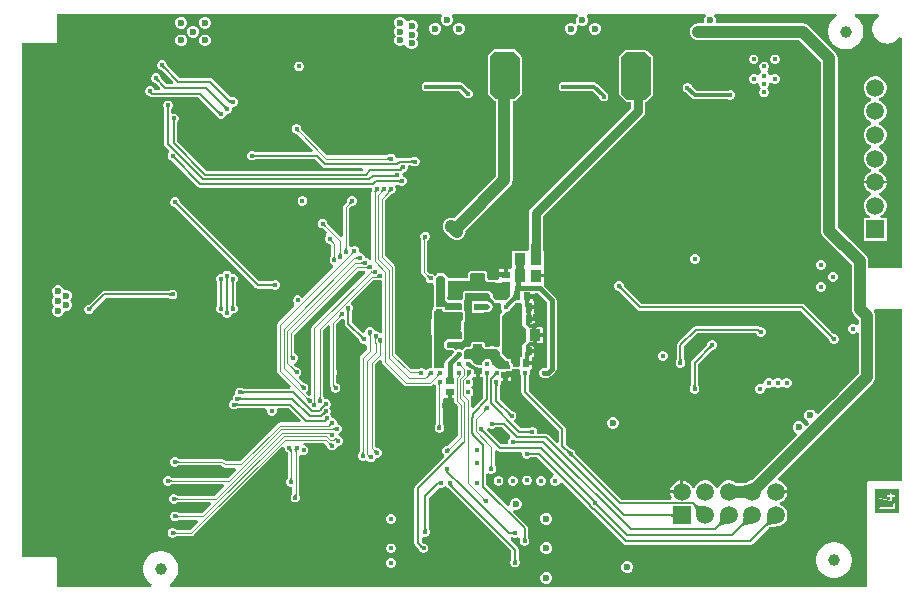
<source format=gbl>
G04*
G04 #@! TF.GenerationSoftware,Altium Limited,Altium Designer,24.4.1 (13)*
G04*
G04 Layer_Physical_Order=4*
G04 Layer_Color=16711680*
%FSLAX44Y44*%
%MOMM*%
G71*
G04*
G04 #@! TF.SameCoordinates,925E675A-46DA-42A4-AE84-68A0AB10CA93*
G04*
G04*
G04 #@! TF.FilePolarity,Positive*
G04*
G01*
G75*
%ADD12C,0.2000*%
%ADD16R,0.6000X0.6400*%
%ADD17R,0.9000X1.0000*%
%ADD22R,0.6400X0.6000*%
%ADD23R,1.0000X0.9000*%
%ADD26C,0.4200*%
%ADD67C,1.0000*%
%ADD68C,0.3000*%
%ADD69C,0.1250*%
%ADD70C,0.5000*%
%ADD71C,0.6000*%
%ADD74C,0.4000*%
%ADD75C,1.5000*%
%ADD76R,1.5000X1.5000*%
%ADD77C,0.6000*%
%ADD78C,1.0000*%
%ADD79C,0.8000*%
%ADD80C,0.3500*%
G36*
X781380Y710451D02*
X780761Y709832D01*
X780000Y707995D01*
Y706005D01*
X779034Y704560D01*
X775000D01*
X773173Y704320D01*
X771470Y703615D01*
X770008Y702492D01*
X768885Y701030D01*
X768180Y699327D01*
X767940Y697500D01*
X768180Y695673D01*
X768885Y693970D01*
X770008Y692508D01*
X771470Y691385D01*
X773173Y690680D01*
X775000Y690440D01*
X860575D01*
X878940Y672076D01*
Y529000D01*
X879180Y527173D01*
X879885Y525470D01*
X881008Y524008D01*
X904940Y500075D01*
Y462394D01*
X905180Y460566D01*
X905885Y458863D01*
X907008Y457401D01*
X910940Y453469D01*
Y449617D01*
X908940Y448859D01*
X908322Y449476D01*
X906815Y450100D01*
X905184D01*
X903678Y449476D01*
X902524Y448322D01*
X901900Y446815D01*
Y445185D01*
X902524Y443677D01*
X903678Y442524D01*
X905184Y441900D01*
X906815D01*
X908322Y442524D01*
X908940Y443141D01*
X910940Y442383D01*
Y407924D01*
X894258Y391242D01*
X893989Y390892D01*
X889108Y386011D01*
X888758Y385742D01*
X876848Y373833D01*
X874614Y374427D01*
X874239Y375332D01*
X872832Y376739D01*
X870995Y377500D01*
X869006D01*
X867168Y376739D01*
X865761Y375332D01*
X865000Y373495D01*
Y371505D01*
X865761Y369668D01*
X867168Y368261D01*
X868073Y367886D01*
X868667Y365652D01*
X866848Y363833D01*
X864614Y364427D01*
X864239Y365332D01*
X862832Y366739D01*
X860995Y367500D01*
X859005D01*
X857168Y366739D01*
X855761Y365332D01*
X855000Y363495D01*
Y361505D01*
X855761Y359668D01*
X857168Y358261D01*
X858073Y357886D01*
X858667Y355652D01*
X821988Y318973D01*
X820763Y317804D01*
X820408Y317500D01*
X819749D01*
X817333Y316853D01*
X815167Y315602D01*
X814813Y315248D01*
X811258Y315060D01*
X809457D01*
X807765Y315100D01*
X807299Y315136D01*
X806833Y315602D01*
X804667Y316853D01*
X802251Y317500D01*
X799749D01*
X797333Y316853D01*
X795167Y315602D01*
X793398Y313833D01*
X792147Y311667D01*
X792035Y311248D01*
X789965D01*
X789853Y311667D01*
X788602Y313833D01*
X786833Y315602D01*
X784667Y316853D01*
X782251Y317500D01*
X779749D01*
X777333Y316853D01*
X775167Y315602D01*
X773398Y313833D01*
X772148Y311667D01*
X772035Y311248D01*
X769965D01*
X769853Y311667D01*
X768602Y313833D01*
X766833Y315602D01*
X764667Y316853D01*
X762251Y317500D01*
X762000D01*
Y308000D01*
X761000D01*
Y307000D01*
X751500D01*
Y306749D01*
X752147Y304333D01*
X752883Y303059D01*
X751807Y301059D01*
X710267D01*
X671137Y340189D01*
X671133Y340194D01*
X671102Y340239D01*
X671100Y340242D01*
Y340816D01*
X670476Y342323D01*
X669323Y343476D01*
X667816Y344100D01*
X667242D01*
X667239Y344102D01*
X667217Y344117D01*
X667169Y344156D01*
X663059Y348267D01*
Y360750D01*
X662826Y361921D01*
X662163Y362913D01*
X631564Y393512D01*
Y405704D01*
X631564Y405710D01*
X631574Y405764D01*
X631575Y405767D01*
X631981Y406173D01*
X632605Y407680D01*
Y409311D01*
X632402Y409800D01*
X633611Y411800D01*
X634400D01*
Y415500D01*
X629400D01*
Y418500D01*
X634400D01*
Y421800D01*
X636400D01*
Y425500D01*
X631400D01*
Y428500D01*
X636400D01*
Y432200D01*
X637862Y433500D01*
X643500D01*
Y439000D01*
X637000D01*
Y442000D01*
X643500D01*
Y447500D01*
X638362D01*
X636900Y448800D01*
Y452500D01*
X631900D01*
Y455500D01*
X636900D01*
Y459200D01*
X636400D01*
Y462500D01*
X634434D01*
X634389Y462446D01*
X634370Y462369D01*
Y462500D01*
X631400D01*
Y465500D01*
X634370D01*
Y466171D01*
X634389Y466095D01*
X634445Y466027D01*
X634541Y465967D01*
X634674Y465915D01*
X634845Y465871D01*
X635054Y465835D01*
X635301Y465807D01*
X635909Y465774D01*
X636270Y465770D01*
Y465500D01*
X636400D01*
Y469200D01*
X635400D01*
Y471212D01*
X634094Y471133D01*
X633833Y471089D01*
X633630Y471036D01*
X633485Y470976D01*
X633399Y470907D01*
X633369Y470830D01*
X633090Y470801D01*
X632840Y470710D01*
X632620Y470560D01*
X632429Y470350D01*
X632267Y470080D01*
X632135Y469751D01*
X632032Y469361D01*
X631973Y469000D01*
X632035Y468628D01*
X632140Y468234D01*
X632275Y467901D01*
X632440Y467628D01*
X632635Y467416D01*
X632860Y467263D01*
X633115Y467171D01*
X633400Y467139D01*
X628430Y467169D01*
X628520Y467200D01*
X628600Y467290D01*
X628670Y467439D01*
X628731Y467649D01*
X628783Y467920D01*
X628825Y468250D01*
X628857Y468728D01*
X628841Y468910D01*
X628768Y469361D01*
X628665Y469751D01*
X628533Y470080D01*
X628371Y470350D01*
X628180Y470560D01*
X627960Y470710D01*
X627710Y470801D01*
X627430Y470830D01*
X633369D01*
Y472500D01*
X630400D01*
Y475500D01*
X633369D01*
Y475630D01*
X633384Y475500D01*
X635856D01*
X636537Y476385D01*
X639048D01*
X647154Y468279D01*
Y413921D01*
X645849Y412617D01*
X644529D01*
X644529Y412617D01*
X644445Y412600D01*
X643675D01*
X642168Y411976D01*
X641014Y410822D01*
X640390Y409315D01*
Y407685D01*
X641014Y406177D01*
X642168Y405024D01*
X643675Y404400D01*
X645306D01*
X645450Y404460D01*
X647538D01*
X647538Y404460D01*
X649099Y404770D01*
X650422Y405654D01*
X654116Y409348D01*
X654116Y409348D01*
X655000Y410671D01*
X655310Y412232D01*
Y469968D01*
X655310Y469968D01*
X655000Y471529D01*
X654116Y472852D01*
X644758Y482210D01*
X644250Y484000D01*
X644250Y484000D01*
X644250D01*
X644250Y484000D01*
Y489500D01*
X637750D01*
Y492500D01*
X644250D01*
Y496000D01*
X644250Y498000D01*
X644250Y500000D01*
Y509926D01*
X644259Y509969D01*
X644250Y510013D01*
Y510040D01*
X644256Y510080D01*
X644250Y510103D01*
Y512000D01*
X644059D01*
X643867Y515254D01*
Y541216D01*
X728326Y625674D01*
X729652Y627659D01*
X730117Y630000D01*
Y637984D01*
X730780Y638116D01*
X731442Y638558D01*
X731442Y638558D01*
X736442Y643558D01*
X736884Y644220D01*
X737039Y645000D01*
Y657038D01*
X737100Y657185D01*
Y658816D01*
X737039Y658962D01*
Y673038D01*
X737100Y673185D01*
Y674816D01*
X737039Y674962D01*
Y675000D01*
X736884Y675780D01*
X736442Y676442D01*
X736442Y676442D01*
X731442Y681442D01*
X730780Y681884D01*
X730000Y682039D01*
X714000D01*
X714000Y682039D01*
X713220Y681884D01*
X712558Y681442D01*
X712558Y681442D01*
X708558Y677442D01*
X708116Y676780D01*
X707961Y676000D01*
Y645000D01*
X707961Y645000D01*
X708116Y644220D01*
X708558Y643558D01*
X713558Y638558D01*
X713558Y638558D01*
X714220Y638116D01*
X715000Y637961D01*
X717883D01*
Y632534D01*
X633424Y548076D01*
X632098Y546091D01*
X631632Y543750D01*
Y513634D01*
X631212Y512856D01*
X630124Y512000D01*
X629250Y512000D01*
X617750D01*
Y500074D01*
X617741Y500031D01*
X617750Y499987D01*
Y498172D01*
X617640Y497818D01*
X616785Y496400D01*
X615943Y496400D01*
X613500D01*
Y496280D01*
X613770D01*
X613774Y495917D01*
X613836Y495057D01*
X613873Y494847D01*
X613918Y494675D01*
X613972Y494542D01*
X614033Y494446D01*
X614103Y494389D01*
X614181Y494370D01*
X613500D01*
Y491400D01*
X612000D01*
Y489900D01*
X608858D01*
X608861Y489500D01*
X608829Y489785D01*
X608787Y489900D01*
X606800D01*
Y488566D01*
X605200Y487600D01*
X597284D01*
X597042Y487842D01*
X596839Y487977D01*
Y492200D01*
X596684Y492980D01*
X596242Y493642D01*
X595442Y494442D01*
X594780Y494884D01*
X594000Y495039D01*
X583000D01*
X582220Y494884D01*
X581558Y494442D01*
X581558Y494442D01*
X580758Y493642D01*
X580316Y492980D01*
X580161Y492200D01*
Y488600D01*
X564994D01*
X563039Y489000D01*
X562884Y489780D01*
X562442Y490442D01*
X562442Y490442D01*
X560442Y492442D01*
X560442Y492442D01*
X559780Y492884D01*
X559000Y493039D01*
X555000D01*
X554220Y492884D01*
X553558Y492442D01*
X551957Y490841D01*
X550818Y491981D01*
X549311Y492605D01*
X548690D01*
X548513Y492644D01*
X548344Y492647D01*
X548254Y492654D01*
X548185Y492664D01*
X548134Y492676D01*
X548101Y492686D01*
X548098Y492687D01*
X545776Y495009D01*
X545676Y495250D01*
Y520257D01*
X546323Y520524D01*
X547476Y521678D01*
X548100Y523185D01*
Y524815D01*
X547476Y526322D01*
X546323Y527476D01*
X544815Y528100D01*
X543185D01*
X541678Y527476D01*
X540524Y526322D01*
X539900Y524815D01*
Y523185D01*
X540061Y522796D01*
X540072Y522696D01*
X540075Y522690D01*
X540076Y522683D01*
X540132Y522511D01*
X540161Y522406D01*
X540273Y521855D01*
X540288Y521740D01*
X540324Y521221D01*
Y495000D01*
X540276Y495000D01*
X540323Y494476D01*
X540527Y493454D01*
X540527Y493452D01*
X540608Y493331D01*
X540667Y493034D01*
X541781Y491367D01*
X541815Y491400D01*
X544313Y488902D01*
X544314Y488899D01*
X544324Y488866D01*
X544336Y488815D01*
X544346Y488746D01*
X544353Y488656D01*
X544356Y488487D01*
X544395Y488310D01*
Y487689D01*
X545019Y486182D01*
X546173Y485029D01*
X547680Y484405D01*
X549311D01*
X550961Y482924D01*
Y464200D01*
X550400D01*
Y462284D01*
X550158Y462042D01*
X549716Y461380D01*
X549561Y460600D01*
Y455244D01*
X549558Y455242D01*
X549116Y454580D01*
X548961Y453800D01*
Y442200D01*
X549116Y441420D01*
X549558Y440758D01*
X549561Y440756D01*
Y431800D01*
Y421800D01*
Y414698D01*
X549561Y413000D01*
X547934Y412850D01*
X546428Y412226D01*
X546057Y411855D01*
X544750Y411297D01*
X543443Y411855D01*
X543072Y412226D01*
X541566Y412850D01*
X539935D01*
X538428Y412226D01*
X538222Y412020D01*
X538198Y412009D01*
X538049Y411895D01*
X537948Y411826D01*
X537860Y411772D01*
X537784Y411731D01*
X537721Y411703D01*
X537672Y411685D01*
X537643Y411676D01*
X532109D01*
X518676Y425109D01*
Y498000D01*
X518676Y498000D01*
X518473Y499024D01*
X517892Y499893D01*
X517892Y499893D01*
X509676Y508109D01*
Y554891D01*
X514603Y559818D01*
X514605Y559819D01*
X514639Y559829D01*
X514689Y559840D01*
X514759Y559851D01*
X514849Y559858D01*
X515018Y559861D01*
X515195Y559900D01*
X515816D01*
X517323Y560524D01*
X518476Y561678D01*
X519100Y563184D01*
Y564815D01*
X518654Y565892D01*
X519599Y567589D01*
X521525Y567677D01*
X521678Y567524D01*
X523185Y566900D01*
X524815D01*
X526322Y567524D01*
X527476Y568678D01*
X528100Y570185D01*
Y571815D01*
X527476Y573322D01*
X526322Y574476D01*
X524816Y575100D01*
X524762Y575228D01*
X524405Y576898D01*
X525707Y578400D01*
X525816D01*
X527322Y579024D01*
X528476Y580178D01*
X529100Y581684D01*
Y583316D01*
X529852Y584441D01*
X532209D01*
X532215Y584440D01*
X532269Y584431D01*
X532272Y584430D01*
X532677Y584024D01*
X534184Y583400D01*
X535816D01*
X537322Y584024D01*
X538476Y585177D01*
X539100Y586684D01*
Y588316D01*
X538476Y589822D01*
X537322Y590976D01*
X535816Y591600D01*
X534184D01*
X532677Y590976D01*
X532272Y590570D01*
X532269Y590569D01*
X532242Y590564D01*
X532181Y590559D01*
X522500D01*
X522500Y590559D01*
X521329Y590326D01*
X521100Y590173D01*
X520047Y590511D01*
X519103Y590972D01*
X518982Y591101D01*
X518476Y592322D01*
X517323Y593476D01*
X515816Y594100D01*
X514184D01*
X512678Y593476D01*
X512239Y593037D01*
X512086Y592939D01*
X511965Y592822D01*
X511896Y592764D01*
X511839Y592721D01*
X511795Y592694D01*
X511765Y592678D01*
X511762Y592676D01*
X461109D01*
X439182Y614603D01*
X439181Y614605D01*
X439171Y614639D01*
X439160Y614689D01*
X439149Y614759D01*
X439142Y614849D01*
X439139Y615018D01*
X439100Y615195D01*
Y615816D01*
X438476Y617322D01*
X437322Y618476D01*
X435816Y619100D01*
X434184D01*
X432677Y618476D01*
X431524Y617322D01*
X430900Y615816D01*
Y614184D01*
X431524Y612677D01*
X432677Y611524D01*
X434184Y610900D01*
X434805D01*
X434982Y610861D01*
X435151Y610858D01*
X435241Y610851D01*
X435311Y610840D01*
X435361Y610829D01*
X435395Y610819D01*
X435397Y610818D01*
X448808Y597407D01*
X448043Y595559D01*
X400190D01*
X399772Y595976D01*
X398265Y596600D01*
X396634D01*
X395128Y595976D01*
X393974Y594823D01*
X393350Y593316D01*
Y591684D01*
X393974Y590178D01*
X395128Y589024D01*
X396634Y588400D01*
X398265D01*
X399772Y589024D01*
X400190Y589441D01*
X450733D01*
X457337Y582837D01*
X457337Y582837D01*
X458330Y582174D01*
X459500Y581941D01*
X490011D01*
X491080Y579941D01*
X490824Y579559D01*
X359017D01*
X334059Y604517D01*
Y621260D01*
X334476Y621678D01*
X335100Y623185D01*
Y624815D01*
X334476Y626322D01*
X333322Y627476D01*
X331815Y628100D01*
X330185D01*
X329059Y628852D01*
Y632261D01*
X329476Y632678D01*
X330100Y634184D01*
Y635816D01*
X329476Y637322D01*
X328322Y638476D01*
X326816Y639100D01*
X325185D01*
X323678Y638476D01*
X322524Y637322D01*
X321900Y635816D01*
Y634184D01*
X322524Y632678D01*
X322941Y632261D01*
Y602500D01*
X322941Y602500D01*
X323174Y601329D01*
X323837Y600337D01*
X326985Y597189D01*
X326774Y594572D01*
X326524Y594323D01*
X325900Y592816D01*
Y591185D01*
X326524Y589678D01*
X327678Y588524D01*
X329184Y587900D01*
X329774D01*
X351337Y566337D01*
X352329Y565674D01*
X353500Y565441D01*
X353500Y565441D01*
X498482D01*
X498900Y564815D01*
Y563375D01*
X498527Y562817D01*
X498324Y561793D01*
X498324Y561793D01*
Y505088D01*
X497026Y504550D01*
X496324Y504475D01*
X495322Y505476D01*
X493815Y506100D01*
X493100D01*
Y506815D01*
X492476Y508322D01*
X491323Y509476D01*
X489816Y510100D01*
X488136Y511162D01*
X488100Y511948D01*
Y512816D01*
X487476Y514322D01*
X486322Y515476D01*
X484815Y516100D01*
X483185D01*
X481678Y515476D01*
X481676Y515475D01*
X479676Y516303D01*
Y547891D01*
X481603Y549818D01*
X481605Y549819D01*
X481639Y549829D01*
X481689Y549841D01*
X481759Y549851D01*
X481849Y549858D01*
X482018Y549861D01*
X482195Y549900D01*
X482816D01*
X484323Y550524D01*
X485476Y551678D01*
X486100Y553185D01*
Y554816D01*
X485476Y556323D01*
X484323Y557476D01*
X482816Y558100D01*
X481185D01*
X479678Y557476D01*
X478524Y556323D01*
X477900Y554816D01*
Y554195D01*
X477861Y554017D01*
X477858Y553849D01*
X477851Y553759D01*
X477840Y553689D01*
X477829Y553639D01*
X477819Y553605D01*
X477818Y553603D01*
X475107Y550892D01*
X474527Y550024D01*
X474324Y549000D01*
X474324Y549000D01*
Y524290D01*
X472324Y523461D01*
X461182Y534603D01*
X461181Y534605D01*
X461171Y534639D01*
X461160Y534689D01*
X461149Y534759D01*
X461142Y534849D01*
X461139Y535018D01*
X461100Y535195D01*
Y535816D01*
X460476Y537322D01*
X459322Y538476D01*
X457816Y539100D01*
X456185D01*
X454678Y538476D01*
X453524Y537322D01*
X452900Y535816D01*
Y534184D01*
X453524Y532677D01*
X454678Y531524D01*
X456185Y530900D01*
X456805D01*
X456982Y530861D01*
X457151Y530858D01*
X457241Y530851D01*
X457311Y530840D01*
X457361Y530829D01*
X457394Y530819D01*
X457397Y530818D01*
X460783Y527432D01*
X460294Y525092D01*
X459524Y524322D01*
X458900Y522816D01*
Y521185D01*
X459524Y519678D01*
X460677Y518524D01*
X462184Y517900D01*
X462805D01*
X462982Y517861D01*
X463151Y517858D01*
X463241Y517851D01*
X463311Y517840D01*
X463361Y517829D01*
X463395Y517819D01*
X463397Y517818D01*
X464324Y516891D01*
Y507238D01*
X464322Y507235D01*
X464306Y507205D01*
X464278Y507161D01*
X464236Y507104D01*
X464178Y507035D01*
X464061Y506914D01*
X463963Y506761D01*
X463524Y506323D01*
X462900Y504816D01*
Y503185D01*
X463524Y501678D01*
X464678Y500524D01*
X465550Y500163D01*
X466147Y498405D01*
X466135Y497920D01*
X440361Y472146D01*
X439476Y472323D01*
X438322Y473476D01*
X436815Y474100D01*
X435184D01*
X433677Y473476D01*
X432524Y472322D01*
X431900Y470816D01*
Y469184D01*
X432524Y467678D01*
X432794Y467408D01*
X433014Y464799D01*
X419108Y450892D01*
X418527Y450024D01*
X418324Y449000D01*
X418324Y449000D01*
Y410000D01*
X418324Y410000D01*
X418527Y408976D01*
X419108Y408107D01*
X430156Y397059D01*
X429328Y395059D01*
X389791D01*
X389785Y395060D01*
X389731Y395069D01*
X389728Y395070D01*
X389322Y395476D01*
X387816Y396100D01*
X386184D01*
X384678Y395476D01*
X383524Y394323D01*
X382900Y392816D01*
Y391185D01*
X383190Y390483D01*
X382579Y390230D01*
X381426Y389077D01*
X380802Y387570D01*
Y385939D01*
X380873Y385766D01*
X379579Y385230D01*
X378426Y384077D01*
X377802Y382570D01*
Y380939D01*
X378426Y379432D01*
X379579Y378278D01*
X381086Y377654D01*
X382717D01*
X384224Y378278D01*
X384630Y378684D01*
X384633Y378685D01*
X384660Y378690D01*
X384721Y378695D01*
X408514D01*
X409900Y376815D01*
Y375185D01*
X410524Y373678D01*
X411678Y372524D01*
X413185Y371900D01*
X414816D01*
X416323Y372524D01*
X417476Y373678D01*
X418100Y375185D01*
Y376815D01*
X419486Y378695D01*
X428370D01*
X438541Y368524D01*
X437775Y366676D01*
X421000D01*
X421000Y366676D01*
X419976Y366473D01*
X419108Y365892D01*
X419107Y365892D01*
X386891Y333676D01*
X375109D01*
X373893Y334893D01*
X373024Y335473D01*
X372000Y335676D01*
X372000Y335676D01*
X335238D01*
X335235Y335678D01*
X335205Y335694D01*
X335161Y335722D01*
X335104Y335764D01*
X335035Y335822D01*
X334914Y335939D01*
X334761Y336037D01*
X334322Y336476D01*
X332816Y337100D01*
X331185D01*
X329678Y336476D01*
X328524Y335322D01*
X327900Y333815D01*
Y332184D01*
X328524Y330677D01*
X329678Y329524D01*
X331185Y328900D01*
X332816D01*
X334322Y329524D01*
X334761Y329963D01*
X334914Y330061D01*
X335035Y330178D01*
X335104Y330236D01*
X335161Y330279D01*
X335205Y330306D01*
X335235Y330322D01*
X335238Y330324D01*
X370891D01*
X372107Y329108D01*
X372108Y329108D01*
X372976Y328527D01*
X374000Y328324D01*
X374000Y328324D01*
X382925D01*
X383691Y326476D01*
X376891Y319676D01*
X329238D01*
X329235Y319678D01*
X329205Y319694D01*
X329161Y319722D01*
X329104Y319764D01*
X329035Y319822D01*
X328914Y319939D01*
X328761Y320037D01*
X328322Y320476D01*
X326816Y321100D01*
X325185D01*
X323678Y320476D01*
X322524Y319322D01*
X321900Y317815D01*
Y316185D01*
X322524Y314678D01*
X323678Y313524D01*
X325185Y312900D01*
X326816D01*
X328322Y313524D01*
X328761Y313963D01*
X328914Y314061D01*
X329035Y314178D01*
X329104Y314236D01*
X329161Y314279D01*
X329205Y314306D01*
X329235Y314322D01*
X329238Y314324D01*
X372925D01*
X373691Y312476D01*
X365891Y304676D01*
X334238D01*
X334235Y304678D01*
X334205Y304694D01*
X334161Y304722D01*
X334104Y304764D01*
X334035Y304822D01*
X333914Y304939D01*
X333761Y305037D01*
X333322Y305476D01*
X331815Y306100D01*
X330185D01*
X328677Y305476D01*
X327524Y304322D01*
X326900Y302815D01*
Y301185D01*
X327524Y299678D01*
X328677Y298524D01*
X330185Y297900D01*
X331815D01*
X333322Y298524D01*
X333761Y298963D01*
X333914Y299061D01*
X334035Y299178D01*
X334104Y299236D01*
X334161Y299279D01*
X334205Y299306D01*
X334235Y299322D01*
X334238Y299324D01*
X361925D01*
X362691Y297476D01*
X354891Y289676D01*
X335238D01*
X335235Y289678D01*
X335205Y289694D01*
X335161Y289722D01*
X335104Y289764D01*
X335035Y289822D01*
X334914Y289939D01*
X334761Y290037D01*
X334322Y290476D01*
X332816Y291100D01*
X331185D01*
X329678Y290476D01*
X328524Y289322D01*
X327900Y287816D01*
Y286185D01*
X328524Y284678D01*
X329678Y283524D01*
X331185Y282900D01*
X332816D01*
X334322Y283524D01*
X334761Y283963D01*
X334914Y284061D01*
X335035Y284178D01*
X335104Y284236D01*
X335161Y284279D01*
X335205Y284306D01*
X335235Y284322D01*
X335238Y284324D01*
X350925D01*
X351691Y282476D01*
X344891Y275676D01*
X333238D01*
X333235Y275678D01*
X333205Y275694D01*
X333161Y275722D01*
X333104Y275764D01*
X333036Y275822D01*
X332914Y275939D01*
X332761Y276037D01*
X332322Y276476D01*
X330816Y277100D01*
X329184D01*
X327678Y276476D01*
X326524Y275322D01*
X325900Y273815D01*
Y272184D01*
X326524Y270678D01*
X327678Y269524D01*
X329184Y268900D01*
X330816D01*
X332322Y269524D01*
X332761Y269963D01*
X332914Y270061D01*
X333036Y270178D01*
X333104Y270236D01*
X333161Y270278D01*
X333205Y270306D01*
X333235Y270322D01*
X333238Y270324D01*
X346000D01*
X346000Y270324D01*
X347024Y270527D01*
X347892Y271108D01*
X423052Y346267D01*
X423331Y346199D01*
X424900Y345286D01*
Y344184D01*
X425524Y342677D01*
X426678Y341524D01*
X427574Y341153D01*
Y319372D01*
X427522Y319320D01*
X427421Y319236D01*
X427342Y319141D01*
X426524Y318323D01*
X425900Y316815D01*
Y315184D01*
X426524Y313678D01*
X427678Y312524D01*
X429184Y311900D01*
X430816D01*
X431499Y311444D01*
Y306327D01*
X431471Y306294D01*
X431424Y306246D01*
X431309Y306144D01*
X431191Y305989D01*
X430524Y305322D01*
X429900Y303815D01*
Y302185D01*
X430524Y300678D01*
X431678Y299524D01*
X433185Y298900D01*
X434815D01*
X436322Y299524D01*
X437476Y300678D01*
X438100Y302185D01*
Y303815D01*
X437476Y305322D01*
X437205Y305593D01*
X437167Y305665D01*
X437052Y305805D01*
X436985Y305896D01*
X436934Y305975D01*
X436897Y306042D01*
X436871Y306094D01*
X436856Y306135D01*
X436851Y306149D01*
Y338522D01*
X437976Y339139D01*
X438851Y339452D01*
X440185Y338900D01*
X441816D01*
X443322Y339524D01*
X444476Y340678D01*
X445100Y342184D01*
Y343815D01*
X444476Y345322D01*
X443322Y346476D01*
X441816Y347100D01*
X440547D01*
X440320Y347324D01*
X441138Y349324D01*
X458451D01*
X460343Y347433D01*
X460343Y347433D01*
X460877Y347075D01*
X460900Y346960D01*
Y346184D01*
X461524Y344678D01*
X462678Y343524D01*
X464184Y342900D01*
X465816D01*
X467323Y343524D01*
X468476Y344678D01*
X469100Y346184D01*
X470816Y346900D01*
X472322Y347524D01*
X473476Y348678D01*
X474100Y350185D01*
Y351816D01*
X473476Y353322D01*
X472322Y354476D01*
X470816Y355100D01*
X470696D01*
X470298Y357100D01*
X471323Y357524D01*
X472476Y358677D01*
X473100Y360184D01*
Y361815D01*
X472476Y363322D01*
X471323Y364476D01*
X469816Y365100D01*
X469100Y366816D01*
X468476Y368322D01*
X467323Y369476D01*
X465816Y370100D01*
X465100D01*
Y370816D01*
X464476Y372322D01*
X463476Y373678D01*
X464100Y375185D01*
Y376816D01*
X463476Y378322D01*
X462798Y379000D01*
X463476Y379678D01*
X464100Y381185D01*
Y382816D01*
X463476Y384322D01*
X462322Y385476D01*
X460816Y386100D01*
X459184D01*
X459012Y386029D01*
X458476Y387322D01*
X458037Y387761D01*
X457939Y387914D01*
X457822Y388035D01*
X457764Y388104D01*
X457721Y388161D01*
X457694Y388205D01*
X457678Y388235D01*
X457676Y388238D01*
Y444891D01*
X461476Y448691D01*
X463324Y447925D01*
Y410904D01*
X463324Y410904D01*
X463499Y410025D01*
Y407975D01*
X463324Y407096D01*
X463324Y407096D01*
Y398207D01*
X463324Y398207D01*
X463527Y397183D01*
X463900Y396625D01*
Y395185D01*
X464524Y393677D01*
X465678Y392524D01*
X467184Y391900D01*
X468815D01*
X470322Y392524D01*
X471476Y393677D01*
X472100Y395185D01*
Y396815D01*
X471476Y398322D01*
X470322Y399476D01*
X468815Y400100D01*
X468676D01*
Y406391D01*
X468851Y407271D01*
X468851Y407271D01*
Y410729D01*
X468851Y410729D01*
X468676Y411609D01*
Y449891D01*
X473103Y454318D01*
X473106Y454319D01*
X473139Y454329D01*
X473189Y454340D01*
X473259Y454351D01*
X473349Y454358D01*
X473517Y454361D01*
X473695Y454400D01*
X474315D01*
X475691Y453481D01*
Y450250D01*
X475691Y450250D01*
X475924Y449080D01*
X476587Y448087D01*
X487863Y436811D01*
X487867Y436806D01*
X487898Y436761D01*
X487900Y436758D01*
Y436184D01*
X488524Y434678D01*
X489678Y433524D01*
X491185Y432900D01*
X492816D01*
X494324Y431360D01*
Y428109D01*
X489108Y422892D01*
X488527Y422024D01*
X488324Y421000D01*
X488324Y421000D01*
Y341238D01*
X488322Y341235D01*
X488306Y341205D01*
X488278Y341161D01*
X488236Y341104D01*
X488178Y341035D01*
X488061Y340914D01*
X487963Y340761D01*
X487524Y340322D01*
X486900Y338816D01*
Y337184D01*
X487524Y335678D01*
X488678Y334524D01*
X490185Y333900D01*
X491816D01*
X493322Y334524D01*
X495269Y333933D01*
X495677Y333524D01*
X497184Y332900D01*
X498815D01*
X500322Y333524D01*
X501476Y334678D01*
X502100Y336185D01*
Y336843D01*
X502184Y336900D01*
X503816D01*
X505322Y337524D01*
X506476Y338678D01*
X507100Y340185D01*
Y341815D01*
X506476Y343322D01*
X505322Y344476D01*
X503816Y345100D01*
X503195D01*
X503018Y345139D01*
X502849Y345142D01*
X502759Y345149D01*
X502689Y345160D01*
X502639Y345171D01*
X502606Y345181D01*
X502603Y345182D01*
X501501Y346284D01*
Y415716D01*
X505476Y419691D01*
X507324Y418925D01*
Y418000D01*
X507323Y418000D01*
X507527Y416976D01*
X508107Y416107D01*
X526107Y398107D01*
X526107Y398107D01*
X526976Y397527D01*
X528000Y397324D01*
X547986D01*
X547986Y397323D01*
X549010Y397527D01*
X549879Y398107D01*
X550600Y398828D01*
X552959Y398359D01*
X553034Y398178D01*
X553119Y398092D01*
X553128Y398077D01*
X553253Y397803D01*
X553279Y397730D01*
X553304Y397650D01*
X553320Y397584D01*
X553324Y397566D01*
Y384609D01*
X553149Y383729D01*
X553149Y383729D01*
Y380271D01*
X553149Y380271D01*
X553324Y379391D01*
Y365238D01*
X553322Y365235D01*
X553306Y365205D01*
X553278Y365161D01*
X553236Y365104D01*
X553178Y365036D01*
X553061Y364914D01*
X552963Y364761D01*
X552524Y364323D01*
X551900Y362816D01*
Y361185D01*
X552524Y359678D01*
X553678Y358524D01*
X555185Y357900D01*
X556815D01*
X558322Y358524D01*
X559476Y359678D01*
X560100Y361185D01*
Y362816D01*
X559476Y364323D01*
X559037Y364761D01*
X558939Y364914D01*
X558822Y365036D01*
X558764Y365104D01*
X558722Y365161D01*
X558694Y365205D01*
X558678Y365235D01*
X558676Y365238D01*
Y380095D01*
X558676Y380096D01*
X558501Y380975D01*
Y383024D01*
X558676Y383904D01*
X558676Y383904D01*
Y386065D01*
X559800Y387600D01*
X563500D01*
Y392600D01*
X566500D01*
Y387600D01*
X568291D01*
Y385033D01*
X568291Y385033D01*
X568494Y384009D01*
X569075Y383140D01*
X571824Y380391D01*
Y355609D01*
X562897Y346682D01*
X562895Y346681D01*
X562861Y346671D01*
X562811Y346660D01*
X562741Y346649D01*
X562651Y346642D01*
X562482Y346639D01*
X562305Y346600D01*
X561684D01*
X560177Y345976D01*
X559024Y344822D01*
X558400Y343316D01*
Y341684D01*
X559024Y340178D01*
X559524Y339678D01*
X559839Y337164D01*
X535587Y312913D01*
X534924Y311921D01*
X534691Y310750D01*
X534691Y310750D01*
Y274750D01*
Y264250D01*
X534691Y264250D01*
X534924Y263079D01*
X535587Y262087D01*
X538326Y259349D01*
X538400Y259256D01*
Y259184D01*
X539024Y257677D01*
X540178Y256524D01*
X541684Y255900D01*
X543316D01*
X544823Y256524D01*
X545976Y257677D01*
X546600Y259184D01*
Y260816D01*
X545976Y262322D01*
X544823Y263476D01*
X543316Y264100D01*
X542226D01*
X540809Y265517D01*
Y268780D01*
X542809Y270056D01*
X543185Y269900D01*
X544815D01*
X546323Y270524D01*
X547476Y271677D01*
X548100Y273184D01*
Y274816D01*
X547476Y276322D01*
X547070Y276728D01*
X547069Y276731D01*
X547065Y276758D01*
X547059Y276819D01*
Y302733D01*
X555653Y311327D01*
X556684Y310900D01*
X558316D01*
X559823Y311524D01*
X559943Y311645D01*
X561250Y312498D01*
X562557Y311645D01*
X562677Y311524D01*
X563374Y311236D01*
X563389Y311224D01*
X563416Y311198D01*
X563433Y311187D01*
X563448Y311176D01*
X563459Y311170D01*
X563802Y310872D01*
X607087Y267587D01*
X607087Y267587D01*
X616941Y257733D01*
Y250791D01*
X616940Y250785D01*
X616931Y250731D01*
X616930Y250728D01*
X616524Y250322D01*
X615900Y248815D01*
Y247184D01*
X616524Y245678D01*
X617678Y244524D01*
X619184Y243900D01*
X620816D01*
X622323Y244524D01*
X623476Y245678D01*
X624100Y247184D01*
Y248815D01*
X623476Y250322D01*
X623070Y250728D01*
X623069Y250731D01*
X623064Y250758D01*
X623059Y250819D01*
Y259000D01*
X623059Y259000D01*
X622826Y260170D01*
X622163Y261163D01*
X622163Y261163D01*
X616398Y266928D01*
X616605Y268610D01*
X616961Y269193D01*
X618061Y269366D01*
X619184Y268900D01*
X620816D01*
X621688Y269261D01*
X623570Y268625D01*
X623966Y268339D01*
X624196Y267530D01*
X623900Y266815D01*
Y265184D01*
X624524Y263678D01*
X625677Y262524D01*
X627184Y261900D01*
X628815D01*
X630322Y262524D01*
X631476Y263678D01*
X632100Y265184D01*
Y266815D01*
X631476Y268323D01*
X631070Y268728D01*
X631069Y268731D01*
X631064Y268758D01*
X631059Y268819D01*
Y277000D01*
X631059Y277000D01*
X630826Y278171D01*
X630163Y279163D01*
X630163Y279163D01*
X618556Y290770D01*
X619520Y292359D01*
X619654Y292500D01*
X621595D01*
X623432Y293261D01*
X624839Y294668D01*
X625600Y296505D01*
Y298495D01*
X624839Y300332D01*
X623432Y301739D01*
X621595Y302500D01*
X619605D01*
X617768Y301739D01*
X616361Y300332D01*
X615600Y298495D01*
Y296554D01*
X615459Y296420D01*
X613870Y295456D01*
X595809Y313517D01*
Y322565D01*
X597678Y323524D01*
X599184Y322900D01*
X600816D01*
X602322Y323524D01*
X603476Y324678D01*
X604100Y326185D01*
Y327816D01*
X603476Y329323D01*
X603037Y329761D01*
X602939Y329914D01*
X602822Y330036D01*
X602764Y330104D01*
X602721Y330161D01*
X602694Y330205D01*
X602678Y330235D01*
X602676Y330238D01*
Y342385D01*
X604524Y343150D01*
X604837Y342837D01*
X605830Y342174D01*
X607000Y341941D01*
X607000Y341941D01*
X625148D01*
X625900Y340816D01*
Y339184D01*
X626524Y337678D01*
X627678Y336524D01*
X629184Y335900D01*
X630816D01*
X632323Y336524D01*
X632728Y336930D01*
X632731Y336931D01*
X632758Y336936D01*
X632819Y336941D01*
X638733D01*
X652727Y322948D01*
X652167Y320679D01*
X651677Y320476D01*
X650524Y319322D01*
X649900Y317815D01*
Y316185D01*
X650524Y314678D01*
X651677Y313524D01*
X653184Y312900D01*
X654816D01*
X656322Y313524D01*
X657476Y314678D01*
X657679Y315167D01*
X659948Y315727D01*
X680598Y295076D01*
X680624Y294945D01*
X681287Y293952D01*
X683952Y291287D01*
X683952Y291287D01*
X684945Y290624D01*
X685076Y290598D01*
X711837Y263837D01*
X712830Y263174D01*
X714000Y262941D01*
X714000Y262941D01*
X819000D01*
X819000Y262941D01*
X820171Y263174D01*
X821163Y263837D01*
X834827Y277501D01*
X834851Y277521D01*
X835082Y277664D01*
X835429Y277822D01*
X835891Y277980D01*
X836468Y278125D01*
X837153Y278249D01*
X837922Y278345D01*
X839841Y278456D01*
X840935Y278461D01*
X841125Y278500D01*
X842251D01*
X844667Y279147D01*
X846833Y280398D01*
X848602Y282167D01*
X849853Y284333D01*
X850500Y286749D01*
Y289251D01*
X849853Y291667D01*
X848602Y293833D01*
X846833Y295602D01*
X844667Y296852D01*
X844248Y296965D01*
Y299035D01*
X844667Y299147D01*
X846833Y300398D01*
X848602Y302167D01*
X849853Y304333D01*
X850500Y306749D01*
Y307000D01*
X841000D01*
Y309000D01*
X850500D01*
Y309251D01*
X849853Y311667D01*
X848602Y313833D01*
X846833Y315602D01*
X844667Y316853D01*
X843089Y317275D01*
X842363Y319379D01*
X898474Y375489D01*
X898824Y375757D01*
X904242Y381176D01*
X904511Y381526D01*
X922992Y400008D01*
X924115Y401470D01*
X924820Y403173D01*
X925060Y405000D01*
Y456394D01*
X924820Y458221D01*
X924115Y459924D01*
X923710Y460451D01*
X924696Y462451D01*
X947451D01*
Y317039D01*
X920000D01*
X919220Y316884D01*
X918558Y316442D01*
X918116Y315780D01*
X917961Y315000D01*
Y227549D01*
X328223D01*
X327617Y229549D01*
X329562Y230849D01*
X331651Y232938D01*
X333293Y235395D01*
X334423Y238125D01*
X335000Y241023D01*
Y243977D01*
X334423Y246875D01*
X333293Y249605D01*
X331651Y252062D01*
X329562Y254151D01*
X327105Y255793D01*
X324375Y256924D01*
X321477Y257500D01*
X318523D01*
X315625Y256924D01*
X312895Y255793D01*
X310438Y254151D01*
X308349Y252062D01*
X306707Y249605D01*
X305576Y246875D01*
X305000Y243977D01*
Y241023D01*
X305576Y238125D01*
X306707Y235395D01*
X308349Y232938D01*
X310438Y230849D01*
X312383Y229549D01*
X311777Y227549D01*
X232549D01*
Y250000D01*
X232355Y250975D01*
X231802Y251802D01*
X230975Y252355D01*
X230000Y252549D01*
X202549D01*
Y687451D01*
X230000D01*
X230975Y687645D01*
X231802Y688198D01*
X232355Y689025D01*
X232549Y690000D01*
Y712451D01*
X557552Y712451D01*
X558380Y710451D01*
X558261Y710332D01*
X557500Y708495D01*
Y706505D01*
X558261Y704668D01*
X559668Y703261D01*
X561505Y702500D01*
X563495D01*
X565332Y703261D01*
X566739Y704668D01*
X567500Y706505D01*
Y708495D01*
X566739Y710332D01*
X566620Y710451D01*
X567448Y712451D01*
X672552Y712451D01*
X673380Y710451D01*
X672761Y709832D01*
X672000Y707995D01*
Y706005D01*
X672428Y704971D01*
X670733Y703838D01*
X670332Y704239D01*
X668495Y705000D01*
X666505D01*
X664668Y704239D01*
X663261Y702832D01*
X662500Y700995D01*
Y699005D01*
X663261Y697168D01*
X664668Y695761D01*
X666505Y695000D01*
X668495D01*
X670332Y695761D01*
X671739Y697168D01*
X672500Y699005D01*
Y700995D01*
X672072Y702029D01*
X673767Y703162D01*
X674168Y702761D01*
X676005Y702000D01*
X677995D01*
X679832Y702761D01*
X681239Y704168D01*
X682000Y706005D01*
Y707995D01*
X681239Y709832D01*
X680620Y710451D01*
X681448Y712451D01*
X780552D01*
X781380Y710451D01*
D02*
G37*
G36*
X928202Y710451D02*
X927274Y709831D01*
X927096Y709654D01*
X926888Y709514D01*
X925495Y708121D01*
X925355Y707913D01*
X925178Y707735D01*
X924083Y706097D01*
X923987Y705865D01*
X923848Y705657D01*
X923094Y703837D01*
X923045Y703590D01*
X922949Y703359D01*
X922565Y701426D01*
Y701176D01*
X922516Y700929D01*
Y698959D01*
X922565Y698713D01*
Y698462D01*
X922949Y696530D01*
X923045Y696298D01*
X923094Y696052D01*
X923848Y694232D01*
X923987Y694023D01*
X924083Y693791D01*
X925178Y692153D01*
X925355Y691976D01*
X925495Y691767D01*
X926888Y690374D01*
X927096Y690235D01*
X927274Y690057D01*
X928912Y688963D01*
X929144Y688867D01*
X929352Y688727D01*
X931172Y687974D01*
X931419Y687925D01*
X931650Y687829D01*
X933583Y687444D01*
X933833D01*
X934080Y687395D01*
X936050D01*
X936296Y687444D01*
X936547D01*
X938479Y687829D01*
X938711Y687925D01*
X938957Y687974D01*
X940777Y688727D01*
X940986Y688867D01*
X941218Y688963D01*
X942856Y690057D01*
X943033Y690235D01*
X943242Y690374D01*
X944635Y691767D01*
X944774Y691976D01*
X944952Y692154D01*
X945451Y692901D01*
X947451Y692294D01*
X947451Y497549D01*
X920000D01*
X919060Y498320D01*
Y503000D01*
X918820Y504827D01*
X918114Y506530D01*
X916992Y507993D01*
X893060Y531925D01*
Y675000D01*
X892820Y676827D01*
X892114Y678530D01*
X890993Y679992D01*
X868492Y702492D01*
X867030Y703615D01*
X865327Y704320D01*
X863500Y704560D01*
X790966D01*
X790000Y706005D01*
Y707995D01*
X789239Y709832D01*
X788620Y710451D01*
X789448Y712451D01*
X891777Y712451D01*
X892384Y710451D01*
X890438Y709151D01*
X888349Y707062D01*
X886707Y704605D01*
X885576Y701875D01*
X885000Y698977D01*
Y696023D01*
X885576Y693125D01*
X886707Y690395D01*
X888349Y687938D01*
X890438Y685849D01*
X892895Y684207D01*
X895625Y683076D01*
X898523Y682500D01*
X901477D01*
X904375Y683076D01*
X907105Y684207D01*
X909562Y685849D01*
X911651Y687938D01*
X913293Y690395D01*
X914424Y693125D01*
X915000Y696023D01*
Y698977D01*
X914424Y701875D01*
X913293Y704605D01*
X911651Y707062D01*
X909562Y709151D01*
X907616Y710451D01*
X908223Y712451D01*
X927595D01*
X928202Y710451D01*
D02*
G37*
G36*
X735000Y675000D02*
Y645000D01*
X730000Y640000D01*
X715000D01*
Y640000D01*
X710000Y645000D01*
Y676000D01*
X714000Y680000D01*
X730000D01*
X735000Y675000D01*
D02*
G37*
G36*
X437104Y614748D02*
X437122Y614527D01*
X437154Y614316D01*
X437198Y614116D01*
X437257Y613926D01*
X437328Y613747D01*
X437414Y613578D01*
X437513Y613419D01*
X437625Y613271D01*
X437751Y613133D01*
X436867Y612249D01*
X436729Y612375D01*
X436581Y612487D01*
X436422Y612586D01*
X436253Y612672D01*
X436074Y612743D01*
X435884Y612802D01*
X435684Y612846D01*
X435473Y612878D01*
X435252Y612896D01*
X435021Y612900D01*
X437100Y614979D01*
X437104Y614748D01*
D02*
G37*
G36*
X513500Y588530D02*
X513334Y588690D01*
X513165Y588834D01*
X512994Y588961D01*
X512820Y589071D01*
X512645Y589164D01*
X512467Y589240D01*
X512287Y589299D01*
X512106Y589341D01*
X511922Y589366D01*
X511735Y589375D01*
Y590625D01*
X511922Y590633D01*
X512106Y590659D01*
X512287Y590701D01*
X512467Y590760D01*
X512645Y590836D01*
X512820Y590929D01*
X512994Y591039D01*
X513165Y591166D01*
X513334Y591309D01*
X513500Y591470D01*
Y588530D01*
D02*
G37*
G36*
X533500Y586030D02*
X533401Y586119D01*
X533289Y586199D01*
X533162Y586270D01*
X533022Y586331D01*
X532868Y586382D01*
X532701Y586425D01*
X532519Y586458D01*
X532324Y586481D01*
X532116Y586495D01*
X531893Y586500D01*
Y588500D01*
X532116Y588505D01*
X532519Y588542D01*
X532701Y588575D01*
X532868Y588618D01*
X533022Y588669D01*
X533162Y588730D01*
X533289Y588801D01*
X533401Y588881D01*
X533500Y588970D01*
Y586030D01*
D02*
G37*
G36*
X524237Y580544D02*
X524216Y580542D01*
X524182Y580525D01*
X524134Y580492D01*
X524074Y580445D01*
X523914Y580305D01*
X523436Y579843D01*
X522036Y581272D01*
X522925Y582176D01*
X524237Y580544D01*
D02*
G37*
G36*
X522500Y569530D02*
X522401Y569619D01*
X522289Y569699D01*
X522162Y569770D01*
X522022Y569831D01*
X521868Y569883D01*
X521701Y569925D01*
X521519Y569958D01*
X521325Y569981D01*
X521116Y569995D01*
X520893Y570000D01*
Y572000D01*
X521116Y572005D01*
X521519Y572042D01*
X521701Y572075D01*
X521868Y572118D01*
X522022Y572169D01*
X522162Y572230D01*
X522289Y572301D01*
X522401Y572381D01*
X522500Y572470D01*
Y569530D01*
D02*
G37*
G36*
X502573Y561944D02*
X502482Y561955D01*
X502385Y561950D01*
X502284Y561929D01*
X502178Y561893D01*
X502067Y561842D01*
X501952Y561775D01*
X501832Y561692D01*
X501707Y561594D01*
X501577Y561480D01*
X501442Y561351D01*
X500558Y562235D01*
X500675Y562357D01*
X500775Y562476D01*
X500861Y562591D01*
X500931Y562702D01*
X500985Y562809D01*
X501024Y562913D01*
X501047Y563013D01*
X501055Y563110D01*
X501047Y563202D01*
X501023Y563291D01*
X502573Y561944D01*
D02*
G37*
G36*
X514979Y561900D02*
X514748Y561896D01*
X514527Y561878D01*
X514316Y561847D01*
X514116Y561802D01*
X513926Y561743D01*
X513747Y561671D01*
X513578Y561586D01*
X513419Y561488D01*
X513271Y561375D01*
X513133Y561249D01*
X512249Y562133D01*
X512375Y562271D01*
X512487Y562419D01*
X512586Y562578D01*
X512672Y562747D01*
X512743Y562926D01*
X512802Y563116D01*
X512846Y563316D01*
X512878Y563527D01*
X512896Y563748D01*
X512900Y563979D01*
X514979Y561900D01*
D02*
G37*
G36*
X508979D02*
X508748Y561896D01*
X508527Y561878D01*
X508316Y561847D01*
X508116Y561802D01*
X507926Y561743D01*
X507747Y561671D01*
X507578Y561586D01*
X507419Y561488D01*
X507271Y561375D01*
X507133Y561249D01*
X506250Y562133D01*
X506375Y562271D01*
X506488Y562419D01*
X506586Y562578D01*
X506672Y562747D01*
X506743Y562926D01*
X506802Y563116D01*
X506847Y563316D01*
X506878Y563527D01*
X506896Y563748D01*
X506900Y563979D01*
X508979Y561900D01*
D02*
G37*
G36*
X481979Y551900D02*
X481748Y551896D01*
X481527Y551878D01*
X481316Y551847D01*
X481116Y551802D01*
X480926Y551743D01*
X480747Y551672D01*
X480578Y551586D01*
X480419Y551488D01*
X480271Y551375D01*
X480133Y551250D01*
X479249Y552133D01*
X479375Y552271D01*
X479487Y552419D01*
X479586Y552578D01*
X479672Y552747D01*
X479743Y552926D01*
X479802Y553116D01*
X479846Y553316D01*
X479878Y553527D01*
X479896Y553748D01*
X479900Y553979D01*
X481979Y551900D01*
D02*
G37*
G36*
X459104Y534748D02*
X459122Y534527D01*
X459154Y534316D01*
X459198Y534116D01*
X459257Y533926D01*
X459328Y533747D01*
X459414Y533578D01*
X459512Y533419D01*
X459625Y533271D01*
X459751Y533133D01*
X458867Y532249D01*
X458729Y532375D01*
X458581Y532487D01*
X458422Y532586D01*
X458253Y532672D01*
X458074Y532743D01*
X457884Y532802D01*
X457684Y532846D01*
X457473Y532878D01*
X457252Y532896D01*
X457021Y532900D01*
X459100Y534979D01*
X459104Y534748D01*
D02*
G37*
G36*
X544579Y521981D02*
X544397Y521919D01*
X544235Y521842D01*
X544092Y521749D01*
X543968Y521641D01*
X543863Y521518D01*
X543778Y521379D01*
X543711Y521226D01*
X543663Y521057D01*
X543634Y520873D01*
X543625Y520674D01*
X542375Y520893D01*
X542371Y521167D01*
X542318Y521944D01*
X542285Y522190D01*
X542145Y522884D01*
X542084Y523101D01*
X542016Y523312D01*
X544579Y521981D01*
D02*
G37*
G36*
X465104Y521748D02*
X465122Y521527D01*
X465154Y521316D01*
X465198Y521116D01*
X465257Y520926D01*
X465328Y520747D01*
X465414Y520578D01*
X465513Y520419D01*
X465625Y520271D01*
X465751Y520133D01*
X464867Y519249D01*
X464729Y519375D01*
X464581Y519487D01*
X464422Y519586D01*
X464253Y519672D01*
X464074Y519743D01*
X463884Y519802D01*
X463684Y519846D01*
X463473Y519878D01*
X463252Y519896D01*
X463021Y519900D01*
X465100Y521979D01*
X465104Y521748D01*
D02*
G37*
G36*
X477634Y514078D02*
X477659Y513894D01*
X477701Y513713D01*
X477760Y513533D01*
X477836Y513355D01*
X477929Y513180D01*
X478039Y513006D01*
X478166Y512835D01*
X478310Y512666D01*
X478470Y512500D01*
X475530D01*
X475691Y512666D01*
X475834Y512835D01*
X475961Y513006D01*
X476071Y513180D01*
X476164Y513355D01*
X476240Y513533D01*
X476299Y513713D01*
X476341Y513894D01*
X476367Y514078D01*
X476375Y514265D01*
X477625D01*
X477634Y514078D01*
D02*
G37*
G36*
X641755Y516450D02*
X642130Y510050D01*
X642219Y509969D01*
X633280D01*
X633370Y510050D01*
X633450Y510289D01*
X633520Y510690D01*
X633581Y511250D01*
X633708Y513890D01*
X633750Y517970D01*
X641750D01*
X641755Y516450D01*
D02*
G37*
G36*
X483979Y509900D02*
X483748Y509896D01*
X483527Y509878D01*
X483316Y509846D01*
X483116Y509802D01*
X482926Y509743D01*
X482747Y509672D01*
X482578Y509586D01*
X482419Y509487D01*
X482271Y509375D01*
X482133Y509249D01*
X481250Y510133D01*
X481375Y510271D01*
X481488Y510419D01*
X481586Y510578D01*
X481672Y510747D01*
X481743Y510926D01*
X481802Y511116D01*
X481847Y511316D01*
X481878Y511527D01*
X481896Y511748D01*
X481900Y511979D01*
X483979Y509900D01*
D02*
G37*
G36*
X472633Y510079D02*
X472659Y509894D01*
X472701Y509712D01*
X472760Y509533D01*
X472836Y509355D01*
X472929Y509180D01*
X473039Y509006D01*
X473166Y508835D01*
X473309Y508666D01*
X473470Y508500D01*
X470530D01*
X470690Y508666D01*
X470834Y508835D01*
X470961Y509006D01*
X471071Y509180D01*
X471164Y509355D01*
X471240Y509533D01*
X471299Y509712D01*
X471341Y509894D01*
X471367Y510079D01*
X471375Y510265D01*
X472625D01*
X472633Y510079D01*
D02*
G37*
G36*
X467634Y507079D02*
X467659Y506894D01*
X467701Y506712D01*
X467760Y506533D01*
X467836Y506355D01*
X467929Y506180D01*
X468039Y506006D01*
X468166Y505835D01*
X468310Y505667D01*
X468470Y505500D01*
X465530D01*
X465691Y505667D01*
X465834Y505835D01*
X465961Y506006D01*
X466071Y506180D01*
X466164Y506355D01*
X466240Y506533D01*
X466299Y506712D01*
X466341Y506894D01*
X466367Y507079D01*
X466375Y507265D01*
X467625D01*
X467634Y507079D01*
D02*
G37*
G36*
X487500Y504530D02*
X487334Y504691D01*
X487165Y504834D01*
X486994Y504961D01*
X486820Y505071D01*
X486645Y505164D01*
X486467Y505240D01*
X486287Y505299D01*
X486106Y505341D01*
X485922Y505367D01*
X485735Y505375D01*
Y506625D01*
X485922Y506633D01*
X486106Y506659D01*
X486287Y506701D01*
X486467Y506760D01*
X486645Y506836D01*
X486820Y506929D01*
X486994Y507039D01*
X487165Y507166D01*
X487334Y507309D01*
X487500Y507470D01*
Y504530D01*
D02*
G37*
G36*
X491628Y500410D02*
X491445Y500560D01*
X491262Y500695D01*
X491079Y500813D01*
X490896Y500916D01*
X490713Y501003D01*
X490530Y501074D01*
X490347Y501129D01*
X490164Y501168D01*
X489981Y501192D01*
X489798Y501200D01*
X489689Y502450D01*
X489878Y502459D01*
X490063Y502486D01*
X490243Y502530D01*
X490419Y502592D01*
X490591Y502673D01*
X490758Y502770D01*
X490921Y502886D01*
X491079Y503019D01*
X491233Y503171D01*
X491383Y503340D01*
X491628Y500410D01*
D02*
G37*
G36*
X495628Y496410D02*
X495445Y496560D01*
X495262Y496694D01*
X495079Y496813D01*
X494896Y496916D01*
X494713Y497002D01*
X494530Y497074D01*
X494347Y497129D01*
X494164Y497168D01*
X493981Y497192D01*
X493798Y497200D01*
X493689Y498450D01*
X493878Y498459D01*
X494063Y498486D01*
X494243Y498530D01*
X494419Y498592D01*
X494591Y498672D01*
X494758Y498770D01*
X494921Y498886D01*
X495079Y499020D01*
X495233Y499171D01*
X495383Y499340D01*
X495628Y496410D01*
D02*
G37*
G36*
X627265Y500830D02*
X627330Y500031D01*
X628719D01*
X628440Y499971D01*
X628190Y499790D01*
X627970Y499491D01*
X627779Y499071D01*
X627617Y498531D01*
X627511Y498000D01*
X627617Y497469D01*
X627779Y496930D01*
X627970Y496510D01*
X628190Y496209D01*
X628440Y496030D01*
X628719Y495970D01*
X627314D01*
X627265Y495171D01*
X627250Y494030D01*
X621250D01*
X621235Y495171D01*
X621170Y495970D01*
X619781D01*
X620060Y496030D01*
X620309Y496209D01*
X620530Y496510D01*
X620721Y496930D01*
X620883Y497469D01*
X620989Y498000D01*
X620883Y498531D01*
X620721Y499071D01*
X620530Y499491D01*
X620309Y499790D01*
X620060Y499971D01*
X619781Y500031D01*
X621186D01*
X621235Y500830D01*
X621250Y501969D01*
X627250D01*
X627265Y500830D01*
D02*
G37*
G36*
X499433Y492602D02*
X499321Y492715D01*
X499198Y492817D01*
X499064Y492907D01*
X498920Y492985D01*
X498764Y493050D01*
X498598Y493104D01*
X498421Y493146D01*
X498233Y493176D01*
X498035Y493194D01*
X497825Y493200D01*
Y494450D01*
X498015Y494457D01*
X498194Y494477D01*
X498361Y494510D01*
X498518Y494557D01*
X498663Y494617D01*
X498797Y494691D01*
X498920Y494777D01*
X499032Y494878D01*
X499133Y494991D01*
X499223Y495118D01*
X499433Y492602D01*
D02*
G37*
G36*
X504232Y489866D02*
X503391Y489862D01*
Y491112D01*
X503489Y491113D01*
X503858Y491136D01*
X503884Y491143D01*
X503900Y491152D01*
X503906Y491161D01*
X504232Y489866D01*
D02*
G37*
G36*
X546766Y491130D02*
X546914Y491017D01*
X547073Y490919D01*
X547242Y490833D01*
X547421Y490761D01*
X547611Y490703D01*
X547811Y490658D01*
X548022Y490627D01*
X548243Y490609D01*
X548474Y490605D01*
X546395Y488526D01*
X546391Y488757D01*
X546373Y488978D01*
X546342Y489189D01*
X546297Y489389D01*
X546239Y489579D01*
X546167Y489758D01*
X546081Y489927D01*
X545983Y490086D01*
X545870Y490234D01*
X545745Y490372D01*
X546628Y491255D01*
X546766Y491130D01*
D02*
G37*
G36*
X505185Y486900D02*
X506815D01*
X507499Y486444D01*
Y442665D01*
X505499Y442267D01*
X505476Y442323D01*
X504323Y443476D01*
X502816Y444100D01*
X501185D01*
X501012Y444029D01*
X500476Y445322D01*
X499322Y446476D01*
X497816Y447100D01*
X496185D01*
X494678Y446476D01*
X493524Y445322D01*
X492900Y443815D01*
Y443254D01*
X490900Y442426D01*
X481809Y451517D01*
Y460709D01*
X481810Y460715D01*
X481819Y460769D01*
X481820Y460772D01*
X482226Y461177D01*
X482850Y462684D01*
Y464315D01*
X482226Y465822D01*
X481073Y466976D01*
X480855Y468070D01*
X499934Y487149D01*
X502729D01*
X502729Y487149D01*
X503754Y487352D01*
X503883Y487439D01*
X505185Y486900D01*
D02*
G37*
G36*
X626281Y486021D02*
X625968Y485904D01*
X625691Y485709D01*
X625452Y485438D01*
X625249Y485089D01*
X625084Y484663D01*
X624955Y484160D01*
X624863Y483580D01*
X624807Y482923D01*
X624789Y482189D01*
X620789D01*
X620779Y482919D01*
X620628Y484647D01*
X620537Y485070D01*
X620426Y485416D01*
X620295Y485685D01*
X620144Y485877D01*
X619972Y485992D01*
X619781Y486031D01*
X626631Y486061D01*
X626281Y486021D01*
D02*
G37*
G36*
X623839Y479837D02*
X623950Y478355D01*
X624016Y477993D01*
X624098Y477696D01*
X624193Y477466D01*
X624304Y477301D01*
X624429Y477202D01*
X624570Y477169D01*
X618630D01*
X618859Y477202D01*
X619063Y477301D01*
X619243Y477466D01*
X619399Y477696D01*
X619532Y477993D01*
X619640Y478355D01*
X619724Y478783D01*
X619784Y479277D01*
X619820Y479837D01*
X619832Y480463D01*
X623832D01*
X623839Y479837D01*
D02*
G37*
G36*
X623380Y470861D02*
X623120Y471065D01*
X622807Y471168D01*
X622442Y471170D01*
X622025Y471071D01*
X621557Y470871D01*
X621035Y470569D01*
X620462Y470168D01*
X619837Y469664D01*
X618430Y468356D01*
X616156Y471031D01*
X616843Y471742D01*
X617926Y473021D01*
X618322Y473588D01*
X618621Y474107D01*
X618823Y474578D01*
X618928Y475000D01*
X618936Y475375D01*
X618847Y475702D01*
X618661Y475980D01*
X623380Y470861D01*
D02*
G37*
G36*
X594800Y492200D02*
Y486400D01*
X595600D01*
X597000Y485000D01*
X615000D01*
X616000Y484000D01*
Y473902D01*
X615474Y473281D01*
X612193Y470000D01*
X604000D01*
X601000Y473000D01*
Y475000D01*
X598000Y478000D01*
X577000D01*
X576000Y477000D01*
Y472000D01*
X575000Y471000D01*
X574033Y470033D01*
X574000Y470039D01*
X574000D01*
D01*
X563961D01*
X562813Y471186D01*
X562439Y472090D01*
Y472910D01*
X562884Y473984D01*
X562884Y473984D01*
X563008Y474609D01*
X563039Y474764D01*
Y474764D01*
D01*
Y486000D01*
X581000D01*
X582000Y487000D01*
Y487400D01*
X582200D01*
Y492200D01*
X583000Y493000D01*
X594000D01*
X594800Y492200D01*
D02*
G37*
G36*
X561000Y489000D02*
Y474764D01*
X560400Y473316D01*
Y471684D01*
X561000Y470236D01*
Y470000D01*
X563000Y468000D01*
X574000D01*
X575000Y467000D01*
Y463000D01*
X574000Y462000D01*
X560400D01*
Y464200D01*
X553000D01*
Y489000D01*
X555000Y491000D01*
X559000D01*
X561000Y489000D01*
D02*
G37*
G36*
X480131Y461901D02*
X480051Y461789D01*
X479980Y461662D01*
X479919Y461522D01*
X479868Y461368D01*
X479825Y461201D01*
X479792Y461019D01*
X479769Y460825D01*
X479755Y460616D01*
X479750Y460393D01*
X477750D01*
X477745Y460616D01*
X477708Y461019D01*
X477675Y461201D01*
X477632Y461368D01*
X477581Y461522D01*
X477520Y461662D01*
X477449Y461789D01*
X477369Y461901D01*
X477280Y462000D01*
X480220D01*
X480131Y461901D01*
D02*
G37*
G36*
X634092Y460801D02*
X633844Y460710D01*
X633625Y460560D01*
X633435Y460350D01*
X633274Y460080D01*
X633143Y459751D01*
X633041Y459361D01*
X632982Y459002D01*
X633044Y458628D01*
X633149Y458234D01*
X633284Y457901D01*
X633449Y457628D01*
X633644Y457415D01*
X633869Y457263D01*
X634124Y457171D01*
X634409Y457139D01*
X628931Y457169D01*
X629116Y457200D01*
X629283Y457290D01*
X629430Y457439D01*
X629557Y457649D01*
X629665Y457920D01*
X629753Y458250D01*
X629821Y458639D01*
X629850Y458908D01*
X629850Y458910D01*
X629776Y459361D01*
X629673Y459751D01*
X629540Y460080D01*
X629377Y460350D01*
X629185Y460560D01*
X628963Y460710D01*
X628711Y460801D01*
X628430Y460830D01*
X634370D01*
X634092Y460801D01*
D02*
G37*
G36*
X473479Y456400D02*
X473248Y456396D01*
X473027Y456378D01*
X472816Y456347D01*
X472616Y456302D01*
X472426Y456243D01*
X472247Y456172D01*
X472078Y456086D01*
X471919Y455988D01*
X471771Y455875D01*
X471633Y455750D01*
X470750Y456633D01*
X470875Y456771D01*
X470988Y456919D01*
X471086Y457078D01*
X471171Y457247D01*
X471243Y457426D01*
X471302Y457616D01*
X471347Y457816D01*
X471378Y458027D01*
X471396Y458248D01*
X471400Y458479D01*
X473479Y456400D01*
D02*
G37*
G36*
X498309Y441334D02*
X498166Y441165D01*
X498039Y440994D01*
X497929Y440820D01*
X497836Y440645D01*
X497760Y440467D01*
X497701Y440288D01*
X497659Y440106D01*
X497633Y439921D01*
X497625Y439735D01*
X496375D01*
X496367Y439921D01*
X496341Y440106D01*
X496299Y440288D01*
X496240Y440467D01*
X496164Y440645D01*
X496071Y440820D01*
X495961Y440994D01*
X495834Y441165D01*
X495691Y441334D01*
X495530Y441500D01*
X498470D01*
X498309Y441334D01*
D02*
G37*
G36*
X490671Y439750D02*
X490983Y439491D01*
X491134Y439386D01*
X491283Y439298D01*
X491428Y439225D01*
X491570Y439170D01*
X491710Y439130D01*
X491846Y439107D01*
X491979Y439100D01*
X489900Y437021D01*
X489893Y437154D01*
X489870Y437290D01*
X489831Y437430D01*
X489775Y437572D01*
X489702Y437717D01*
X489614Y437866D01*
X489509Y438017D01*
X489388Y438172D01*
X489250Y438329D01*
X489096Y438490D01*
X490510Y439904D01*
X490671Y439750D01*
D02*
G37*
G36*
X503340Y438383D02*
X503171Y438233D01*
X503019Y438079D01*
X502886Y437921D01*
X502770Y437758D01*
X502673Y437591D01*
X502592Y437419D01*
X502530Y437243D01*
X502486Y437063D01*
X502459Y436878D01*
X502450Y436689D01*
X501200Y436798D01*
X501192Y436981D01*
X501168Y437164D01*
X501129Y437347D01*
X501074Y437530D01*
X501003Y437713D01*
X500916Y437896D01*
X500813Y438079D01*
X500695Y438262D01*
X500560Y438445D01*
X500410Y438628D01*
X503340Y438383D01*
D02*
G37*
G36*
X598961Y474155D02*
Y473000D01*
X599116Y472220D01*
X599558Y471558D01*
X602558Y468558D01*
X602558Y468558D01*
X603220Y468116D01*
X604000Y467961D01*
X607409D01*
X607496Y467904D01*
X608468Y465963D01*
X608177Y464500D01*
X608468Y463037D01*
X609013Y462220D01*
X609029Y462182D01*
X609209Y461319D01*
X608933Y459817D01*
X607558Y458442D01*
X607116Y457780D01*
X606961Y457000D01*
Y431633D01*
X606375Y431133D01*
X604961Y430367D01*
X604600Y430439D01*
X604090D01*
X603016Y430884D01*
X603016Y430884D01*
X602236Y431039D01*
X598764D01*
X597984Y430884D01*
X597984Y430884D01*
X596910Y430439D01*
X596090D01*
X595333Y430753D01*
X594753Y431333D01*
X594439Y432090D01*
Y432900D01*
X594284Y433680D01*
X593842Y434342D01*
X593180Y434784D01*
X592400Y434939D01*
X584600D01*
X583820Y434784D01*
X583158Y434342D01*
X582716Y433680D01*
X582561Y432900D01*
Y432090D01*
X582247Y431333D01*
X581667Y430753D01*
X580910Y430439D01*
X580090D01*
X579557Y430660D01*
X579557Y430660D01*
X578776Y430815D01*
X577996Y430660D01*
X577334Y430218D01*
X575558Y428442D01*
X574822Y427976D01*
X573316Y428600D01*
X571684D01*
X570177Y427976D01*
X568629Y429255D01*
X568442Y429442D01*
X567780Y429884D01*
X567000Y430039D01*
X562845D01*
X562039Y430845D01*
Y434155D01*
X562845Y434961D01*
X574000D01*
X574000Y434961D01*
X574780Y435116D01*
X575442Y435558D01*
X575442Y435558D01*
X576442Y436558D01*
X576884Y437220D01*
X577039Y438000D01*
Y443000D01*
X576884Y443780D01*
X576600Y444205D01*
Y451716D01*
X577442Y452558D01*
X577884Y453220D01*
X578039Y454000D01*
Y459000D01*
X578039Y459000D01*
X577884Y459780D01*
X577442Y460442D01*
X576442Y461558D01*
X576884Y462220D01*
X577039Y463000D01*
Y467000D01*
X577039Y467000D01*
X576884Y467780D01*
X576442Y468442D01*
X577082Y470199D01*
X577442Y470558D01*
X577884Y471220D01*
X578039Y472000D01*
Y475961D01*
X597155D01*
X598961Y474155D01*
D02*
G37*
G36*
X507309Y434333D02*
X507166Y434165D01*
X507039Y433994D01*
X506929Y433820D01*
X506836Y433645D01*
X506760Y433467D01*
X506701Y433288D01*
X506659Y433106D01*
X506633Y432921D01*
X506625Y432735D01*
X505375D01*
X505367Y432921D01*
X505341Y433106D01*
X505299Y433288D01*
X505240Y433467D01*
X505164Y433645D01*
X505071Y433820D01*
X504961Y433994D01*
X504834Y434165D01*
X504691Y434333D01*
X504530Y434500D01*
X507470D01*
X507309Y434333D01*
D02*
G37*
G36*
X592400Y431684D02*
X593024Y430177D01*
X594178Y429024D01*
X595684Y428400D01*
X597315D01*
X598764Y429000D01*
X602236D01*
X603684Y428400D01*
X604600D01*
X606961Y426039D01*
Y425000D01*
X607116Y424220D01*
X607558Y423558D01*
X607558Y423558D01*
X612158Y418958D01*
X612820Y418516D01*
X613600Y418361D01*
X614411D01*
Y417550D01*
X614566Y416770D01*
X615008Y416108D01*
X615600Y415516D01*
Y412069D01*
X614707D01*
X613342Y411797D01*
X613150Y411669D01*
X612950D01*
X612605Y411600D01*
X607198D01*
X606822Y411976D01*
X605316Y412600D01*
X604400D01*
X602000Y415000D01*
X601057D01*
X600600Y415685D01*
Y417315D01*
X599976Y418823D01*
X598822Y419976D01*
X597315Y420600D01*
X595684D01*
X594178Y419976D01*
X593024Y418823D01*
X592400Y417315D01*
Y415685D01*
X592009Y415100D01*
X587995D01*
X587843Y415130D01*
X587237Y415737D01*
X586079Y416510D01*
X585402Y416645D01*
X584507Y417539D01*
X583976Y418823D01*
X582822Y419976D01*
X581316Y420600D01*
X579684D01*
X578178Y419976D01*
X577000Y420594D01*
Y427000D01*
X578776Y428776D01*
X579684Y428400D01*
X581316D01*
X582822Y429024D01*
X583976Y430177D01*
X584600Y431684D01*
Y432900D01*
X592400D01*
Y431684D01*
D02*
G37*
G36*
X430553Y423334D02*
X430754Y423158D01*
X430845Y423090D01*
X430928Y423035D01*
X431005Y422994D01*
X431075Y422965D01*
X431138Y422950D01*
X431194Y422948D01*
X431243Y422959D01*
X430041Y421757D01*
X430052Y421806D01*
X430050Y421862D01*
X430035Y421925D01*
X430006Y421995D01*
X429965Y422072D01*
X429910Y422155D01*
X429842Y422246D01*
X429666Y422447D01*
X429558Y422558D01*
X430442Y423442D01*
X430553Y423334D01*
D02*
G37*
G36*
X632915Y423829D02*
X632660Y423737D01*
X632435Y423584D01*
X632240Y423372D01*
X632075Y423099D01*
X631940Y422765D01*
X631835Y422372D01*
X631760Y421918D01*
X631758Y421902D01*
X631807Y421250D01*
X631867Y420919D01*
X631941Y420649D01*
X632028Y420439D01*
X632128Y420289D01*
X632242Y420200D01*
X632369Y420169D01*
X627200Y420139D01*
X627485Y420171D01*
X627740Y420263D01*
X627965Y420415D01*
X628160Y420628D01*
X628325Y420901D01*
X628460Y421234D01*
X628565Y421628D01*
X628640Y422081D01*
X628650Y422193D01*
X628568Y423560D01*
X628527Y423711D01*
X628482Y423801D01*
X628430Y423830D01*
X633200Y423861D01*
X632915Y423829D01*
D02*
G37*
G36*
X626000Y449000D02*
X629000Y446000D01*
X629000D01*
Y435000D01*
X626000Y432000D01*
Y422200D01*
X624400D01*
Y414000D01*
X620000D01*
X616450Y417550D01*
Y420400D01*
X613600D01*
X609000Y425000D01*
X609000D01*
Y457000D01*
X612405Y460405D01*
X613320D01*
X614827Y461029D01*
X615981Y462182D01*
X616540Y463533D01*
X620007Y467000D01*
X626000D01*
Y449000D01*
D02*
G37*
G36*
X574604Y416248D02*
X574622Y416027D01*
X574654Y415816D01*
X574698Y415616D01*
X574757Y415426D01*
X574828Y415247D01*
X574914Y415078D01*
X575013Y414919D01*
X575125Y414771D01*
X575251Y414633D01*
X574367Y413750D01*
X574229Y413875D01*
X574081Y413988D01*
X573922Y414086D01*
X573753Y414172D01*
X573574Y414243D01*
X573384Y414302D01*
X573184Y414347D01*
X572973Y414378D01*
X572752Y414396D01*
X572521Y414400D01*
X574600Y416479D01*
X574604Y416248D01*
D02*
G37*
G36*
X558958Y460558D02*
X559620Y460116D01*
X560400Y459961D01*
X574000D01*
X574000Y459961D01*
X574780Y460116D01*
X574842Y460158D01*
X576000Y459000D01*
Y454000D01*
X573000Y451000D01*
Y445000D01*
X575000Y443000D01*
Y438000D01*
X574000Y437000D01*
X562000D01*
X560000Y435000D01*
Y430000D01*
X562000Y428000D01*
X567000D01*
X567973Y427027D01*
Y425741D01*
X561626Y419394D01*
X560742Y418070D01*
X560660Y417660D01*
X560000Y417000D01*
Y413000D01*
X551600D01*
Y421800D01*
Y431800D01*
Y442200D01*
X551000D01*
Y453800D01*
X551600D01*
Y460600D01*
X552000Y461000D01*
X558663D01*
X558958Y460558D01*
D02*
G37*
G36*
X433271Y411625D02*
X433419Y411512D01*
X433578Y411414D01*
X433747Y411328D01*
X433926Y411257D01*
X434116Y411198D01*
X434316Y411153D01*
X434527Y411122D01*
X434748Y411104D01*
X434979Y411100D01*
X432900Y409021D01*
X432896Y409252D01*
X432878Y409473D01*
X432846Y409684D01*
X432802Y409884D01*
X432743Y410074D01*
X432672Y410253D01*
X432586Y410422D01*
X432487Y410581D01*
X432375Y410729D01*
X432249Y410867D01*
X433133Y411750D01*
X433271Y411625D01*
D02*
G37*
G36*
X539086Y407469D02*
X538944Y407641D01*
X538796Y407795D01*
X538643Y407931D01*
X538485Y408049D01*
X538322Y408148D01*
X538153Y408230D01*
X537979Y408293D01*
X537799Y408339D01*
X537614Y408366D01*
X537424Y408375D01*
X537581Y409625D01*
X537762Y409633D01*
X537944Y409655D01*
X538128Y409694D01*
X538312Y409747D01*
X538497Y409816D01*
X538683Y409900D01*
X538870Y409999D01*
X539057Y410113D01*
X539246Y410243D01*
X539436Y410388D01*
X539086Y407469D01*
D02*
G37*
G36*
X581603Y406988D02*
X581398Y406922D01*
X581012Y406770D01*
X580830Y406683D01*
X580490Y406489D01*
X580332Y406382D01*
X580181Y406268D01*
X580038Y406147D01*
X579903Y406019D01*
X578808Y406692D01*
X578922Y406819D01*
X579017Y406951D01*
X579092Y407088D01*
X579147Y407230D01*
X579182Y407377D01*
X579198Y407529D01*
X579193Y407687D01*
X579169Y407850D01*
X579126Y408018D01*
X579062Y408191D01*
X581603Y406988D01*
D02*
G37*
G36*
X548729Y406650D02*
X548498Y406646D01*
X548277Y406628D01*
X548066Y406596D01*
X547866Y406552D01*
X547676Y406493D01*
X547497Y406422D01*
X547328Y406336D01*
X547169Y406237D01*
X547021Y406125D01*
X546883Y405999D01*
X545999Y406883D01*
X546125Y407021D01*
X546237Y407169D01*
X546336Y407328D01*
X546422Y407497D01*
X546493Y407676D01*
X546552Y407866D01*
X546596Y408066D01*
X546628Y408277D01*
X546646Y408498D01*
X546650Y408729D01*
X548729Y406650D01*
D02*
G37*
G36*
X556601Y406536D02*
X556369Y406531D01*
X556148Y406514D01*
X555938Y406482D01*
X555738Y406437D01*
X555548Y406379D01*
X555368Y406307D01*
X555200Y406222D01*
X555041Y406123D01*
X554893Y406011D01*
X554755Y405885D01*
X553871Y406769D01*
X553997Y406907D01*
X554109Y407055D01*
X554208Y407213D01*
X554293Y407382D01*
X554365Y407562D01*
X554424Y407752D01*
X554468Y407952D01*
X554500Y408162D01*
X554518Y408383D01*
X554522Y408615D01*
X556601Y406536D01*
D02*
G37*
G36*
X597631Y407151D02*
X597551Y407039D01*
X597480Y406912D01*
X597419Y406772D01*
X597368Y406618D01*
X597325Y406451D01*
X597292Y406269D01*
X597269Y406074D01*
X597255Y405866D01*
X597250Y405643D01*
X595250D01*
X595245Y405866D01*
X595208Y406269D01*
X595175Y406451D01*
X595132Y406618D01*
X595081Y406772D01*
X595020Y406912D01*
X594949Y407039D01*
X594869Y407151D01*
X594780Y407250D01*
X597720D01*
X597631Y407151D01*
D02*
G37*
G36*
X604479Y406400D02*
X604346Y406393D01*
X604210Y406370D01*
X604070Y406330D01*
X603928Y406275D01*
X603783Y406202D01*
X603634Y406114D01*
X603483Y406009D01*
X603329Y405888D01*
X603171Y405750D01*
X603010Y405596D01*
X601596Y407010D01*
X601750Y407171D01*
X602009Y407483D01*
X602114Y407634D01*
X602202Y407783D01*
X602275Y407928D01*
X602331Y408070D01*
X602370Y408210D01*
X602393Y408346D01*
X602400Y408479D01*
X604479Y406400D01*
D02*
G37*
G36*
X629885Y406897D02*
X629806Y406784D01*
X629735Y406657D01*
X629674Y406517D01*
X629622Y406363D01*
X629580Y406196D01*
X629547Y406015D01*
X629524Y405820D01*
X629510Y405611D01*
X629505Y405388D01*
X627505D01*
X627500Y405611D01*
X627463Y406015D01*
X627430Y406196D01*
X627387Y406363D01*
X627336Y406517D01*
X627275Y406657D01*
X627204Y406784D01*
X627124Y406897D01*
X627035Y406996D01*
X629975D01*
X629885Y406897D01*
D02*
G37*
G36*
X567012Y407609D02*
X567105Y406329D01*
X567187Y405810D01*
X567292Y405369D01*
X567421Y405009D01*
X567573Y404729D01*
X567748Y404529D01*
X567947Y404409D01*
X568170Y404370D01*
X561830D01*
X562053Y404409D01*
X562252Y404529D01*
X562427Y404729D01*
X562579Y405009D01*
X562708Y405369D01*
X562813Y405810D01*
X562895Y406329D01*
X562953Y406930D01*
X563000Y408369D01*
X567000D01*
X567012Y407609D01*
D02*
G37*
G36*
X605631Y399151D02*
X605551Y399039D01*
X605480Y398912D01*
X605419Y398772D01*
X605368Y398618D01*
X605325Y398451D01*
X605292Y398269D01*
X605269Y398074D01*
X605255Y397866D01*
X605250Y397643D01*
X603250D01*
X603245Y397866D01*
X603208Y398269D01*
X603175Y398451D01*
X603133Y398618D01*
X603081Y398772D01*
X603020Y398912D01*
X602949Y399039D01*
X602869Y399151D01*
X602780Y399250D01*
X605720D01*
X605631Y399151D01*
D02*
G37*
G36*
X557572Y398688D02*
X557392Y398573D01*
X557231Y398449D01*
X557089Y398316D01*
X556966Y398175D01*
X556862Y398025D01*
X556777Y397866D01*
X556710Y397698D01*
X556663Y397522D01*
X556634Y397337D01*
X556625Y397143D01*
X555375Y397473D01*
X555368Y397647D01*
X555349Y397826D01*
X555316Y398008D01*
X555270Y398195D01*
X555211Y398386D01*
X555139Y398581D01*
X554956Y398983D01*
X554844Y399190D01*
X554720Y399402D01*
X557572Y398688D01*
D02*
G37*
G36*
X466577Y398520D02*
X466832Y398308D01*
X466952Y398225D01*
X467067Y398158D01*
X467178Y398107D01*
X467284Y398071D01*
X467385Y398050D01*
X467482Y398045D01*
X467573Y398056D01*
X466023Y396709D01*
X466047Y396798D01*
X466055Y396890D01*
X466047Y396987D01*
X466024Y397087D01*
X465985Y397191D01*
X465931Y397298D01*
X465861Y397409D01*
X465775Y397524D01*
X465675Y397643D01*
X465558Y397765D01*
X466442Y398649D01*
X466577Y398520D01*
D02*
G37*
G36*
X439271Y398625D02*
X439419Y398512D01*
X439578Y398414D01*
X439747Y398328D01*
X439926Y398257D01*
X440116Y398198D01*
X440316Y398153D01*
X440527Y398122D01*
X440748Y398104D01*
X440979Y398100D01*
X438900Y396021D01*
X438896Y396252D01*
X438878Y396473D01*
X438847Y396684D01*
X438802Y396884D01*
X438743Y397074D01*
X438672Y397253D01*
X438586Y397422D01*
X438488Y397581D01*
X438375Y397729D01*
X438250Y397867D01*
X439133Y398750D01*
X439271Y398625D01*
D02*
G37*
G36*
X388599Y393381D02*
X388711Y393301D01*
X388838Y393230D01*
X388978Y393169D01*
X389132Y393117D01*
X389299Y393075D01*
X389481Y393042D01*
X389675Y393019D01*
X389884Y393005D01*
X390107Y393000D01*
Y391000D01*
X389884Y390995D01*
X389481Y390958D01*
X389299Y390925D01*
X389132Y390882D01*
X388978Y390831D01*
X388838Y390770D01*
X388711Y390699D01*
X388599Y390619D01*
X388500Y390530D01*
Y393470D01*
X388599Y393381D01*
D02*
G37*
G36*
X493360Y493157D02*
X493344Y493129D01*
X448283Y448068D01*
X447702Y447199D01*
X447499Y446175D01*
X447499Y446175D01*
Y390444D01*
X447300Y390268D01*
X446091Y389330D01*
X445499Y389286D01*
X443146Y391639D01*
X443322Y392524D01*
X444476Y393677D01*
X445100Y395185D01*
Y396815D01*
X444476Y398322D01*
X443322Y399476D01*
X441816Y400100D01*
X441195D01*
X441017Y400139D01*
X440849Y400142D01*
X440759Y400149D01*
X440689Y400160D01*
X440639Y400171D01*
X440606Y400181D01*
X440603Y400182D01*
X436980Y403805D01*
X437323Y405524D01*
X438476Y406678D01*
X439100Y408185D01*
Y409815D01*
X438476Y411322D01*
X437322Y412476D01*
X435816Y413100D01*
X435195D01*
X435018Y413139D01*
X434849Y413142D01*
X434759Y413149D01*
X434689Y413159D01*
X434639Y413171D01*
X434605Y413181D01*
X434603Y413182D01*
X432865Y414920D01*
X432853Y415405D01*
X433451Y417163D01*
X434322Y417524D01*
X435476Y418677D01*
X436100Y420185D01*
Y421815D01*
X435476Y423322D01*
X434322Y424476D01*
X432816Y425100D01*
X432676D01*
Y440891D01*
X486934Y495149D01*
X492535D01*
X493360Y493157D01*
D02*
G37*
G36*
X455634Y388078D02*
X455659Y387894D01*
X455701Y387713D01*
X455760Y387533D01*
X455836Y387355D01*
X455929Y387180D01*
X456039Y387006D01*
X456166Y386835D01*
X456310Y386666D01*
X456470Y386500D01*
X453530D01*
X453691Y386666D01*
X453834Y386835D01*
X453961Y387006D01*
X454071Y387180D01*
X454164Y387355D01*
X454240Y387533D01*
X454299Y387713D01*
X454341Y387894D01*
X454367Y388078D01*
X454375Y388265D01*
X455625D01*
X455634Y388078D01*
D02*
G37*
G36*
X386500Y388135D02*
X386613Y388055D01*
X386740Y387984D01*
X386880Y387923D01*
X387033Y387872D01*
X387201Y387829D01*
X387382Y387796D01*
X387577Y387773D01*
X387786Y387759D01*
X388008Y387754D01*
Y385754D01*
X387786Y385749D01*
X387382Y385712D01*
X387201Y385679D01*
X387033Y385637D01*
X386880Y385585D01*
X386740Y385524D01*
X386613Y385453D01*
X386500Y385373D01*
X386401Y385284D01*
Y388224D01*
X386500Y388135D01*
D02*
G37*
G36*
X444271Y387625D02*
X444419Y387513D01*
X444578Y387414D01*
X444747Y387328D01*
X444926Y387257D01*
X445116Y387198D01*
X445316Y387154D01*
X445527Y387122D01*
X445748Y387104D01*
X445979Y387100D01*
X443900Y385021D01*
X443896Y385252D01*
X443878Y385473D01*
X443847Y385684D01*
X443802Y385884D01*
X443743Y386074D01*
X443672Y386253D01*
X443586Y386422D01*
X443488Y386581D01*
X443375Y386729D01*
X443250Y386867D01*
X444133Y387751D01*
X444271Y387625D01*
D02*
G37*
G36*
X450808Y384078D02*
X450834Y383894D01*
X450876Y383713D01*
X450935Y383533D01*
X451011Y383355D01*
X451104Y383180D01*
X451214Y383006D01*
X451341Y382835D01*
X451484Y382666D01*
X451645Y382500D01*
X448705D01*
X448866Y382666D01*
X449009Y382835D01*
X449136Y383006D01*
X449246Y383180D01*
X449339Y383355D01*
X449415Y383533D01*
X449474Y383713D01*
X449516Y383894D01*
X449542Y384078D01*
X449550Y384265D01*
X450800D01*
X450808Y384078D01*
D02*
G37*
G36*
X383500Y383135D02*
X383613Y383055D01*
X383740Y382984D01*
X383880Y382923D01*
X384033Y382872D01*
X384201Y382829D01*
X384382Y382796D01*
X384577Y382773D01*
X384786Y382759D01*
X385008Y382754D01*
Y380754D01*
X384786Y380749D01*
X384382Y380712D01*
X384201Y380679D01*
X384033Y380637D01*
X383880Y380585D01*
X383740Y380524D01*
X383613Y380453D01*
X383500Y380373D01*
X383401Y380284D01*
Y383224D01*
X383500Y383135D01*
D02*
G37*
G36*
X590000Y407131D02*
X591500D01*
X591215Y407100D01*
X590960Y407010D01*
X590735Y406861D01*
X590540Y406651D01*
X590375Y406381D01*
X590240Y406050D01*
X590135Y405661D01*
X590060Y405210D01*
X590050Y405100D01*
X593191D01*
Y387517D01*
X584524Y378850D01*
X582676Y379615D01*
Y386000D01*
X582677Y386000D01*
X582473Y387024D01*
X582812Y388952D01*
X583148Y389340D01*
X583976Y390168D01*
X584600Y391675D01*
Y393306D01*
X583976Y394813D01*
X583600Y395188D01*
X583044Y396489D01*
X583600Y397802D01*
X583971Y398173D01*
X584595Y399680D01*
Y401311D01*
X583971Y402818D01*
X583689Y403100D01*
X584517Y405100D01*
X586950D01*
X586940Y405210D01*
X586865Y405661D01*
X586760Y406050D01*
X586625Y406381D01*
X586460Y406651D01*
X586265Y406861D01*
X586040Y407010D01*
X585785Y407100D01*
X585500Y407131D01*
X587000D01*
Y410100D01*
X590000D01*
Y407131D01*
D02*
G37*
G36*
X595979Y376900D02*
X595748Y376896D01*
X595527Y376878D01*
X595316Y376847D01*
X595116Y376802D01*
X594926Y376743D01*
X594747Y376672D01*
X594578Y376586D01*
X594419Y376488D01*
X594271Y376375D01*
X594133Y376250D01*
X593250Y377133D01*
X593375Y377271D01*
X593488Y377419D01*
X593586Y377578D01*
X593672Y377747D01*
X593743Y377926D01*
X593802Y378116D01*
X593847Y378316D01*
X593878Y378527D01*
X593896Y378748D01*
X593900Y378979D01*
X595979Y376900D01*
D02*
G37*
G36*
X459979Y373900D02*
X459846Y373893D01*
X459710Y373870D01*
X459570Y373830D01*
X459428Y373775D01*
X459283Y373702D01*
X459134Y373614D01*
X458983Y373509D01*
X458829Y373388D01*
X458671Y373250D01*
X458510Y373096D01*
X457096Y374510D01*
X457250Y374671D01*
X457509Y374983D01*
X457614Y375134D01*
X457702Y375283D01*
X457775Y375428D01*
X457831Y375570D01*
X457870Y375710D01*
X457893Y375846D01*
X457900Y375979D01*
X459979Y373900D01*
D02*
G37*
G36*
X615671Y374750D02*
X615983Y374491D01*
X616134Y374386D01*
X616283Y374298D01*
X616428Y374225D01*
X616570Y374170D01*
X616710Y374130D01*
X616846Y374107D01*
X616979Y374100D01*
X614900Y372021D01*
X614893Y372154D01*
X614870Y372290D01*
X614831Y372430D01*
X614775Y372572D01*
X614702Y372717D01*
X614614Y372866D01*
X614509Y373017D01*
X614388Y373172D01*
X614250Y373329D01*
X614096Y373490D01*
X615510Y374904D01*
X615671Y374750D01*
D02*
G37*
G36*
X464291Y364023D02*
X464202Y364047D01*
X464110Y364055D01*
X464013Y364047D01*
X463913Y364024D01*
X463809Y363985D01*
X463702Y363931D01*
X463591Y363861D01*
X463476Y363775D01*
X463357Y363675D01*
X463235Y363558D01*
X462351Y364442D01*
X462480Y364577D01*
X462692Y364832D01*
X462775Y364952D01*
X462842Y365067D01*
X462893Y365178D01*
X462929Y365284D01*
X462950Y365385D01*
X462955Y365482D01*
X462944Y365573D01*
X464291Y364023D01*
D02*
G37*
G36*
X601693Y366791D02*
X601809Y366723D01*
X601939Y366663D01*
X602082Y366611D01*
X602239Y366567D01*
X602409Y366531D01*
X602592Y366503D01*
X602998Y366471D01*
X603221Y366467D01*
X603459Y364467D01*
X603236Y364462D01*
X602836Y364420D01*
X602657Y364383D01*
X602493Y364336D01*
X602344Y364278D01*
X602210Y364210D01*
X602090Y364132D01*
X601984Y364043D01*
X601894Y363943D01*
X601590Y366867D01*
X601693Y366791D01*
D02*
G37*
G36*
X556633Y365079D02*
X556659Y364894D01*
X556701Y364712D01*
X556760Y364533D01*
X556836Y364355D01*
X556929Y364180D01*
X557039Y364006D01*
X557166Y363835D01*
X557309Y363666D01*
X557470Y363500D01*
X554530D01*
X554691Y363666D01*
X554834Y363835D01*
X554961Y364006D01*
X555071Y364180D01*
X555164Y364355D01*
X555240Y364533D01*
X555299Y364712D01*
X555341Y364894D01*
X555367Y365079D01*
X555375Y365265D01*
X556625D01*
X556633Y365079D01*
D02*
G37*
G36*
X615929Y355745D02*
X615692Y353611D01*
X615524Y353322D01*
X614524Y352323D01*
X613900Y350816D01*
Y349184D01*
X613148Y348059D01*
X608267D01*
X595964Y360362D01*
X596031Y360842D01*
X597323Y361477D01*
X598168Y361674D01*
X599435Y361150D01*
X601065D01*
X602573Y361774D01*
X603207Y362408D01*
X609266D01*
X615929Y355745D01*
D02*
G37*
G36*
X467500Y359530D02*
X467334Y359691D01*
X467165Y359834D01*
X466994Y359961D01*
X466820Y360071D01*
X466645Y360164D01*
X466467Y360240D01*
X466287Y360299D01*
X466106Y360341D01*
X465922Y360367D01*
X465735Y360375D01*
Y361625D01*
X465922Y361633D01*
X466106Y361659D01*
X466287Y361701D01*
X466467Y361760D01*
X466645Y361836D01*
X466820Y361929D01*
X466994Y362039D01*
X467165Y362166D01*
X467334Y362309D01*
X467500Y362470D01*
Y359530D01*
D02*
G37*
G36*
X593107Y360846D02*
X593130Y360710D01*
X593170Y360570D01*
X593225Y360428D01*
X593298Y360283D01*
X593386Y360134D01*
X593491Y359983D01*
X593612Y359828D01*
X593750Y359671D01*
X593904Y359510D01*
X592490Y358096D01*
X592329Y358250D01*
X592017Y358509D01*
X591866Y358614D01*
X591717Y358702D01*
X591572Y358775D01*
X591430Y358830D01*
X591290Y358870D01*
X591154Y358893D01*
X591021Y358900D01*
X593100Y360979D01*
X593107Y360846D01*
D02*
G37*
G36*
X633250Y357280D02*
X633151Y357369D01*
X633039Y357449D01*
X632912Y357520D01*
X632772Y357581D01*
X632618Y357632D01*
X632451Y357675D01*
X632269Y357708D01*
X632075Y357731D01*
X631866Y357745D01*
X631643Y357750D01*
Y359750D01*
X631866Y359755D01*
X632269Y359792D01*
X632451Y359825D01*
X632618Y359868D01*
X632772Y359919D01*
X632912Y359980D01*
X633039Y360051D01*
X633151Y360131D01*
X633250Y360220D01*
Y357280D01*
D02*
G37*
G36*
X463357Y358326D02*
X463476Y358224D01*
X463591Y358139D01*
X463702Y358069D01*
X463809Y358015D01*
X463913Y357976D01*
X464013Y357953D01*
X464110Y357945D01*
X464202Y357953D01*
X464291Y357977D01*
X462944Y356427D01*
X462955Y356518D01*
X462950Y356615D01*
X462929Y356716D01*
X462893Y356822D01*
X462842Y356932D01*
X462775Y357048D01*
X462692Y357168D01*
X462594Y357293D01*
X462480Y357423D01*
X462351Y357558D01*
X463235Y358442D01*
X463357Y358326D01*
D02*
G37*
G36*
X468513Y353375D02*
X468734Y353188D01*
X468836Y353117D01*
X468932Y353059D01*
X469022Y353017D01*
X469106Y352988D01*
X469185Y352974D01*
X469258Y352974D01*
X469325Y352989D01*
X468012Y351675D01*
X468026Y351742D01*
X468026Y351815D01*
X468012Y351894D01*
X467984Y351978D01*
X467941Y352068D01*
X467883Y352164D01*
X467812Y352266D01*
X467725Y352373D01*
X467510Y352606D01*
X468394Y353490D01*
X468513Y353375D01*
D02*
G37*
G36*
X624608Y409800D02*
X624405Y409311D01*
Y407680D01*
X625029Y406173D01*
X625435Y405767D01*
X625436Y405764D01*
X625440Y405737D01*
X625446Y405676D01*
Y392245D01*
X625446Y392245D01*
X625679Y391075D01*
X626342Y390082D01*
X656941Y359483D01*
Y349998D01*
X655094Y349232D01*
X648163Y356163D01*
X647171Y356826D01*
X646000Y357059D01*
X646000Y357059D01*
X639435D01*
X638850Y357934D01*
Y359566D01*
X638226Y361073D01*
X637072Y362226D01*
X635565Y362850D01*
X633934D01*
X632427Y362226D01*
X632022Y361820D01*
X632019Y361819D01*
X631992Y361814D01*
X631931Y361809D01*
X624767D01*
X619112Y367464D01*
X619323Y368524D01*
X620476Y369678D01*
X621100Y371184D01*
Y372816D01*
X620476Y374322D01*
X619323Y375476D01*
X617816Y376100D01*
X617242D01*
X617239Y376102D01*
X617217Y376117D01*
X617169Y376156D01*
X607309Y386017D01*
Y397959D01*
X607309Y397965D01*
X607319Y398019D01*
X607320Y398022D01*
X607726Y398428D01*
X608350Y399935D01*
Y401566D01*
X608373Y401600D01*
X609750D01*
Y403560D01*
X609636Y403601D01*
X609370Y403630D01*
X609750D01*
Y406600D01*
X611250D01*
Y408100D01*
X616450D01*
Y410231D01*
X617042Y410627D01*
X617484Y411288D01*
X617586Y411800D01*
X623398D01*
X624608Y409800D01*
D02*
G37*
G36*
X619599Y351381D02*
X619711Y351301D01*
X619838Y351230D01*
X619978Y351169D01*
X620132Y351118D01*
X620299Y351075D01*
X620481Y351042D01*
X620676Y351019D01*
X620884Y351005D01*
X621107Y351000D01*
Y349000D01*
X620884Y348995D01*
X620481Y348958D01*
X620299Y348925D01*
X620132Y348882D01*
X619978Y348831D01*
X619838Y348770D01*
X619711Y348699D01*
X619599Y348619D01*
X619500Y348530D01*
Y351470D01*
X619599Y351381D01*
D02*
G37*
G36*
X463280Y349614D02*
X463433Y349494D01*
X463592Y349389D01*
X463756Y349300D01*
X463926Y349227D01*
X464102Y349169D01*
X464284Y349127D01*
X464472Y349101D01*
X464665Y349090D01*
X464865Y349096D01*
X462904Y347136D01*
X462910Y347335D01*
X462899Y347528D01*
X462873Y347716D01*
X462831Y347898D01*
X462773Y348074D01*
X462700Y348244D01*
X462611Y348408D01*
X462506Y348567D01*
X462386Y348720D01*
X462249Y348867D01*
X463133Y349751D01*
X463280Y349614D01*
D02*
G37*
G36*
X565251Y344367D02*
X565125Y344229D01*
X565013Y344081D01*
X564914Y343922D01*
X564828Y343753D01*
X564757Y343574D01*
X564698Y343384D01*
X564654Y343184D01*
X564622Y342973D01*
X564604Y342752D01*
X564600Y342521D01*
X562521Y344600D01*
X562752Y344604D01*
X562973Y344622D01*
X563184Y344654D01*
X563384Y344698D01*
X563574Y344757D01*
X563753Y344828D01*
X563922Y344914D01*
X564081Y345013D01*
X564229Y345125D01*
X564367Y345251D01*
X565251Y344367D01*
D02*
G37*
G36*
X431006Y344349D02*
X430954Y343999D01*
X430915Y343557D01*
X430877Y342399D01*
X430875Y342052D01*
X429625Y341735D01*
X429616Y341937D01*
X429588Y342121D01*
X429543Y342286D01*
X429479Y342433D01*
X429397Y342560D01*
X429296Y342669D01*
X429177Y342760D01*
X429040Y342832D01*
X428885Y342885D01*
X428712Y342920D01*
X431037Y344490D01*
X431006Y344349D01*
D02*
G37*
G36*
X435763Y343043D02*
X435580Y342962D01*
X435416Y342868D01*
X435272Y342760D01*
X435147Y342640D01*
X435041Y342507D01*
X434954Y342361D01*
X434887Y342203D01*
X434838Y342031D01*
X434810Y341847D01*
X434800Y341650D01*
X433550Y342221D01*
X433545Y342383D01*
X433530Y342553D01*
X433471Y342916D01*
X433427Y343110D01*
X433310Y343521D01*
X433152Y343964D01*
X433059Y344198D01*
X435763Y343043D01*
D02*
G37*
G36*
X501271Y343625D02*
X501419Y343512D01*
X501578Y343414D01*
X501747Y343328D01*
X501926Y343257D01*
X502116Y343198D01*
X502316Y343153D01*
X502527Y343122D01*
X502748Y343104D01*
X502979Y343100D01*
X500900Y341021D01*
X500896Y341252D01*
X500878Y341473D01*
X500846Y341684D01*
X500802Y341884D01*
X500743Y342074D01*
X500672Y342253D01*
X500586Y342422D01*
X500488Y342581D01*
X500375Y342729D01*
X500249Y342867D01*
X501133Y343750D01*
X501271Y343625D01*
D02*
G37*
G36*
X665671Y342750D02*
X665983Y342491D01*
X666134Y342386D01*
X666283Y342298D01*
X666428Y342225D01*
X666570Y342169D01*
X666710Y342130D01*
X666846Y342107D01*
X666979Y342100D01*
X664900Y340021D01*
X664893Y340154D01*
X664870Y340290D01*
X664830Y340430D01*
X664775Y340572D01*
X664702Y340717D01*
X664614Y340866D01*
X664509Y341017D01*
X664388Y341171D01*
X664250Y341329D01*
X664096Y341490D01*
X665510Y342904D01*
X665671Y342750D01*
D02*
G37*
G36*
X491633Y341078D02*
X491659Y340894D01*
X491701Y340713D01*
X491760Y340533D01*
X491836Y340355D01*
X491929Y340180D01*
X492039Y340006D01*
X492166Y339835D01*
X492309Y339666D01*
X492470Y339500D01*
X489530D01*
X489691Y339666D01*
X489834Y339835D01*
X489961Y340006D01*
X490071Y340180D01*
X490164Y340355D01*
X490240Y340533D01*
X490299Y340713D01*
X490341Y340894D01*
X490367Y341078D01*
X490375Y341265D01*
X491625D01*
X491633Y341078D01*
D02*
G37*
G36*
X631599Y341381D02*
X631711Y341301D01*
X631838Y341230D01*
X631978Y341169D01*
X632132Y341118D01*
X632299Y341075D01*
X632481Y341042D01*
X632676Y341019D01*
X632884Y341005D01*
X633107Y341000D01*
Y339000D01*
X632884Y338995D01*
X632481Y338958D01*
X632299Y338925D01*
X632132Y338882D01*
X631978Y338831D01*
X631838Y338770D01*
X631711Y338699D01*
X631599Y338619D01*
X631500Y338530D01*
Y341470D01*
X631599Y341381D01*
D02*
G37*
G36*
X496409Y339693D02*
X496555Y339581D01*
X496713Y339480D01*
X496881Y339390D01*
X497061Y339313D01*
X497252Y339246D01*
X497454Y339191D01*
X497667Y339148D01*
X497891Y339116D01*
X498126Y339096D01*
X495907Y337168D01*
X495918Y337394D01*
X495913Y337611D01*
X495893Y337818D01*
X495858Y338016D01*
X495807Y338204D01*
X495742Y338382D01*
X495661Y338550D01*
X495564Y338709D01*
X495452Y338859D01*
X495325Y338998D01*
X496273Y339818D01*
X496409Y339693D01*
D02*
G37*
G36*
X669107Y339846D02*
X669130Y339710D01*
X669169Y339570D01*
X669225Y339428D01*
X669298Y339283D01*
X669386Y339134D01*
X669491Y338983D01*
X669612Y338829D01*
X669750Y338671D01*
X669904Y338510D01*
X668490Y337096D01*
X668329Y337250D01*
X668017Y337509D01*
X667866Y337614D01*
X667717Y337702D01*
X667572Y337775D01*
X667430Y337831D01*
X667290Y337870D01*
X667154Y337893D01*
X667021Y337900D01*
X669100Y339979D01*
X669107Y339846D01*
D02*
G37*
G36*
X333666Y334309D02*
X333835Y334166D01*
X334006Y334039D01*
X334180Y333929D01*
X334355Y333836D01*
X334533Y333760D01*
X334712Y333701D01*
X334894Y333659D01*
X335079Y333633D01*
X335265Y333625D01*
Y332375D01*
X335079Y332366D01*
X334894Y332341D01*
X334712Y332299D01*
X334533Y332240D01*
X334355Y332164D01*
X334180Y332071D01*
X334006Y331961D01*
X333835Y331834D01*
X333666Y331690D01*
X333500Y331530D01*
Y334470D01*
X333666Y334309D01*
D02*
G37*
G36*
X600633Y330079D02*
X600659Y329894D01*
X600701Y329712D01*
X600760Y329533D01*
X600836Y329355D01*
X600929Y329180D01*
X601039Y329006D01*
X601166Y328835D01*
X601309Y328666D01*
X601470Y328500D01*
X598530D01*
X598690Y328666D01*
X598834Y328835D01*
X598961Y329006D01*
X599071Y329180D01*
X599164Y329355D01*
X599240Y329533D01*
X599299Y329712D01*
X599341Y329894D01*
X599366Y330079D01*
X599375Y330265D01*
X600625D01*
X600633Y330079D01*
D02*
G37*
G36*
X430875Y319169D02*
X430883Y318988D01*
X430905Y318806D01*
X430944Y318622D01*
X430997Y318438D01*
X431066Y318253D01*
X431150Y318067D01*
X431249Y317880D01*
X431363Y317693D01*
X431493Y317504D01*
X431638Y317314D01*
X428719Y317664D01*
X428891Y317806D01*
X429045Y317954D01*
X429181Y318107D01*
X429299Y318265D01*
X429398Y318428D01*
X429480Y318597D01*
X429543Y318771D01*
X429589Y318951D01*
X429616Y319136D01*
X429625Y319326D01*
X430875Y319169D01*
D02*
G37*
G36*
X327667Y318309D02*
X327835Y318166D01*
X328006Y318039D01*
X328180Y317929D01*
X328355Y317836D01*
X328533Y317760D01*
X328713Y317701D01*
X328894Y317659D01*
X329078Y317633D01*
X329265Y317625D01*
Y316375D01*
X329078Y316367D01*
X328894Y316341D01*
X328713Y316299D01*
X328533Y316240D01*
X328355Y316164D01*
X328180Y316071D01*
X328006Y315961D01*
X327835Y315834D01*
X327667Y315691D01*
X327500Y315530D01*
Y318470D01*
X327667Y318309D01*
D02*
G37*
G36*
X815644Y302750D02*
X815553Y302798D01*
X815376Y302840D01*
X815115Y302878D01*
X814338Y302938D01*
X811765Y302997D01*
X811081Y302999D01*
X806356Y302750D01*
Y313250D01*
X806448Y313202D01*
X806624Y313160D01*
X806885Y313123D01*
X807662Y313062D01*
X810235Y313002D01*
X810919Y313001D01*
X815644Y313250D01*
Y302750D01*
D02*
G37*
G36*
X566936Y314150D02*
X566923Y314022D01*
X566930Y313890D01*
X566959Y313754D01*
X567008Y313613D01*
X567078Y313469D01*
X567169Y313319D01*
X567282Y313166D01*
X567415Y313008D01*
X567569Y312846D01*
X565549Y312037D01*
X565385Y312199D01*
X564700Y312794D01*
X564589Y312870D01*
X564488Y312933D01*
X564396Y312981D01*
X564313Y313016D01*
X566970Y314273D01*
X566936Y314150D01*
D02*
G37*
G36*
X831670Y311599D02*
X828500Y308075D01*
X821075Y315500D01*
X821173Y315531D01*
X821328Y315625D01*
X821539Y315784D01*
X822131Y316291D01*
X823993Y318067D01*
X824599Y318670D01*
X831670Y311599D01*
D02*
G37*
G36*
X434800Y306202D02*
X434808Y306019D01*
X434832Y305836D01*
X434871Y305653D01*
X434926Y305470D01*
X434997Y305287D01*
X435084Y305104D01*
X435187Y304921D01*
X435305Y304738D01*
X435440Y304555D01*
X435590Y304372D01*
X432660Y304617D01*
X432829Y304767D01*
X432980Y304921D01*
X433114Y305079D01*
X433230Y305242D01*
X433327Y305409D01*
X433408Y305581D01*
X433470Y305757D01*
X433514Y305937D01*
X433541Y306122D01*
X433550Y306311D01*
X434800Y306202D01*
D02*
G37*
G36*
X332666Y303309D02*
X332835Y303166D01*
X333006Y303039D01*
X333180Y302929D01*
X333355Y302836D01*
X333533Y302760D01*
X333713Y302701D01*
X333894Y302659D01*
X334078Y302633D01*
X334265Y302625D01*
Y301375D01*
X334078Y301367D01*
X333894Y301341D01*
X333713Y301299D01*
X333533Y301240D01*
X333355Y301164D01*
X333180Y301071D01*
X333006Y300961D01*
X332835Y300834D01*
X332666Y300691D01*
X332500Y300530D01*
Y303470D01*
X332666Y303309D01*
D02*
G37*
G36*
X593271Y302625D02*
X593419Y302512D01*
X593578Y302414D01*
X593747Y302328D01*
X593926Y302257D01*
X594116Y302198D01*
X594316Y302153D01*
X594526Y302122D01*
X594748Y302104D01*
X594979Y302100D01*
X592900Y300021D01*
X592896Y300252D01*
X592878Y300473D01*
X592846Y300684D01*
X592802Y300884D01*
X592743Y301074D01*
X592672Y301253D01*
X592586Y301422D01*
X592487Y301581D01*
X592375Y301729D01*
X592249Y301867D01*
X593133Y302750D01*
X593271Y302625D01*
D02*
G37*
G36*
X690107Y297846D02*
X690130Y297710D01*
X690170Y297570D01*
X690225Y297428D01*
X690298Y297283D01*
X690386Y297134D01*
X690491Y296983D01*
X690612Y296828D01*
X690750Y296671D01*
X690904Y296510D01*
X689490Y295096D01*
X689329Y295250D01*
X689017Y295509D01*
X688866Y295614D01*
X688717Y295702D01*
X688572Y295775D01*
X688430Y295830D01*
X688290Y295870D01*
X688154Y295893D01*
X688021Y295900D01*
X690100Y297979D01*
X690107Y297846D01*
D02*
G37*
G36*
X773653Y296822D02*
X774121Y296534D01*
X774674Y296281D01*
X775312Y296063D01*
X776036Y295881D01*
X776844Y295734D01*
X777737Y295623D01*
X779777Y295505D01*
X780925Y295500D01*
X773500Y288075D01*
X773495Y289223D01*
X773377Y291263D01*
X773266Y292156D01*
X773119Y292964D01*
X772937Y293687D01*
X772719Y294326D01*
X772466Y294879D01*
X772178Y295347D01*
X771855Y295731D01*
X773269Y297145D01*
X773653Y296822D01*
D02*
G37*
G36*
X753561Y286000D02*
X753541Y286190D01*
X753480Y286360D01*
X753378Y286510D01*
X753236Y286640D01*
X753053Y286750D01*
X752830Y286840D01*
X752566Y286910D01*
X752262Y286960D01*
X751916Y286990D01*
X751531Y287000D01*
Y289000D01*
X751916Y289010D01*
X752262Y289040D01*
X752566Y289090D01*
X752830Y289160D01*
X753053Y289250D01*
X753236Y289360D01*
X753378Y289490D01*
X753480Y289640D01*
X753541Y289810D01*
X753561Y290000D01*
Y286000D01*
D02*
G37*
G36*
X333666Y288309D02*
X333835Y288166D01*
X334006Y288039D01*
X334180Y287929D01*
X334355Y287836D01*
X334533Y287760D01*
X334712Y287701D01*
X334894Y287659D01*
X335079Y287633D01*
X335265Y287625D01*
Y286375D01*
X335079Y286367D01*
X334894Y286341D01*
X334712Y286299D01*
X334533Y286240D01*
X334355Y286164D01*
X334180Y286071D01*
X334006Y285961D01*
X333835Y285834D01*
X333666Y285691D01*
X333500Y285530D01*
Y288470D01*
X333666Y288309D01*
D02*
G37*
G36*
X840925Y280500D02*
X839777Y280495D01*
X837737Y280377D01*
X836844Y280266D01*
X836036Y280119D01*
X835312Y279937D01*
X834674Y279719D01*
X834121Y279466D01*
X833653Y279178D01*
X833269Y278855D01*
X831855Y280269D01*
X832178Y280653D01*
X832466Y281121D01*
X832719Y281674D01*
X832937Y282313D01*
X833119Y283036D01*
X833266Y283844D01*
X833377Y284737D01*
X833495Y286777D01*
X833500Y287925D01*
X840925Y280500D01*
D02*
G37*
G36*
X820925D02*
X819777Y280495D01*
X817737Y280377D01*
X816844Y280266D01*
X816036Y280119D01*
X815312Y279937D01*
X814674Y279719D01*
X814121Y279466D01*
X813653Y279178D01*
X813269Y278855D01*
X811855Y280269D01*
X812178Y280653D01*
X812466Y281121D01*
X812719Y281674D01*
X812937Y282313D01*
X813119Y283036D01*
X813266Y283844D01*
X813377Y284737D01*
X813495Y286777D01*
X813500Y287925D01*
X820925Y280500D01*
D02*
G37*
G36*
X800925D02*
X799777Y280495D01*
X797737Y280377D01*
X796844Y280266D01*
X796036Y280119D01*
X795312Y279937D01*
X794674Y279719D01*
X794121Y279466D01*
X793653Y279178D01*
X793269Y278855D01*
X791855Y280269D01*
X792178Y280653D01*
X792466Y281121D01*
X792719Y281674D01*
X792937Y282313D01*
X793119Y283036D01*
X793266Y283844D01*
X793377Y284737D01*
X793495Y286777D01*
X793500Y287925D01*
X800925Y280500D01*
D02*
G37*
G36*
X545005Y276884D02*
X545042Y276481D01*
X545075Y276299D01*
X545117Y276132D01*
X545169Y275978D01*
X545230Y275838D01*
X545301Y275711D01*
X545381Y275599D01*
X545470Y275500D01*
X542530D01*
X542619Y275599D01*
X542699Y275711D01*
X542770Y275838D01*
X542831Y275978D01*
X542882Y276132D01*
X542925Y276299D01*
X542958Y276481D01*
X542981Y276675D01*
X542995Y276884D01*
X543000Y277107D01*
X545000D01*
X545005Y276884D01*
D02*
G37*
G36*
X618500Y271530D02*
X618401Y271619D01*
X618289Y271699D01*
X618162Y271770D01*
X618022Y271831D01*
X617868Y271882D01*
X617701Y271925D01*
X617519Y271958D01*
X617324Y271981D01*
X617116Y271995D01*
X616893Y272000D01*
Y274000D01*
X617116Y274005D01*
X617519Y274042D01*
X617701Y274075D01*
X617868Y274118D01*
X618022Y274169D01*
X618162Y274230D01*
X618289Y274301D01*
X618401Y274381D01*
X618500Y274470D01*
Y271530D01*
D02*
G37*
G36*
X331666Y274309D02*
X331835Y274166D01*
X332006Y274039D01*
X332180Y273929D01*
X332355Y273836D01*
X332533Y273760D01*
X332713Y273701D01*
X332894Y273659D01*
X333078Y273633D01*
X333265Y273625D01*
Y272375D01*
X333078Y272367D01*
X332894Y272341D01*
X332713Y272299D01*
X332533Y272240D01*
X332355Y272164D01*
X332180Y272071D01*
X332006Y271961D01*
X331835Y271834D01*
X331666Y271691D01*
X331500Y271530D01*
Y274470D01*
X331666Y274309D01*
D02*
G37*
G36*
X629005Y268884D02*
X629042Y268481D01*
X629075Y268299D01*
X629118Y268132D01*
X629169Y267978D01*
X629230Y267838D01*
X629301Y267711D01*
X629381Y267599D01*
X629470Y267500D01*
X626530D01*
X626619Y267599D01*
X626699Y267711D01*
X626770Y267838D01*
X626831Y267978D01*
X626883Y268132D01*
X626925Y268299D01*
X626958Y268481D01*
X626981Y268675D01*
X626995Y268884D01*
X627000Y269107D01*
X629000D01*
X629005Y268884D01*
D02*
G37*
G36*
X540815Y262607D02*
X540973Y262473D01*
X541128Y262357D01*
X541279Y262259D01*
X541428Y262180D01*
X541574Y262120D01*
X541717Y262079D01*
X541856Y262056D01*
X541992Y262052D01*
X542126Y262066D01*
X540427Y259667D01*
X540401Y259787D01*
X540360Y259911D01*
X540305Y260040D01*
X540236Y260173D01*
X540152Y260311D01*
X540054Y260453D01*
X539814Y260752D01*
X539673Y260908D01*
X539517Y261069D01*
X540653Y262761D01*
X540815Y262607D01*
D02*
G37*
G36*
X621005Y250884D02*
X621042Y250481D01*
X621075Y250299D01*
X621118Y250132D01*
X621169Y249978D01*
X621230Y249838D01*
X621301Y249711D01*
X621381Y249599D01*
X621470Y249500D01*
X618530D01*
X618619Y249599D01*
X618699Y249711D01*
X618770Y249838D01*
X618831Y249978D01*
X618882Y250132D01*
X618925Y250299D01*
X618958Y250481D01*
X618981Y250676D01*
X618995Y250884D01*
X619000Y251107D01*
X621000D01*
X621005Y250884D01*
D02*
G37*
G36*
X945000Y310000D02*
Y290000D01*
X925000D01*
Y310000D01*
X945000D01*
D02*
G37*
%LPC*%
G36*
X358495Y710000D02*
X356505D01*
X354668Y709239D01*
X353261Y707832D01*
X352500Y705995D01*
Y704005D01*
X353261Y702168D01*
X354668Y700761D01*
X356505Y700000D01*
X358495D01*
X360332Y700761D01*
X361739Y702168D01*
X362500Y704005D01*
Y705995D01*
X361739Y707832D01*
X360332Y709239D01*
X358495Y710000D01*
D02*
G37*
G36*
X338495D02*
X336505D01*
X334668Y709239D01*
X333261Y707832D01*
X332500Y705995D01*
Y704005D01*
X333261Y702168D01*
X334668Y700761D01*
X336505Y700000D01*
X338495D01*
X340332Y700761D01*
X341739Y702168D01*
X342500Y704005D01*
Y705995D01*
X341739Y707832D01*
X340332Y709239D01*
X338495Y710000D01*
D02*
G37*
G36*
X688495Y705000D02*
X686505D01*
X684668Y704239D01*
X683261Y702832D01*
X682500Y700995D01*
Y699005D01*
X683261Y697168D01*
X684668Y695761D01*
X686505Y695000D01*
X688495D01*
X690332Y695761D01*
X691739Y697168D01*
X692500Y699005D01*
Y700995D01*
X691739Y702832D01*
X690332Y704239D01*
X688495Y705000D01*
D02*
G37*
G36*
X573495D02*
X571505D01*
X569668Y704239D01*
X568261Y702832D01*
X567500Y700995D01*
Y699005D01*
X568261Y697168D01*
X569668Y695761D01*
X571505Y695000D01*
X573495D01*
X575332Y695761D01*
X576739Y697168D01*
X577500Y699005D01*
Y700995D01*
X576739Y702832D01*
X575332Y704239D01*
X573495Y705000D01*
D02*
G37*
G36*
X553495D02*
X551506D01*
X549668Y704239D01*
X548261Y702832D01*
X547500Y700995D01*
Y699005D01*
X548261Y697168D01*
X549668Y695761D01*
X551506Y695000D01*
X553495D01*
X555332Y695761D01*
X556739Y697168D01*
X557500Y699005D01*
Y700995D01*
X556739Y702832D01*
X555332Y704239D01*
X553495Y705000D01*
D02*
G37*
G36*
X348495Y702500D02*
X346505D01*
X344668Y701739D01*
X343261Y700332D01*
X342500Y698495D01*
Y696505D01*
X343261Y694668D01*
X344668Y693261D01*
X346505Y692500D01*
X348495D01*
X350332Y693261D01*
X351739Y694668D01*
X352500Y696505D01*
Y698495D01*
X351739Y700332D01*
X350332Y701739D01*
X348495Y702500D01*
D02*
G37*
G36*
X358495Y695000D02*
X356505D01*
X354668Y694239D01*
X353261Y692832D01*
X352500Y690995D01*
Y689005D01*
X353261Y687168D01*
X354668Y685761D01*
X356505Y685000D01*
X358495D01*
X360332Y685761D01*
X361739Y687168D01*
X362500Y689005D01*
Y690995D01*
X361739Y692832D01*
X360332Y694239D01*
X358495Y695000D01*
D02*
G37*
G36*
X338495D02*
X336505D01*
X334668Y694239D01*
X333261Y692832D01*
X332500Y690995D01*
Y689005D01*
X333261Y687168D01*
X334668Y685761D01*
X336505Y685000D01*
X338495D01*
X340332Y685761D01*
X341739Y687168D01*
X342500Y689005D01*
Y690995D01*
X341739Y692832D01*
X340332Y694239D01*
X338495Y695000D01*
D02*
G37*
G36*
X523495Y710000D02*
X521505D01*
X519668Y709239D01*
X518261Y707832D01*
X517500Y705995D01*
Y704005D01*
X518261Y702168D01*
X519179Y701250D01*
X518261Y700332D01*
X517500Y698495D01*
Y696505D01*
X518261Y694668D01*
X519179Y693750D01*
X518261Y692832D01*
X517500Y690995D01*
Y689005D01*
X518261Y687168D01*
X519668Y685761D01*
X521505Y685000D01*
X523495D01*
X525332Y685761D01*
X525652Y686081D01*
X527911Y685512D01*
X528261Y684668D01*
X529668Y683261D01*
X531505Y682500D01*
X533495D01*
X535332Y683261D01*
X536739Y684668D01*
X537500Y686505D01*
Y688495D01*
X536739Y690332D01*
X535821Y691250D01*
X536739Y692168D01*
X537500Y694005D01*
Y695995D01*
X536739Y697832D01*
X535821Y698750D01*
X536739Y699668D01*
X537500Y701505D01*
Y703495D01*
X536739Y705332D01*
X535332Y706739D01*
X533495Y707500D01*
X531505D01*
X529668Y706739D01*
X529348Y706419D01*
X527089Y706988D01*
X526739Y707832D01*
X525332Y709239D01*
X523495Y710000D01*
D02*
G37*
G36*
X840816Y678100D02*
X839184D01*
X837678Y677476D01*
X836524Y676322D01*
X835900Y674816D01*
Y673185D01*
X836524Y671677D01*
X837678Y670524D01*
X839184Y669900D01*
X840816D01*
X842322Y670524D01*
X843476Y671677D01*
X844100Y673185D01*
Y674816D01*
X843476Y676322D01*
X842322Y677476D01*
X840816Y678100D01*
D02*
G37*
G36*
X822816D02*
X821184D01*
X819678Y677476D01*
X818524Y676322D01*
X817900Y674816D01*
Y673185D01*
X818524Y671677D01*
X819678Y670524D01*
X821184Y669900D01*
X822816D01*
X824323Y670524D01*
X825476Y671677D01*
X826100Y673185D01*
Y674816D01*
X825476Y676322D01*
X824323Y677476D01*
X822816Y678100D01*
D02*
G37*
G36*
X437816Y672100D02*
X436185D01*
X434678Y671476D01*
X433524Y670322D01*
X432900Y668816D01*
Y667185D01*
X433524Y665678D01*
X434678Y664524D01*
X436185Y663900D01*
X437816D01*
X439323Y664524D01*
X440476Y665678D01*
X441100Y667185D01*
Y668816D01*
X440476Y670322D01*
X439323Y671476D01*
X437816Y672100D01*
D02*
G37*
G36*
X831815D02*
X830184D01*
X828678Y671476D01*
X827524Y670322D01*
X826900Y668816D01*
Y667185D01*
X827524Y665678D01*
X827895Y665307D01*
X828454Y664000D01*
X827895Y662693D01*
X827524Y662322D01*
X827167Y661460D01*
X825391Y660860D01*
X824924Y660874D01*
X824822Y660976D01*
X823316Y661600D01*
X821684D01*
X820178Y660976D01*
X819024Y659822D01*
X818400Y658316D01*
Y656684D01*
X819024Y655178D01*
X820178Y654024D01*
X821684Y653400D01*
X823316D01*
X824822Y654024D01*
X825052Y654254D01*
X825287Y654198D01*
X826900Y653273D01*
Y652184D01*
X827449Y650860D01*
X827524Y650677D01*
X827525Y650677D01*
X828654Y649500D01*
X827525Y648323D01*
X827524Y648323D01*
X827449Y648140D01*
X826900Y646815D01*
Y645184D01*
X827524Y643678D01*
X828678Y642524D01*
X830184Y641900D01*
X831815D01*
X833322Y642524D01*
X834476Y643678D01*
X835100Y645184D01*
Y646815D01*
X834551Y648140D01*
X834476Y648323D01*
X834475Y648323D01*
X833346Y649500D01*
X834475Y650677D01*
X834476Y650677D01*
X834551Y650860D01*
X835100Y652184D01*
Y653788D01*
X835184Y653867D01*
X836825Y654876D01*
X837678Y654024D01*
X839184Y653400D01*
X840816D01*
X842322Y654024D01*
X843476Y655178D01*
X844100Y656684D01*
Y658316D01*
X843476Y659822D01*
X842322Y660976D01*
X840816Y661600D01*
X839184D01*
X837678Y660976D01*
X837100Y660398D01*
X835976Y660633D01*
X835018Y661014D01*
X834476Y662322D01*
X834105Y662693D01*
X833547Y664000D01*
X834105Y665307D01*
X834476Y665678D01*
X835100Y667185D01*
Y668816D01*
X834476Y670322D01*
X833322Y671476D01*
X831815Y672100D01*
D02*
G37*
G36*
X321815Y673100D02*
X320184D01*
X318678Y672476D01*
X317524Y671322D01*
X316900Y669816D01*
Y668185D01*
X317524Y666678D01*
X318678Y665524D01*
X320184Y664900D01*
X320758D01*
X320761Y664898D01*
X320783Y664883D01*
X320830Y664844D01*
X330768Y654906D01*
X330002Y653059D01*
X325267D01*
X320137Y658189D01*
X320133Y658194D01*
X320102Y658239D01*
X320100Y658242D01*
Y658816D01*
X319476Y660322D01*
X318323Y661476D01*
X316815Y662100D01*
X315184D01*
X313678Y661476D01*
X312524Y660322D01*
X311900Y658816D01*
Y657185D01*
X312524Y655678D01*
X313678Y654524D01*
X315184Y653900D01*
X315758D01*
X315761Y653898D01*
X315783Y653883D01*
X315830Y653844D01*
X319768Y649906D01*
X319002Y648059D01*
X314999D01*
X314476Y649323D01*
X313322Y650476D01*
X311815Y651100D01*
X310184D01*
X308678Y650476D01*
X307524Y649323D01*
X306900Y647815D01*
Y646184D01*
X307524Y644678D01*
X308678Y643524D01*
X310184Y642900D01*
X310774D01*
X310837Y642837D01*
X311829Y642174D01*
X313000Y641941D01*
X351733D01*
X367004Y626670D01*
X367036Y626634D01*
X367156Y626483D01*
X367163Y626473D01*
X367176Y626448D01*
X367187Y626433D01*
X367198Y626416D01*
X367224Y626388D01*
X367236Y626374D01*
X367524Y625677D01*
X368677Y624524D01*
X370185Y623900D01*
X371815D01*
X373322Y624524D01*
X374476Y625677D01*
X375100Y627184D01*
X376816Y627900D01*
X378322Y628524D01*
X379476Y629678D01*
X380100Y631185D01*
Y632052D01*
X380136Y632838D01*
X381816Y633900D01*
X383322Y634524D01*
X384476Y635677D01*
X385100Y637184D01*
Y638815D01*
X384476Y640322D01*
X383322Y641476D01*
X381815Y642100D01*
X380185D01*
X379507Y641819D01*
X364163Y657163D01*
X363171Y657826D01*
X362000Y658059D01*
X362000Y658059D01*
X336267D01*
X325137Y669189D01*
X325133Y669194D01*
X325102Y669239D01*
X325100Y669242D01*
Y669816D01*
X324476Y671322D01*
X323322Y672476D01*
X321815Y673100D01*
D02*
G37*
G36*
X545816Y655100D02*
X544184D01*
X542678Y654476D01*
X541524Y653322D01*
X540900Y651815D01*
Y650184D01*
X541524Y648678D01*
X542678Y647524D01*
X544184Y646900D01*
X545816D01*
X547098Y647431D01*
X572522D01*
X575993Y643960D01*
X576524Y642678D01*
X577678Y641524D01*
X579184Y640900D01*
X580816D01*
X582323Y641524D01*
X583476Y642678D01*
X584100Y644184D01*
Y645816D01*
X583476Y647322D01*
X582323Y648476D01*
X581040Y649007D01*
X576523Y653523D01*
X575366Y654297D01*
X574000Y654569D01*
X547098D01*
X545816Y655100D01*
D02*
G37*
G36*
X766815Y654100D02*
X765184D01*
X763678Y653476D01*
X762524Y652322D01*
X761900Y650816D01*
Y649184D01*
X762524Y647678D01*
X763678Y646524D01*
X764960Y645993D01*
X769477Y641477D01*
X770634Y640703D01*
X772000Y640431D01*
X799902D01*
X801184Y639900D01*
X802815D01*
X804322Y640524D01*
X805476Y641678D01*
X806100Y643185D01*
Y644816D01*
X805476Y646322D01*
X804322Y647476D01*
X802815Y648100D01*
X801184D01*
X799902Y647569D01*
X773478D01*
X770007Y651040D01*
X769476Y652322D01*
X768322Y653476D01*
X766815Y654100D01*
D02*
G37*
G36*
X661815Y655100D02*
X660184D01*
X658678Y654476D01*
X657524Y653322D01*
X656900Y651815D01*
Y650184D01*
X657524Y648678D01*
X658678Y647524D01*
X660184Y646900D01*
X661815D01*
X663098Y647431D01*
X685697D01*
X690900Y642229D01*
Y641684D01*
X691524Y640178D01*
X692678Y639024D01*
X694184Y638400D01*
X695816D01*
X697322Y639024D01*
X698476Y640178D01*
X699100Y641684D01*
Y643316D01*
X698476Y644822D01*
X697322Y645976D01*
X697069Y646081D01*
X696923Y646299D01*
X689699Y653523D01*
X688541Y654297D01*
X687175Y654569D01*
X663098D01*
X661815Y655100D01*
D02*
G37*
G36*
X440816Y558100D02*
X439184D01*
X437678Y557476D01*
X436524Y556323D01*
X435900Y554816D01*
Y553185D01*
X436524Y551678D01*
X437678Y550524D01*
X439184Y549900D01*
X440816D01*
X442323Y550524D01*
X443476Y551678D01*
X444100Y553185D01*
Y554816D01*
X443476Y556323D01*
X442323Y557476D01*
X440816Y558100D01*
D02*
G37*
G36*
X603000Y682539D02*
X602220Y682384D01*
X601558Y681942D01*
X601558Y681942D01*
X597558Y677942D01*
X597116Y677280D01*
X596961Y676500D01*
Y645500D01*
X596961Y645500D01*
X597116Y644720D01*
X597558Y644058D01*
X602558Y639058D01*
X602558Y639058D01*
X603220Y638616D01*
X603940Y638473D01*
Y574925D01*
X568540Y539525D01*
X567827Y539820D01*
X566000Y540060D01*
X564173Y539820D01*
X562470Y539114D01*
X561008Y537992D01*
X559885Y536530D01*
X559180Y534827D01*
X558940Y533000D01*
X559006Y532500D01*
X558940Y532000D01*
X559180Y530173D01*
X559885Y528470D01*
X561008Y527008D01*
X562470Y525886D01*
X563596Y525419D01*
X566008Y523008D01*
X567470Y521886D01*
X569173Y521180D01*
X571000Y520940D01*
X572827Y521180D01*
X574530Y521886D01*
X575992Y523008D01*
X577114Y524470D01*
X577820Y526173D01*
X578060Y528000D01*
X577935Y528950D01*
X615992Y567008D01*
X617114Y568470D01*
X617820Y570173D01*
X618060Y572000D01*
Y638461D01*
X619000D01*
X619780Y638616D01*
X620442Y639058D01*
X620442Y639058D01*
X625442Y644058D01*
X625884Y644720D01*
X626039Y645500D01*
Y675500D01*
X625884Y676280D01*
X625442Y676942D01*
X625442Y676942D01*
X620442Y681942D01*
X619780Y682384D01*
X619000Y682539D01*
X603000D01*
X603000Y682539D01*
D02*
G37*
G36*
X773316Y509100D02*
X771684D01*
X770178Y508476D01*
X769024Y507323D01*
X768400Y505816D01*
Y504184D01*
X769024Y502678D01*
X770178Y501524D01*
X771684Y500900D01*
X773316D01*
X774822Y501524D01*
X775976Y502678D01*
X776600Y504184D01*
Y505816D01*
X775976Y507323D01*
X774822Y508476D01*
X773316Y509100D01*
D02*
G37*
G36*
X879816Y504100D02*
X878185D01*
X876677Y503476D01*
X875524Y502322D01*
X874900Y500816D01*
Y499184D01*
X875524Y497677D01*
X876677Y496524D01*
X878185Y495900D01*
X879816D01*
X881322Y496524D01*
X882476Y497677D01*
X883100Y499184D01*
Y500816D01*
X882476Y502322D01*
X881322Y503476D01*
X879816Y504100D01*
D02*
G37*
G36*
X610500Y496400D02*
X606800D01*
Y494030D01*
X608350Y494133D01*
X608560Y494181D01*
X608711Y494236D01*
X608801Y494299D01*
X608830Y494370D01*
X608840Y492900D01*
X610500D01*
Y494370D01*
X610360D01*
X610438Y494389D01*
X610500Y494440D01*
Y496400D01*
D02*
G37*
G36*
X376816Y495100D02*
X375185D01*
X373678Y494476D01*
X372524Y493322D01*
X371988Y492029D01*
X371815Y492100D01*
X370185D01*
X368677Y491476D01*
X367524Y490322D01*
X366900Y488815D01*
Y487184D01*
X367524Y485677D01*
X367930Y485272D01*
X367931Y485269D01*
X367935Y485242D01*
X367941Y485181D01*
Y465791D01*
X367940Y465785D01*
X367931Y465731D01*
X367930Y465728D01*
X367524Y465322D01*
X366900Y463815D01*
Y462184D01*
X367524Y460677D01*
X368677Y459524D01*
X370185Y458900D01*
X371900Y458184D01*
X372524Y456678D01*
X373678Y455524D01*
X375185Y454900D01*
X376816D01*
X378322Y455524D01*
X379476Y456678D01*
X380100Y458184D01*
X381816Y458900D01*
X383322Y459524D01*
X384476Y460677D01*
X385100Y462184D01*
Y463815D01*
X384476Y465322D01*
X384070Y465728D01*
X384069Y465731D01*
X384064Y465758D01*
X384059Y465819D01*
Y485209D01*
X384059Y485215D01*
X384069Y485269D01*
X384070Y485272D01*
X384476Y485677D01*
X385100Y487184D01*
Y488815D01*
X384476Y490322D01*
X383322Y491476D01*
X381815Y492100D01*
X380185D01*
X380012Y492029D01*
X379476Y493322D01*
X378322Y494476D01*
X376816Y495100D01*
D02*
G37*
G36*
X889816Y494100D02*
X888185D01*
X886678Y493476D01*
X885524Y492323D01*
X884900Y490816D01*
Y489184D01*
X885524Y487678D01*
X886678Y486524D01*
X888185Y485900D01*
X889816D01*
X891322Y486524D01*
X892476Y487678D01*
X893100Y489184D01*
Y490816D01*
X892476Y492323D01*
X891322Y493476D01*
X889816Y494100D01*
D02*
G37*
G36*
X332816Y557100D02*
X331185D01*
X329678Y556476D01*
X328524Y555322D01*
X327900Y553816D01*
Y552184D01*
X328524Y550678D01*
X329678Y549524D01*
X331185Y548900D01*
X331774D01*
X399837Y480837D01*
X399837Y480837D01*
X400830Y480174D01*
X402000Y479941D01*
X402000Y479941D01*
X414260D01*
X414678Y479524D01*
X416185Y478900D01*
X417816D01*
X419323Y479524D01*
X420476Y480678D01*
X421100Y482184D01*
Y483815D01*
X420476Y485322D01*
X419323Y486476D01*
X417816Y487100D01*
X416185D01*
X414678Y486476D01*
X414260Y486059D01*
X403267D01*
X336100Y553226D01*
Y553816D01*
X335476Y555322D01*
X334322Y556476D01*
X332816Y557100D01*
D02*
G37*
G36*
X330816Y479100D02*
X329184D01*
X327678Y478476D01*
X327272Y478070D01*
X327269Y478069D01*
X327242Y478064D01*
X327181Y478059D01*
X272250D01*
X272250Y478059D01*
X271079Y477826D01*
X270087Y477163D01*
X259311Y466387D01*
X259306Y466383D01*
X259261Y466352D01*
X259258Y466350D01*
X258684D01*
X257178Y465726D01*
X256024Y464572D01*
X255400Y463065D01*
Y461435D01*
X256024Y459928D01*
X257178Y458774D01*
X258684Y458150D01*
X260315D01*
X261822Y458774D01*
X262976Y459928D01*
X263600Y461435D01*
Y462008D01*
X263602Y462011D01*
X263617Y462033D01*
X263656Y462080D01*
X273517Y471941D01*
X327209D01*
X327215Y471940D01*
X327269Y471931D01*
X327272Y471930D01*
X327678Y471524D01*
X329184Y470900D01*
X330816D01*
X332322Y471524D01*
X333476Y472677D01*
X334100Y474184D01*
Y475816D01*
X333476Y477322D01*
X332322Y478476D01*
X330816Y479100D01*
D02*
G37*
G36*
X879977Y485382D02*
X878346D01*
X876839Y484758D01*
X875686Y483605D01*
X875061Y482098D01*
Y480467D01*
X875686Y478960D01*
X876839Y477807D01*
X878346Y477182D01*
X879977D01*
X881484Y477807D01*
X882637Y478960D01*
X883261Y480467D01*
Y482098D01*
X882637Y483605D01*
X881484Y484758D01*
X879977Y485382D01*
D02*
G37*
G36*
X233995Y483000D02*
X232005D01*
X230168Y482239D01*
X228761Y480832D01*
X228000Y478995D01*
Y477005D01*
X228761Y475168D01*
X229122Y474807D01*
X229993Y473500D01*
X229122Y472193D01*
X228761Y471832D01*
X228000Y469995D01*
Y468005D01*
X228761Y466168D01*
X229929Y465000D01*
X228761Y463832D01*
X228000Y461995D01*
Y460005D01*
X228761Y458168D01*
X230168Y456761D01*
X232005Y456000D01*
X233995D01*
X235832Y456761D01*
X237239Y458168D01*
X238000Y460005D01*
Y460328D01*
X239006Y461000D01*
X240995D01*
X242832Y461761D01*
X244239Y463168D01*
X245000Y465005D01*
Y466995D01*
X244239Y468832D01*
X243071Y470000D01*
X244239Y471168D01*
X245000Y473005D01*
Y474995D01*
X244239Y476832D01*
X242832Y478239D01*
X240995Y479000D01*
X239006D01*
X237420Y480394D01*
X237239Y480832D01*
X235832Y482239D01*
X233995Y483000D01*
D02*
G37*
G36*
X826000Y448059D02*
X826000Y448059D01*
X773000D01*
X773000Y448059D01*
X771829Y447826D01*
X770837Y447163D01*
X770837Y447163D01*
X757837Y434163D01*
X757174Y433171D01*
X756941Y432000D01*
X756941Y432000D01*
Y419791D01*
X756941Y419785D01*
X756931Y419731D01*
X756930Y419728D01*
X756524Y419323D01*
X755900Y417816D01*
Y416185D01*
X756524Y414678D01*
X757678Y413524D01*
X759184Y412900D01*
X760816D01*
X762322Y413524D01*
X763476Y414678D01*
X764100Y416185D01*
Y417816D01*
X763476Y419323D01*
X763070Y419728D01*
X763069Y419731D01*
X763064Y419758D01*
X763059Y419819D01*
Y430733D01*
X774267Y441941D01*
X824001D01*
X824524Y440678D01*
X825677Y439524D01*
X827185Y438900D01*
X828816D01*
X830322Y439524D01*
X831476Y440678D01*
X832100Y442184D01*
Y443815D01*
X831476Y445322D01*
X830322Y446476D01*
X828816Y447100D01*
X828226D01*
X828163Y447163D01*
X827170Y447826D01*
X826000Y448059D01*
D02*
G37*
G36*
X708816Y486150D02*
X707185D01*
X705678Y485526D01*
X704524Y484372D01*
X703900Y482865D01*
Y481234D01*
X704524Y479728D01*
X705678Y478574D01*
X707185Y477950D01*
X707758D01*
X707761Y477948D01*
X707783Y477933D01*
X707831Y477894D01*
X723887Y461837D01*
X724879Y461174D01*
X726050Y460941D01*
X861733D01*
X885863Y436811D01*
X885867Y436806D01*
X885898Y436761D01*
X885900Y436758D01*
Y436184D01*
X886524Y434678D01*
X887678Y433524D01*
X889184Y432900D01*
X890816D01*
X892322Y433524D01*
X893476Y434678D01*
X894100Y436184D01*
Y437816D01*
X893476Y439322D01*
X892322Y440476D01*
X890816Y441100D01*
X890242D01*
X890239Y441102D01*
X890217Y441117D01*
X890170Y441156D01*
X865163Y466163D01*
X864171Y466826D01*
X863000Y467059D01*
X863000Y467059D01*
X727317D01*
X712137Y482239D01*
X712133Y482244D01*
X712102Y482289D01*
X712100Y482292D01*
Y482865D01*
X711476Y484372D01*
X710322Y485526D01*
X708816Y486150D01*
D02*
G37*
G36*
X745816Y427100D02*
X744184D01*
X742678Y426476D01*
X741524Y425322D01*
X740900Y423815D01*
Y422184D01*
X741524Y420677D01*
X742678Y419524D01*
X744184Y418900D01*
X745816D01*
X747322Y419524D01*
X748476Y420677D01*
X749100Y422184D01*
Y423815D01*
X748476Y425322D01*
X747322Y426476D01*
X745816Y427100D01*
D02*
G37*
G36*
X850816Y404100D02*
X849184D01*
X847678Y403476D01*
X847557Y403355D01*
X846250Y402501D01*
X844943Y403355D01*
X844822Y403476D01*
X843316Y404100D01*
X841684D01*
X840178Y403476D01*
X840057Y403355D01*
X838750Y402501D01*
X837443Y403355D01*
X837322Y403476D01*
X835816Y404100D01*
X834184D01*
X832678Y403476D01*
X831524Y402322D01*
X830900Y400816D01*
Y400029D01*
X830877Y399996D01*
X829079Y398800D01*
X829052Y398795D01*
X828316Y399100D01*
X826684D01*
X825178Y398476D01*
X824024Y397322D01*
X823400Y395816D01*
Y394184D01*
X824024Y392677D01*
X825178Y391524D01*
X826684Y390900D01*
X828316D01*
X829822Y391524D01*
X830976Y392677D01*
X831600Y394184D01*
Y394971D01*
X831623Y395004D01*
X833421Y396200D01*
X833448Y396205D01*
X834184Y395900D01*
X835816D01*
X837322Y396524D01*
X837443Y396645D01*
X838750Y397498D01*
X840057Y396645D01*
X840178Y396524D01*
X841684Y395900D01*
X843316D01*
X844822Y396524D01*
X844943Y396645D01*
X846250Y397498D01*
X847557Y396645D01*
X847678Y396524D01*
X849184Y395900D01*
X850816D01*
X852322Y396524D01*
X853476Y397677D01*
X854100Y399184D01*
Y400816D01*
X853476Y402322D01*
X852322Y403476D01*
X850816Y404100D01*
D02*
G37*
G36*
X787815Y436100D02*
X786184D01*
X784678Y435476D01*
X783524Y434322D01*
X782900Y432816D01*
Y432242D01*
X782898Y432239D01*
X782883Y432217D01*
X782844Y432169D01*
X769837Y419163D01*
X769174Y418171D01*
X768941Y417000D01*
X768941Y417000D01*
Y397791D01*
X768941Y397785D01*
X768931Y397731D01*
X768930Y397728D01*
X768524Y397322D01*
X767900Y395816D01*
Y394184D01*
X768524Y392677D01*
X769678Y391524D01*
X771184Y390900D01*
X772815D01*
X774323Y391524D01*
X775476Y392677D01*
X776100Y394184D01*
Y395816D01*
X775476Y397322D01*
X775070Y397728D01*
X775069Y397731D01*
X775064Y397758D01*
X775059Y397819D01*
Y415733D01*
X787189Y427863D01*
X787194Y427867D01*
X787239Y427898D01*
X787242Y427900D01*
X787815D01*
X789322Y428524D01*
X790476Y429678D01*
X791100Y431185D01*
Y432816D01*
X790476Y434322D01*
X789322Y435476D01*
X787815Y436100D01*
D02*
G37*
G36*
X703995Y371000D02*
X702005D01*
X700168Y370239D01*
X698761Y368832D01*
X698000Y366995D01*
Y365005D01*
X698761Y363168D01*
X700168Y361761D01*
X702005Y361000D01*
X703995D01*
X705832Y361761D01*
X707239Y363168D01*
X708000Y365005D01*
Y366995D01*
X707239Y368832D01*
X705832Y370239D01*
X703995Y371000D01*
D02*
G37*
G36*
X630816Y321600D02*
X629184D01*
X627678Y320976D01*
X626524Y319822D01*
X625900Y318316D01*
Y316684D01*
X626524Y315178D01*
X627678Y314024D01*
X629184Y313400D01*
X630816D01*
X632323Y314024D01*
X633476Y315178D01*
X634100Y316684D01*
Y318316D01*
X633476Y319822D01*
X632323Y320976D01*
X630816Y321600D01*
D02*
G37*
G36*
X606816Y321100D02*
X605185D01*
X603678Y320476D01*
X602524Y319322D01*
X601900Y317816D01*
Y316185D01*
X602524Y314678D01*
X603678Y313524D01*
X605185Y312900D01*
X606816D01*
X608322Y313524D01*
X609476Y314678D01*
X610100Y316185D01*
Y317816D01*
X609476Y319322D01*
X608322Y320476D01*
X606816Y321100D01*
D02*
G37*
G36*
X642816Y321100D02*
X641184D01*
X639678Y320476D01*
X638524Y319322D01*
X637900Y317815D01*
Y316185D01*
X638524Y314678D01*
X639678Y313524D01*
X641184Y312900D01*
X642816D01*
X644323Y313524D01*
X645476Y314678D01*
X646100Y316185D01*
Y317815D01*
X645476Y319322D01*
X644323Y320476D01*
X642816Y321100D01*
D02*
G37*
G36*
X618816D02*
X617184D01*
X615678Y320476D01*
X614524Y319322D01*
X613900Y317815D01*
Y316185D01*
X614524Y314678D01*
X615678Y313524D01*
X617184Y312900D01*
X618816D01*
X620322Y313524D01*
X621476Y314678D01*
X622100Y316185D01*
Y317815D01*
X621476Y319322D01*
X620322Y320476D01*
X618816Y321100D01*
D02*
G37*
G36*
X760000Y317500D02*
X759749D01*
X757333Y316853D01*
X755167Y315602D01*
X753398Y313833D01*
X752147Y311667D01*
X751500Y309251D01*
Y309000D01*
X760000D01*
Y317500D01*
D02*
G37*
G36*
X515816Y289100D02*
X514184D01*
X512677Y288476D01*
X511524Y287323D01*
X510900Y285816D01*
Y284184D01*
X511524Y282678D01*
X512677Y281524D01*
X514184Y280900D01*
X515816D01*
X517322Y281524D01*
X518476Y282678D01*
X519100Y284184D01*
Y285816D01*
X518476Y287323D01*
X517322Y288476D01*
X515816Y289100D01*
D02*
G37*
G36*
X647495Y290000D02*
X645505D01*
X643668Y289239D01*
X642261Y287832D01*
X641500Y285995D01*
Y284005D01*
X642261Y282168D01*
X643668Y280761D01*
X645505Y280000D01*
X647495D01*
X649332Y280761D01*
X650739Y282168D01*
X651500Y284005D01*
Y285995D01*
X650739Y287832D01*
X649332Y289239D01*
X647495Y290000D01*
D02*
G37*
G36*
X515816Y264100D02*
X514184D01*
X512678Y263476D01*
X511524Y262322D01*
X510900Y260816D01*
Y259184D01*
X511524Y257677D01*
X512678Y256524D01*
X514184Y255900D01*
X515816D01*
X517323Y256524D01*
X518476Y257677D01*
X519100Y259184D01*
Y260816D01*
X518476Y262322D01*
X517323Y263476D01*
X515816Y264100D01*
D02*
G37*
G36*
X647495Y265000D02*
X645505D01*
X643668Y264239D01*
X642261Y262832D01*
X641500Y260995D01*
Y259005D01*
X642261Y257168D01*
X643668Y255761D01*
X645505Y255000D01*
X647495D01*
X649332Y255761D01*
X650739Y257168D01*
X651500Y259005D01*
Y260995D01*
X650739Y262832D01*
X649332Y264239D01*
X647495Y265000D01*
D02*
G37*
G36*
X515816Y251600D02*
X514184D01*
X512677Y250976D01*
X511524Y249822D01*
X510900Y248316D01*
Y246684D01*
X511524Y245177D01*
X512677Y244024D01*
X514184Y243400D01*
X515816D01*
X517322Y244024D01*
X518476Y245177D01*
X519100Y246684D01*
Y248316D01*
X518476Y249822D01*
X517322Y250976D01*
X515816Y251600D01*
D02*
G37*
G36*
X715995Y249000D02*
X714005D01*
X712168Y248239D01*
X710761Y246832D01*
X710000Y244995D01*
Y243005D01*
X710761Y241168D01*
X712168Y239761D01*
X714005Y239000D01*
X715995D01*
X717832Y239761D01*
X719239Y241168D01*
X720000Y243005D01*
Y244995D01*
X719239Y246832D01*
X717832Y248239D01*
X715995Y249000D01*
D02*
G37*
G36*
X891477Y265000D02*
X888523D01*
X885625Y264424D01*
X882895Y263293D01*
X880438Y261651D01*
X878349Y259562D01*
X876707Y257105D01*
X875576Y254375D01*
X875000Y251477D01*
Y248523D01*
X875576Y245625D01*
X876707Y242895D01*
X878349Y240438D01*
X880438Y238349D01*
X882895Y236707D01*
X885625Y235576D01*
X888523Y235000D01*
X891477D01*
X894375Y235576D01*
X897105Y236707D01*
X899562Y238349D01*
X901651Y240438D01*
X903293Y242895D01*
X904424Y245625D01*
X905000Y248523D01*
Y251477D01*
X904424Y254375D01*
X903293Y257105D01*
X901651Y259562D01*
X899562Y261651D01*
X897105Y263293D01*
X894375Y264424D01*
X891477Y265000D01*
D02*
G37*
G36*
X647495Y240000D02*
X645505D01*
X643668Y239239D01*
X642261Y237832D01*
X641500Y235995D01*
Y234006D01*
X642261Y232168D01*
X643668Y230761D01*
X645505Y230000D01*
X647495D01*
X649332Y230761D01*
X650739Y232168D01*
X651500Y234006D01*
Y235995D01*
X650739Y237832D01*
X649332Y239239D01*
X647495Y240000D01*
D02*
G37*
%LPD*%
G36*
X323107Y668846D02*
X323130Y668710D01*
X323170Y668570D01*
X323225Y668428D01*
X323298Y668283D01*
X323386Y668134D01*
X323491Y667983D01*
X323612Y667829D01*
X323750Y667671D01*
X323904Y667510D01*
X322490Y666096D01*
X322329Y666250D01*
X322017Y666509D01*
X321866Y666614D01*
X321717Y666702D01*
X321572Y666775D01*
X321430Y666831D01*
X321290Y666870D01*
X321154Y666893D01*
X321021Y666900D01*
X323100Y668979D01*
X323107Y668846D01*
D02*
G37*
G36*
X318107Y657846D02*
X318130Y657710D01*
X318169Y657570D01*
X318225Y657428D01*
X318298Y657283D01*
X318386Y657134D01*
X318491Y656983D01*
X318612Y656829D01*
X318750Y656671D01*
X318904Y656510D01*
X317490Y655096D01*
X317329Y655250D01*
X317017Y655509D01*
X316866Y655614D01*
X316717Y655702D01*
X316572Y655775D01*
X316430Y655831D01*
X316290Y655870D01*
X316154Y655893D01*
X316021Y655900D01*
X318100Y657979D01*
X318107Y657846D01*
D02*
G37*
G36*
X378526Y639896D02*
X378826Y639650D01*
X378962Y639563D01*
X379088Y639500D01*
X379204Y639460D01*
X379310Y639444D01*
X379407Y639452D01*
X379493Y639483D01*
X379570Y639538D01*
X379271Y636808D01*
X377304Y638282D01*
X378360Y640054D01*
X378526Y639896D01*
D02*
G37*
G36*
X374671Y634750D02*
X374983Y634491D01*
X375134Y634386D01*
X375283Y634298D01*
X375428Y634225D01*
X375570Y634170D01*
X375710Y634130D01*
X375846Y634107D01*
X375979Y634100D01*
X373900Y632021D01*
X373893Y632154D01*
X373870Y632290D01*
X373830Y632430D01*
X373775Y632572D01*
X373702Y632717D01*
X373614Y632866D01*
X373509Y633017D01*
X373388Y633172D01*
X373250Y633329D01*
X373096Y633490D01*
X374510Y634904D01*
X374671Y634750D01*
D02*
G37*
G36*
X369008Y630415D02*
X369166Y630282D01*
X369319Y630169D01*
X369469Y630078D01*
X369613Y630008D01*
X369754Y629959D01*
X369890Y629930D01*
X370022Y629923D01*
X370150Y629936D01*
X370273Y629970D01*
X369016Y627313D01*
X368981Y627396D01*
X368933Y627488D01*
X368870Y627589D01*
X368794Y627700D01*
X368598Y627947D01*
X368346Y628230D01*
X368037Y628549D01*
X368846Y630569D01*
X369008Y630415D01*
D02*
G37*
G36*
X624000Y675500D02*
Y645500D01*
X619000Y640500D01*
X604000D01*
Y640500D01*
X599000Y645500D01*
Y676500D01*
X603000Y680500D01*
X619000D01*
X624000Y675500D01*
D02*
G37*
G36*
X377381Y489401D02*
X377301Y489289D01*
X377230Y489162D01*
X377169Y489022D01*
X377118Y488868D01*
X377075Y488701D01*
X377042Y488519D01*
X377019Y488325D01*
X377005Y488116D01*
X377000Y487893D01*
X375000D01*
X374995Y488116D01*
X374958Y488519D01*
X374925Y488701D01*
X374883Y488868D01*
X374831Y489022D01*
X374770Y489162D01*
X374699Y489289D01*
X374619Y489401D01*
X374530Y489500D01*
X377470D01*
X377381Y489401D01*
D02*
G37*
G36*
X382381Y486401D02*
X382301Y486289D01*
X382230Y486162D01*
X382169Y486022D01*
X382118Y485868D01*
X382075Y485701D01*
X382042Y485519D01*
X382019Y485325D01*
X382005Y485116D01*
X382000Y484893D01*
X380000D01*
X379995Y485116D01*
X379958Y485519D01*
X379925Y485701D01*
X379883Y485868D01*
X379831Y486022D01*
X379770Y486162D01*
X379699Y486289D01*
X379619Y486401D01*
X379530Y486500D01*
X382470D01*
X382381Y486401D01*
D02*
G37*
G36*
X372381D02*
X372301Y486289D01*
X372230Y486162D01*
X372169Y486022D01*
X372118Y485868D01*
X372075Y485701D01*
X372042Y485519D01*
X372019Y485325D01*
X372005Y485116D01*
X372000Y484893D01*
X370000D01*
X369995Y485116D01*
X369958Y485519D01*
X369925Y485701D01*
X369883Y485868D01*
X369831Y486022D01*
X369770Y486162D01*
X369699Y486289D01*
X369619Y486401D01*
X369530Y486500D01*
X372470D01*
X372381Y486401D01*
D02*
G37*
G36*
X382005Y465884D02*
X382042Y465481D01*
X382075Y465299D01*
X382118Y465132D01*
X382169Y464978D01*
X382230Y464838D01*
X382301Y464711D01*
X382381Y464599D01*
X382470Y464500D01*
X379530D01*
X379619Y464599D01*
X379699Y464711D01*
X379770Y464838D01*
X379831Y464978D01*
X379883Y465132D01*
X379925Y465299D01*
X379958Y465481D01*
X379981Y465676D01*
X379995Y465884D01*
X380000Y466107D01*
X382000D01*
X382005Y465884D01*
D02*
G37*
G36*
X372005D02*
X372042Y465481D01*
X372075Y465299D01*
X372118Y465132D01*
X372169Y464978D01*
X372230Y464838D01*
X372301Y464711D01*
X372381Y464599D01*
X372470Y464500D01*
X369530D01*
X369619Y464599D01*
X369699Y464711D01*
X369770Y464838D01*
X369831Y464978D01*
X369883Y465132D01*
X369925Y465299D01*
X369958Y465481D01*
X369981Y465676D01*
X369995Y465884D01*
X370000Y466107D01*
X372000D01*
X372005Y465884D01*
D02*
G37*
G36*
X377005Y461884D02*
X377042Y461481D01*
X377075Y461299D01*
X377118Y461132D01*
X377169Y460978D01*
X377230Y460838D01*
X377301Y460711D01*
X377381Y460599D01*
X377470Y460500D01*
X374530D01*
X374619Y460599D01*
X374699Y460711D01*
X374770Y460838D01*
X374831Y460978D01*
X374883Y461132D01*
X374925Y461299D01*
X374958Y461481D01*
X374981Y461675D01*
X374995Y461884D01*
X375000Y462107D01*
X377000D01*
X377005Y461884D01*
D02*
G37*
G36*
X328500Y473530D02*
X328401Y473619D01*
X328289Y473699D01*
X328162Y473770D01*
X328022Y473831D01*
X327868Y473882D01*
X327701Y473925D01*
X327519Y473958D01*
X327324Y473981D01*
X327116Y473995D01*
X326893Y474000D01*
Y476000D01*
X327116Y476005D01*
X327519Y476042D01*
X327701Y476075D01*
X327868Y476118D01*
X328022Y476169D01*
X328162Y476230D01*
X328289Y476301D01*
X328401Y476381D01*
X328500Y476470D01*
Y473530D01*
D02*
G37*
G36*
X262404Y463740D02*
X262250Y463579D01*
X261991Y463267D01*
X261886Y463116D01*
X261798Y462967D01*
X261725Y462822D01*
X261670Y462680D01*
X261630Y462540D01*
X261607Y462404D01*
X261600Y462271D01*
X259521Y464350D01*
X259654Y464357D01*
X259790Y464380D01*
X259930Y464420D01*
X260072Y464475D01*
X260217Y464548D01*
X260366Y464636D01*
X260517Y464741D01*
X260672Y464862D01*
X260829Y465000D01*
X260990Y465154D01*
X262404Y463740D01*
D02*
G37*
G36*
X761005Y419884D02*
X761042Y419481D01*
X761075Y419299D01*
X761117Y419132D01*
X761169Y418978D01*
X761230Y418838D01*
X761301Y418711D01*
X761381Y418599D01*
X761470Y418500D01*
X758530D01*
X758619Y418599D01*
X758699Y418711D01*
X758770Y418838D01*
X758831Y418978D01*
X758883Y419132D01*
X758925Y419299D01*
X758958Y419481D01*
X758981Y419675D01*
X758995Y419884D01*
X759000Y420107D01*
X761000D01*
X761005Y419884D01*
D02*
G37*
G36*
X710107Y481896D02*
X710130Y481760D01*
X710170Y481620D01*
X710225Y481478D01*
X710298Y481333D01*
X710386Y481184D01*
X710491Y481033D01*
X710612Y480878D01*
X710750Y480721D01*
X710904Y480560D01*
X709490Y479146D01*
X709329Y479300D01*
X709017Y479559D01*
X708866Y479664D01*
X708717Y479752D01*
X708572Y479825D01*
X708430Y479880D01*
X708290Y479920D01*
X708154Y479943D01*
X708021Y479950D01*
X710100Y482029D01*
X710107Y481896D01*
D02*
G37*
G36*
X888671Y439750D02*
X888983Y439491D01*
X889134Y439386D01*
X889283Y439298D01*
X889428Y439225D01*
X889570Y439170D01*
X889710Y439130D01*
X889846Y439107D01*
X889979Y439100D01*
X887900Y437021D01*
X887893Y437154D01*
X887870Y437290D01*
X887831Y437430D01*
X887775Y437572D01*
X887702Y437717D01*
X887614Y437866D01*
X887509Y438017D01*
X887388Y438172D01*
X887250Y438329D01*
X887096Y438490D01*
X888510Y439904D01*
X888671Y439750D01*
D02*
G37*
G36*
X786979Y429900D02*
X786846Y429893D01*
X786710Y429870D01*
X786570Y429831D01*
X786428Y429775D01*
X786283Y429702D01*
X786134Y429614D01*
X785983Y429509D01*
X785828Y429388D01*
X785671Y429250D01*
X785510Y429096D01*
X784096Y430510D01*
X784250Y430671D01*
X784509Y430983D01*
X784614Y431134D01*
X784702Y431283D01*
X784775Y431428D01*
X784830Y431570D01*
X784870Y431710D01*
X784893Y431846D01*
X784900Y431979D01*
X786979Y429900D01*
D02*
G37*
G36*
X773005Y397884D02*
X773042Y397481D01*
X773075Y397299D01*
X773118Y397132D01*
X773169Y396978D01*
X773230Y396838D01*
X773301Y396711D01*
X773381Y396599D01*
X773470Y396500D01*
X770530D01*
X770619Y396599D01*
X770699Y396711D01*
X770770Y396838D01*
X770831Y396978D01*
X770882Y397132D01*
X770925Y397299D01*
X770958Y397481D01*
X770981Y397676D01*
X770995Y397884D01*
X771000Y398107D01*
X773000D01*
X773005Y397884D01*
D02*
G37*
%LPC*%
G36*
X926251Y659500D02*
X923749D01*
X921333Y658853D01*
X919167Y657602D01*
X917398Y655833D01*
X916147Y653667D01*
X915500Y651251D01*
Y648749D01*
X916147Y646333D01*
X917398Y644167D01*
X919167Y642398D01*
X921333Y641148D01*
X921752Y641035D01*
Y638965D01*
X921333Y638853D01*
X919167Y637602D01*
X917398Y635833D01*
X916147Y633667D01*
X915500Y631251D01*
Y628749D01*
X916147Y626333D01*
X917398Y624167D01*
X919167Y622398D01*
X921333Y621147D01*
X921752Y621035D01*
Y618965D01*
X921333Y618853D01*
X919167Y617602D01*
X917398Y615833D01*
X916147Y613667D01*
X915500Y611251D01*
Y608749D01*
X916147Y606333D01*
X917398Y604167D01*
X919167Y602398D01*
X921333Y601147D01*
X921752Y601035D01*
Y598965D01*
X921333Y598853D01*
X919167Y597602D01*
X917398Y595833D01*
X916147Y593667D01*
X915500Y591251D01*
Y588749D01*
X916147Y586333D01*
X917398Y584167D01*
X919167Y582398D01*
X921333Y581147D01*
X921752Y581035D01*
Y578965D01*
X921333Y578853D01*
X919167Y577602D01*
X917398Y575833D01*
X916147Y573667D01*
X915500Y571251D01*
Y571000D01*
X925000D01*
X934500D01*
Y571251D01*
X933853Y573667D01*
X932602Y575833D01*
X930833Y577602D01*
X928667Y578853D01*
X928248Y578965D01*
Y581035D01*
X928667Y581147D01*
X930833Y582398D01*
X932602Y584167D01*
X933853Y586333D01*
X934500Y588749D01*
Y591251D01*
X933853Y593667D01*
X932602Y595833D01*
X930833Y597602D01*
X928667Y598853D01*
X928248Y598965D01*
Y601035D01*
X928667Y601147D01*
X930833Y602398D01*
X932602Y604167D01*
X933853Y606333D01*
X934500Y608749D01*
Y611251D01*
X933853Y613667D01*
X932602Y615833D01*
X930833Y617602D01*
X928667Y618853D01*
X928248Y618965D01*
Y621035D01*
X928667Y621147D01*
X930833Y622398D01*
X932602Y624167D01*
X933853Y626333D01*
X934500Y628749D01*
Y631251D01*
X933853Y633667D01*
X932602Y635833D01*
X930833Y637602D01*
X928667Y638853D01*
X928248Y638965D01*
Y641035D01*
X928667Y641148D01*
X930833Y642398D01*
X932602Y644167D01*
X933853Y646333D01*
X934500Y648749D01*
Y651251D01*
X933853Y653667D01*
X932602Y655833D01*
X930833Y657602D01*
X928667Y658853D01*
X926251Y659500D01*
D02*
G37*
G36*
X934500Y569000D02*
X925000D01*
X915500D01*
Y568749D01*
X916147Y566333D01*
X917398Y564167D01*
X919167Y562398D01*
X921333Y561147D01*
X921752Y561035D01*
Y558965D01*
X921333Y558853D01*
X919167Y557602D01*
X917398Y555833D01*
X916147Y553667D01*
X915500Y551251D01*
Y548749D01*
X916147Y546333D01*
X917398Y544167D01*
X919167Y542398D01*
X920723Y541500D01*
X920187Y539500D01*
X915500D01*
Y520500D01*
X934500D01*
Y539500D01*
X929813D01*
X929277Y541500D01*
X930833Y542398D01*
X932602Y544167D01*
X933853Y546333D01*
X934500Y548749D01*
Y551251D01*
X933853Y553667D01*
X932602Y555833D01*
X930833Y557602D01*
X928667Y558853D01*
X928248Y558965D01*
Y561035D01*
X928667Y561147D01*
X930833Y562398D01*
X932602Y564167D01*
X933853Y566333D01*
X934500Y568749D01*
Y569000D01*
D02*
G37*
G36*
X591670Y469109D02*
X591626Y469100D01*
X583300D01*
Y459100D01*
X591626D01*
X591670Y459091D01*
X591713Y459100D01*
X593700D01*
Y459801D01*
X595139Y459912D01*
X596500D01*
X598256Y460261D01*
X599744Y461256D01*
X600739Y462744D01*
X601088Y464500D01*
X600739Y466256D01*
X599744Y467744D01*
X598256Y468739D01*
X596500Y469088D01*
X593700D01*
Y469100D01*
X591713D01*
X591670Y469109D01*
D02*
G37*
%LPD*%
G36*
X591718Y467056D02*
X591863Y467044D01*
X592877Y467017D01*
X596500Y467000D01*
Y462000D01*
X595582Y461991D01*
X592877Y461783D01*
X592442Y461687D01*
X592104Y461574D01*
X591863Y461443D01*
X591718Y461296D01*
X591670Y461130D01*
Y467070D01*
X591718Y467056D01*
D02*
G37*
%LPC*%
G36*
X616450Y405100D02*
X612750D01*
Y403630D01*
X614420D01*
X614296Y403601D01*
X614186Y403515D01*
X614089Y403369D01*
X614004Y403166D01*
X613933Y402905D01*
X613874Y402586D01*
X613829Y402209D01*
X613795Y401600D01*
X616450D01*
Y405100D01*
D02*
G37*
G36*
X941573Y306648D02*
Y304166D01*
X941565Y304266D01*
X941548Y304349D01*
X941523Y304432D01*
X941490Y304499D01*
X941457Y304557D01*
X941432Y304599D01*
X941415Y304624D01*
X941407Y304632D01*
X941332Y304690D01*
X941257Y304740D01*
X941182Y304774D01*
X941107Y304790D01*
X941032Y304807D01*
X940982Y304815D01*
X940948D01*
X940932D01*
X938832D01*
Y305998D01*
X938824Y306107D01*
X938799Y306207D01*
X938766Y306282D01*
X938724Y306348D01*
X938691Y306407D01*
X938657Y306440D01*
X938632Y306465D01*
X938624Y306473D01*
X938549Y306532D01*
X938466Y306573D01*
X938391Y306607D01*
X938324Y306623D01*
X938266Y306640D01*
X938224Y306648D01*
X941573D01*
X938183D01*
X938099Y306640D01*
X938016Y306615D01*
X937941Y306582D01*
X937874Y306548D01*
X937824Y306507D01*
X937783Y306473D01*
X937758Y306448D01*
X937749Y306440D01*
X937683Y306365D01*
X937633Y306290D01*
X937591Y306215D01*
X937566Y306148D01*
X937549Y306082D01*
X937541Y306040D01*
Y304815D01*
X935433D01*
X935325Y304807D01*
X935233Y304782D01*
X935150Y304749D01*
X935083Y304707D01*
X935033Y304666D01*
X935000Y304632D01*
X934975Y304607D01*
X934967Y304599D01*
X934908Y304524D01*
X934867Y304440D01*
X934833Y304374D01*
X934817Y304307D01*
X934800Y304249D01*
X934792Y304207D01*
Y304166D01*
X934800Y304066D01*
X934825Y303974D01*
X934858Y303899D01*
X934900Y303832D01*
X934942Y303774D01*
X934975Y303732D01*
X935000Y303707D01*
X935008Y303699D01*
X935092Y303641D01*
X935167Y303591D01*
X935242Y303557D01*
X935300Y303541D01*
X935358Y303524D01*
X935400Y303516D01*
X935425D01*
X935433D01*
X937541D01*
Y301266D01*
X929193Y302974D01*
X929043Y302991D01*
X928951Y302983D01*
X928860Y302958D01*
X928785Y302924D01*
X928718Y302891D01*
X928668Y302849D01*
X928635Y302816D01*
X928610Y302791D01*
X928602Y302783D01*
X928543Y302708D01*
X928502Y302624D01*
X928468Y302541D01*
X928452Y302474D01*
X928435Y302408D01*
X928427Y302358D01*
Y304690D01*
Y302358D01*
Y299867D01*
Y302308D01*
X928543Y301950D01*
X928602Y301883D01*
X928677Y301824D01*
X928743Y301783D01*
X928818Y301749D01*
X928876Y301724D01*
X928926Y301708D01*
X928960Y301700D01*
X928977D01*
X938074Y299875D01*
X938191Y299867D01*
X938291Y299875D01*
X938382Y299892D01*
X938466Y299925D01*
X938532Y299958D01*
X938582Y299992D01*
X938624Y300025D01*
X938649Y300042D01*
X938657Y300050D01*
X938716Y300125D01*
X938757Y300200D01*
X938791Y300275D01*
X938807Y300350D01*
X938824Y300417D01*
X938832Y300466D01*
Y303516D01*
X940932D01*
X941048Y303524D01*
X941157Y303549D01*
X941240Y303591D01*
X941315Y303632D01*
X941373Y303666D01*
X941415Y303707D01*
X941440Y303732D01*
X941448Y303741D01*
X941490Y303841D01*
X941523Y303932D01*
X941540Y304007D01*
X941557Y304066D01*
X941565Y304107D01*
X941573Y304141D01*
Y300466D01*
Y306648D01*
D02*
G37*
G36*
Y298292D02*
X940923D01*
X940840Y298284D01*
X940757Y298259D01*
X940682Y298225D01*
X940615Y298192D01*
X940565Y298151D01*
X940524Y298117D01*
X940499Y298092D01*
X940490Y298084D01*
X940424Y298009D01*
X940374Y297934D01*
X940332Y297859D01*
X940307Y297792D01*
X940290Y297726D01*
X940282Y297684D01*
Y294651D01*
X929068D01*
X928960Y294643D01*
X928868Y294618D01*
X928785Y294585D01*
X928718Y294543D01*
X928668Y294501D01*
X928635Y294468D01*
X928610Y294443D01*
X928602Y294435D01*
X928543Y294360D01*
X928502Y294276D01*
X928468Y294210D01*
X928452Y294143D01*
X928435Y294085D01*
X928427Y294043D01*
Y294002D01*
X928435Y293902D01*
X928460Y293810D01*
X928493Y293735D01*
X928535Y293668D01*
X928577Y293610D01*
X928610Y293568D01*
X928635Y293543D01*
X928643Y293535D01*
X928727Y293477D01*
X928801Y293427D01*
X928876Y293393D01*
X928935Y293377D01*
X928993Y293360D01*
X929035Y293352D01*
X928427D01*
X940932D01*
X941048Y293360D01*
X941140Y293377D01*
X941232Y293410D01*
X941298Y293452D01*
X941365Y293502D01*
X941415Y293552D01*
X941457Y293610D01*
X941490Y293677D01*
X941540Y293793D01*
X941565Y293893D01*
Y293935D01*
X941573Y293968D01*
Y297642D01*
X941565Y297751D01*
X941540Y297850D01*
X941507Y297925D01*
X941465Y297992D01*
X941432Y298050D01*
X941398Y298084D01*
X941373Y298109D01*
X941365Y298117D01*
X941290Y298176D01*
X941207Y298217D01*
X941132Y298250D01*
X941065Y298267D01*
X941007Y298284D01*
X940965Y298292D01*
X941573D01*
D02*
G37*
%LPD*%
D12*
X772000Y395000D02*
Y417000D01*
X787000Y432000D01*
Y432000D01*
X332000Y553000D02*
X402000Y483000D01*
X417000D01*
X459500Y585000D02*
X520000D01*
X452000Y592500D02*
X459500Y585000D01*
X397450Y592500D02*
X452000D01*
X326000Y602500D02*
X356000Y572500D01*
X496500D01*
X499550Y575550D01*
X499500Y568500D02*
X502000Y571000D01*
X330106Y591894D02*
X353500Y568500D01*
X499500D01*
X331000Y603250D02*
X357750Y576500D01*
X493500D01*
X497550Y580550D01*
X331000Y603250D02*
Y624000D01*
X326000Y602500D02*
Y635000D01*
X660000Y347000D02*
Y360750D01*
X628505Y392245D02*
Y408495D01*
Y392245D02*
X660000Y360750D01*
X584000Y356000D02*
X592750Y347250D01*
Y312250D02*
Y347250D01*
Y312250D02*
X628000Y277000D01*
X618000Y350000D02*
X644000D01*
X622000Y354000D02*
X646000D01*
X623500Y358750D02*
X634750D01*
X599500Y382750D02*
X623500Y358750D01*
X646000Y354000D02*
X712000Y288000D01*
X644000Y350000D02*
X718000Y276000D01*
X642000Y345000D02*
X686900Y300100D01*
X607000Y345000D02*
X642000D01*
X478750Y450250D02*
Y463500D01*
Y450250D02*
X492000Y437000D01*
X588500Y500250D02*
X592000Y496750D01*
X596260D02*
X596505Y496505D01*
X592000Y496750D02*
X596260D01*
X592000Y503750D02*
X593296D01*
X593672Y504126D01*
X596126D02*
X596505Y504505D01*
X588500Y500250D02*
X592000Y503750D01*
X593672Y504126D02*
X596126D01*
X353000Y645000D02*
X370000Y628000D01*
X313000Y645000D02*
X353000D01*
X324000Y650000D02*
X358000D01*
X316000Y658000D02*
X324000Y650000D01*
X358000D02*
X376000Y632000D01*
X362000Y655000D02*
X379000Y638000D01*
X335000Y655000D02*
X362000D01*
X321000Y669000D02*
X335000Y655000D01*
X726050Y464000D02*
X863000D01*
X890000Y437000D01*
X708000Y482050D02*
X726050Y464000D01*
X760000Y417000D02*
Y432000D01*
X773000Y445000D01*
X826000D01*
X828000Y443000D01*
X667000Y340000D02*
X709000Y298000D01*
X666138Y340862D02*
X667000Y340000D01*
X660000Y347000D02*
X666138Y340862D01*
X686900Y299695D02*
Y300100D01*
Y299695D02*
X688000Y298595D01*
X686115Y293450D02*
X686550D01*
X683450Y296115D02*
X686115Y293450D01*
X686550D02*
X714000Y266000D01*
X683450Y296115D02*
Y296550D01*
X688000Y298000D02*
X715000Y271000D01*
X640000Y340000D02*
X683450Y296550D01*
X715000Y271000D02*
X804000D01*
X688000Y298000D02*
Y298595D01*
X630000Y340000D02*
X640000D01*
X599500Y403500D02*
X604500Y408500D01*
X599500Y382750D02*
Y403500D01*
X596250Y386250D02*
Y408750D01*
X584000Y374000D02*
X596250Y386250D01*
X584000Y371066D02*
Y374000D01*
X583950Y371016D02*
X584000Y371066D01*
X497550Y580550D02*
X520146D01*
X499550Y575550D02*
X502731D01*
X520146Y580550D02*
X522728D01*
X520000Y585000D02*
X522500Y587500D01*
X522728Y580550D02*
X524678Y582500D01*
X525000D01*
X516284Y575497D02*
X517941D01*
X509250Y575531D02*
X509250Y575531D01*
X516250D01*
X516284Y575497D01*
X502000Y571000D02*
X524000D01*
X509231Y575550D02*
X509250Y575531D01*
X502769Y575550D02*
X509231D01*
X502750Y575531D02*
X502769Y575550D01*
X502731D02*
X502750Y575531D01*
X517941Y575497D02*
X518023Y575579D01*
X519579D02*
X520000Y576000D01*
X518023Y575579D02*
X519579D01*
X604250Y384750D02*
X617000Y372000D01*
X604250Y384750D02*
Y400750D01*
X610533Y365467D02*
X622000Y354000D01*
X600467Y365467D02*
X610533D01*
X714000Y266000D02*
X819000D01*
X841000Y288000D01*
X804000Y271000D02*
X821000Y288000D01*
X789000Y276000D02*
X801000Y288000D01*
X718000Y276000D02*
X789000D01*
X709000Y298000D02*
X771000D01*
X712000Y288000D02*
X761000D01*
X771000Y298000D02*
X781000Y288000D01*
X522500Y587500D02*
X535000D01*
X555000Y315000D02*
X557500D01*
X565000Y314000D02*
X609250Y269750D01*
X565000Y314000D02*
Y315000D01*
X628000Y266000D02*
Y277000D01*
X542000Y260000D02*
X542500D01*
X537750Y264250D02*
X542000Y260000D01*
X537750Y264250D02*
Y274750D01*
X583950Y358080D02*
Y371016D01*
Y358080D02*
X584000Y358030D01*
Y356000D02*
Y358030D01*
X590750Y296750D02*
X614500Y273000D01*
X620000D01*
X562500Y325000D02*
Y327500D01*
Y325000D02*
X575000Y312500D01*
X537750Y274750D02*
Y310750D01*
X577000Y350000D01*
X591000Y361000D02*
X607000Y345000D01*
X609250Y269750D02*
X620000Y259000D01*
X575000Y312500D02*
X590750Y296750D01*
X620000Y248000D02*
Y259000D01*
X544000Y274000D02*
Y304000D01*
X555000Y315000D01*
X455450Y377450D02*
Y377885D01*
X448000Y376000D02*
X454000D01*
X458550Y380550D02*
X460000Y382000D01*
X458115Y380550D02*
X458550D01*
X454000Y376000D02*
X455450Y377450D01*
Y377885D02*
X458115Y380550D01*
X456000Y372000D02*
X460000Y376000D01*
X461000Y370000D02*
Y370000D01*
X459000Y368000D02*
X461000Y370000D01*
X443391Y368000D02*
X459000D01*
X429695Y381695D02*
X443391Y368000D01*
X429695Y381695D02*
X429754Y381754D01*
X381902D02*
X429754D01*
X446000Y372000D02*
X456000D01*
X431246Y386754D02*
X446000Y372000D01*
X384902Y386754D02*
X431246D01*
X432000Y392000D02*
X448000Y376000D01*
X387000Y392000D02*
X432000D01*
X381000Y463000D02*
Y488000D01*
X376000Y459000D02*
Y491000D01*
X371000Y463000D02*
Y488000D01*
X379000Y638000D02*
X381000D01*
X370000Y628000D02*
X371000D01*
X311000Y647000D02*
X313000Y645000D01*
X921482Y610000D02*
X925000D01*
X259500Y462250D02*
X272250Y475000D01*
X330000D01*
X612500Y440500D02*
Y448500D01*
X612505Y448505D01*
X600250Y365250D02*
X600467Y365467D01*
X572500Y407905D02*
Y408500D01*
X563905Y440500D02*
X564500D01*
D16*
X622600Y464000D02*
D03*
X631400D02*
D03*
X547600Y481000D02*
D03*
X556400D02*
D03*
X555400Y417000D02*
D03*
X546600D02*
D03*
X571600Y448000D02*
D03*
X580400D02*
D03*
X621600Y474000D02*
D03*
X630400D02*
D03*
X623100Y454000D02*
D03*
X631900D02*
D03*
X555400Y437000D02*
D03*
X546600D02*
D03*
Y427000D02*
D03*
X555400D02*
D03*
Y459000D02*
D03*
X546600D02*
D03*
X631400Y427000D02*
D03*
X622600D02*
D03*
X629400Y417000D02*
D03*
X620600D02*
D03*
X547600Y472000D02*
D03*
X556400D02*
D03*
D17*
X543250Y448000D02*
D03*
X556750D02*
D03*
X624250Y505000D02*
D03*
X637750D02*
D03*
Y491000D02*
D03*
X624250D02*
D03*
X637000Y440500D02*
D03*
X623500D02*
D03*
D22*
X611250Y415400D02*
D03*
Y406600D02*
D03*
X577000Y483600D02*
D03*
Y492400D02*
D03*
X567000D02*
D03*
Y483600D02*
D03*
X612000Y482600D02*
D03*
Y491400D02*
D03*
X600000D02*
D03*
Y482600D02*
D03*
X565000Y392600D02*
D03*
Y401400D02*
D03*
X588500Y464100D02*
D03*
Y472900D02*
D03*
Y410100D02*
D03*
Y418900D02*
D03*
Y437900D02*
D03*
Y429100D02*
D03*
D23*
Y486750D02*
D03*
Y500250D02*
D03*
D26*
X903000Y474000D02*
D03*
X827500Y370000D02*
D03*
X879000Y500000D02*
D03*
X879161Y481282D02*
D03*
X889000Y490000D02*
D03*
X855000Y457500D02*
D03*
X772500Y505000D02*
D03*
X745000Y423000D02*
D03*
X827500Y395000D02*
D03*
X835000Y400000D02*
D03*
X842500D02*
D03*
X850000D02*
D03*
X777500Y480000D02*
D03*
X780000Y505000D02*
D03*
X746000Y429000D02*
D03*
X771000Y427000D02*
D03*
X772000Y395000D02*
D03*
X787000Y432000D02*
D03*
X822500Y420000D02*
D03*
X820000Y395000D02*
D03*
X807500Y370000D02*
D03*
X644490Y408500D02*
D03*
X644505Y416505D02*
D03*
X741000Y449250D02*
D03*
X648750Y381750D02*
D03*
X599720Y315261D02*
D03*
X587750Y315500D02*
D03*
X634750Y358750D02*
D03*
X472000Y450250D02*
D03*
X473500Y458500D02*
D03*
X478750Y463500D02*
D03*
X523000Y452250D02*
D03*
X502000D02*
D03*
X486000Y466000D02*
D03*
X504000Y368000D02*
D03*
X462000Y409000D02*
D03*
X480000Y408000D02*
D03*
X490000Y429000D02*
D03*
X492000Y437000D02*
D03*
X515000Y564000D02*
D03*
X509000D02*
D03*
X467000Y504000D02*
D03*
X472000Y507000D02*
D03*
X468000Y396000D02*
D03*
X450000Y453000D02*
D03*
X506000Y436000D02*
D03*
X502000Y440000D02*
D03*
X497000Y443000D02*
D03*
X417000Y483000D02*
D03*
X506000Y491000D02*
D03*
X501000Y494000D02*
D03*
X497000Y498000D02*
D03*
X493000Y502000D02*
D03*
X489000Y506000D02*
D03*
X484000Y512000D02*
D03*
X518000Y509000D02*
D03*
X548495Y488505D02*
D03*
X544000Y524000D02*
D03*
X596505Y496505D02*
D03*
Y504505D02*
D03*
X611000Y531000D02*
D03*
X620500Y448510D02*
D03*
X523000Y515000D02*
D03*
X531000D02*
D03*
X636500Y464500D02*
D03*
X662212Y282963D02*
D03*
X712212Y342963D02*
D03*
X719712Y357963D02*
D03*
X785180Y389460D02*
D03*
X902212Y542963D02*
D03*
X864712Y525463D02*
D03*
X827212Y532963D02*
D03*
X727212Y565463D02*
D03*
X687212Y495463D02*
D03*
X432500Y370000D02*
D03*
X906000Y446000D02*
D03*
X890000Y437000D02*
D03*
X644505Y456505D02*
D03*
X688000Y298000D02*
D03*
X620500Y408500D02*
D03*
X612500Y400500D02*
D03*
X636500Y416500D02*
D03*
X596000Y379000D02*
D03*
X564510Y408500D02*
D03*
X572500Y496510D02*
D03*
X654000Y545000D02*
D03*
X503000Y564000D02*
D03*
X362750Y581750D02*
D03*
X440000Y554000D02*
D03*
X275000Y378000D02*
D03*
X274500Y450500D02*
D03*
X477000Y511000D02*
D03*
X436000Y470000D02*
D03*
X445000Y408000D02*
D03*
X776500Y559500D02*
D03*
X829000Y458000D02*
D03*
X741000Y358000D02*
D03*
X777000Y439000D02*
D03*
X814000Y477000D02*
D03*
X781000Y522000D02*
D03*
X772000Y530000D02*
D03*
X740000Y524000D02*
D03*
X683000Y571000D02*
D03*
X705000Y531000D02*
D03*
X732000Y486000D02*
D03*
X660000Y440000D02*
D03*
X695000Y417000D02*
D03*
X729000Y404000D02*
D03*
X678000Y375000D02*
D03*
X667000Y340000D02*
D03*
X642000Y359000D02*
D03*
X556500Y488510D02*
D03*
X540495Y440495D02*
D03*
X883000Y475000D02*
D03*
X708000Y482050D02*
D03*
X828000Y443000D02*
D03*
X760000Y417000D02*
D03*
X491000Y338000D02*
D03*
X498000Y337000D02*
D03*
X503000Y341000D02*
D03*
X628505Y408495D02*
D03*
X569250Y380500D02*
D03*
X617000Y381000D02*
D03*
X883000Y463000D02*
D03*
X842500Y362500D02*
D03*
X718500Y428000D02*
D03*
X559000Y539750D02*
D03*
X629909Y365873D02*
D03*
X654000Y359000D02*
D03*
X604500Y496500D02*
D03*
Y504500D02*
D03*
X612500D02*
D03*
X515000Y590000D02*
D03*
X535000Y587500D02*
D03*
X525000Y582500D02*
D03*
X397450Y592500D02*
D03*
X557500Y315000D02*
D03*
X565000D02*
D03*
X595000Y300000D02*
D03*
X542500Y260000D02*
D03*
X628000Y266000D02*
D03*
X591000Y361000D02*
D03*
X520000Y576000D02*
D03*
X524000Y571000D02*
D03*
X435000Y615000D02*
D03*
X540000Y488000D02*
D03*
X460000Y382000D02*
D03*
Y376000D02*
D03*
X461000Y370000D02*
D03*
X465000Y347000D02*
D03*
X470000Y351000D02*
D03*
X465000Y366000D02*
D03*
X469000Y361000D02*
D03*
X465000Y356000D02*
D03*
X384902Y386754D02*
D03*
X381902Y381754D02*
D03*
X387000Y392000D02*
D03*
X381000Y463000D02*
D03*
X376000Y459000D02*
D03*
X371000Y463000D02*
D03*
X381000Y488000D02*
D03*
X376000Y491000D02*
D03*
X371000Y488000D02*
D03*
X435000Y345000D02*
D03*
X429000D02*
D03*
X457000Y535000D02*
D03*
X463000Y522000D02*
D03*
X482000Y554000D02*
D03*
X376000Y632000D02*
D03*
X381000Y638000D02*
D03*
X371000Y628000D02*
D03*
X326000Y317000D02*
D03*
X332000Y333000D02*
D03*
X331000Y302000D02*
D03*
X332000Y287000D02*
D03*
X330000Y273000D02*
D03*
X855000Y470000D02*
D03*
X556622Y408636D02*
D03*
X548750Y408750D02*
D03*
X540750D02*
D03*
X560250Y380500D02*
D03*
X556000Y362000D02*
D03*
X564500Y472500D02*
D03*
X556510Y400500D02*
D03*
X332000Y553000D02*
D03*
X330000Y592000D02*
D03*
X321000Y669000D02*
D03*
X316000Y658000D02*
D03*
X311000Y647000D02*
D03*
X326000Y635000D02*
D03*
X331000Y624000D02*
D03*
X441000Y396000D02*
D03*
X435000Y409000D02*
D03*
X432000Y421000D02*
D03*
X455000Y385000D02*
D03*
X450175Y381000D02*
D03*
X434000Y303000D02*
D03*
X430000Y316000D02*
D03*
X446000Y385000D02*
D03*
X573000Y534000D02*
D03*
X571000Y528000D02*
D03*
X566000Y533000D02*
D03*
X644500Y424510D02*
D03*
X636500Y448490D02*
D03*
X636510Y432500D02*
D03*
X695000Y642500D02*
D03*
X604500Y408500D02*
D03*
X596250Y408750D02*
D03*
X612505Y464505D02*
D03*
X644495Y448505D02*
D03*
X654000Y509000D02*
D03*
Y490000D02*
D03*
X330000Y475000D02*
D03*
X648000Y515000D02*
D03*
X449000Y328000D02*
D03*
X259500Y462250D02*
D03*
X604250Y400750D02*
D03*
X656000Y388000D02*
D03*
X654000Y317000D02*
D03*
X642000D02*
D03*
X630000Y317500D02*
D03*
X515000Y247500D02*
D03*
X515000Y260000D02*
D03*
X515000Y285000D02*
D03*
X540505Y424505D02*
D03*
Y416505D02*
D03*
X540500Y456500D02*
D03*
X636495Y472505D02*
D03*
X600000Y327000D02*
D03*
X588000Y343000D02*
D03*
X636505Y480495D02*
D03*
X588500Y456250D02*
D03*
Y448500D02*
D03*
X604250D02*
D03*
X596500D02*
D03*
X602000Y676000D02*
D03*
X620000D02*
D03*
X715000Y674000D02*
D03*
X733000D02*
D03*
X840000D02*
D03*
X822000D02*
D03*
X831000Y668000D02*
D03*
Y660000D02*
D03*
Y653000D02*
D03*
Y646000D02*
D03*
X840000Y657500D02*
D03*
X822500D02*
D03*
X724000Y670000D02*
D03*
Y662000D02*
D03*
X715000Y657500D02*
D03*
X733000Y658000D02*
D03*
X724000Y652000D02*
D03*
Y645000D02*
D03*
X602000Y659000D02*
D03*
X620000D02*
D03*
X611000Y647000D02*
D03*
Y654000D02*
D03*
Y662000D02*
D03*
Y670000D02*
D03*
X588505Y400495D02*
D03*
X580495Y400495D02*
D03*
X580500Y392490D02*
D03*
X644505Y440505D02*
D03*
X612500Y496510D02*
D03*
X636500Y456490D02*
D03*
X540500Y464500D02*
D03*
Y472500D02*
D03*
X556500Y496500D02*
D03*
X588495Y424495D02*
D03*
X612505Y448505D02*
D03*
X620495Y432505D02*
D03*
X604500Y480490D02*
D03*
X572495Y480495D02*
D03*
X588505Y480505D02*
D03*
X606000Y359750D02*
D03*
X600250Y365250D02*
D03*
X562500Y327500D02*
D03*
Y342500D02*
D03*
X581000Y409000D02*
D03*
X587450Y332000D02*
D03*
X630000Y340000D02*
D03*
X618000Y350000D02*
D03*
X437000Y668000D02*
D03*
X414000Y376000D02*
D03*
X441000Y343000D02*
D03*
X617000Y372000D02*
D03*
X618000Y317000D02*
D03*
X606000Y317000D02*
D03*
X620000Y248000D02*
D03*
Y273000D02*
D03*
X544000Y274000D02*
D03*
X540505Y480495D02*
D03*
X802000Y644000D02*
D03*
X766000Y650000D02*
D03*
X661000Y651000D02*
D03*
X580000Y645000D02*
D03*
X545000Y651000D02*
D03*
X591000Y238000D02*
D03*
X571000D02*
D03*
X564500Y440500D02*
D03*
X596500D02*
D03*
X580500Y456500D02*
D03*
X596500D02*
D03*
X580500Y432500D02*
D03*
X596500D02*
D03*
X572500Y440500D02*
D03*
X604500D02*
D03*
X572500Y456500D02*
D03*
X604500D02*
D03*
X580500Y464500D02*
D03*
X596500D02*
D03*
X572500Y432500D02*
D03*
X604500D02*
D03*
X572500Y464500D02*
D03*
X604500D02*
D03*
X580500Y424500D02*
D03*
X596500D02*
D03*
X612500Y440500D02*
D03*
X564500Y456500D02*
D03*
X612500D02*
D03*
X580500Y472500D02*
D03*
X596500D02*
D03*
X572500Y424500D02*
D03*
X604500D02*
D03*
X564500Y432500D02*
D03*
X612500D02*
D03*
X564500Y464500D02*
D03*
X572500Y472500D02*
D03*
X604500D02*
D03*
X580500Y416500D02*
D03*
X596500D02*
D03*
X564500Y424500D02*
D03*
X612500D02*
D03*
Y472500D02*
D03*
X572500Y416500D02*
D03*
Y408500D02*
D03*
D67*
X900000Y697500D02*
D03*
X890000Y250000D02*
D03*
X320000Y242500D02*
D03*
D68*
X637000Y432000D02*
Y440500D01*
X636000Y441500D02*
Y449000D01*
X620500Y443500D02*
X620649Y443351D01*
Y443649D02*
X620995Y443995D01*
X620500Y443500D02*
X620649Y443649D01*
Y448361D01*
Y443351D02*
Y443649D01*
Y443351D02*
X623500Y440500D01*
X620500Y448510D02*
X620649Y448361D01*
X631400Y464000D02*
X631670Y464270D01*
X636270D02*
X636500Y464500D01*
X631670Y464270D02*
X636270D01*
X630400Y474000D02*
X631665Y472734D01*
X630400Y465600D02*
X631000Y465000D01*
X630400Y465600D02*
Y473800D01*
X631400Y464000D02*
X631409Y463991D01*
Y454491D02*
Y463991D01*
Y454491D02*
X631900Y454000D01*
X620995Y443995D02*
Y448505D01*
X621015D01*
X631000Y450000D02*
Y453100D01*
X631900Y454000D01*
X631000Y450000D02*
X633000Y448000D01*
X635000D01*
X644495Y448505D02*
X644725Y448734D01*
Y449583D01*
X645000Y449858D02*
Y455685D01*
X644725Y449583D02*
X645000Y449858D01*
X644505Y456180D02*
X645000Y455685D01*
X644505Y456180D02*
Y456505D01*
X630200Y418000D02*
Y425800D01*
X631400Y427000D01*
X632757Y433000D02*
X636000D01*
X631000Y431243D02*
X632757Y433000D01*
X631000Y427400D02*
Y431243D01*
Y427400D02*
X631400Y427000D01*
X636000Y441500D02*
X637000Y440500D01*
X614307Y408100D02*
X614707Y408500D01*
X612950Y408100D02*
X614307D01*
X611450Y406600D02*
X612950Y408100D01*
X614707Y408500D02*
X620500D01*
X611250Y406600D02*
X612270Y405580D01*
Y400730D02*
Y405580D01*
Y400730D02*
X612500Y400500D01*
X567300Y492500D02*
X568700Y493900D01*
X567200Y492400D02*
X567300Y492500D01*
X577500D01*
X567100D02*
X567300D01*
X572270Y496280D02*
X572500Y496510D01*
X570880Y496280D02*
X572270D01*
X568700Y493900D02*
Y494100D01*
X567000Y492400D02*
X567200D01*
X568700Y494100D02*
X570880Y496280D01*
X605000Y492500D02*
X612270D01*
X601100D02*
X605000D01*
Y495151D01*
X604500Y496500D02*
X604730Y496270D01*
Y495422D02*
Y496270D01*
Y495422D02*
X605000Y495151D01*
X612270Y492500D02*
Y496280D01*
Y491670D02*
Y492500D01*
X612500D01*
X600000Y491400D02*
X601100Y492500D01*
X567000Y492400D02*
X567100Y492500D01*
X694400Y643425D02*
Y643775D01*
X695000Y642500D02*
Y642825D01*
X687175Y651000D02*
X694400Y643775D01*
Y643425D02*
X695000Y642825D01*
X661000Y651000D02*
X687175D01*
X636266Y472734D02*
X636495Y472505D01*
X631665Y472734D02*
X636266D01*
X587650Y411600D02*
X589250Y410000D01*
X586327Y411600D02*
X587650D01*
X584713Y413213D02*
X586327Y411600D01*
X580500Y416500D02*
X583787Y413213D01*
X584713D01*
X588500Y400500D02*
Y410100D01*
Y400500D02*
X588505Y400495D01*
X612270Y496280D02*
X612500Y496510D01*
X612000Y491400D02*
X612270Y491670D01*
X628900Y475500D02*
X630400Y474000D01*
Y473800D02*
Y474000D01*
Y473800D02*
X631900Y472300D01*
X622230Y453130D02*
X623100Y454000D01*
X621739Y452639D02*
X622230Y453130D01*
X621015Y448505D02*
X622230Y449720D01*
Y453130D01*
X621739Y450230D02*
Y452639D01*
X621510Y450000D02*
X621739Y450230D01*
X620500Y437500D02*
X623500Y440500D01*
X620500Y432510D02*
Y437500D01*
X620495Y432505D02*
X620500Y432510D01*
X611800Y482600D02*
X612000D01*
X605534Y479781D02*
X608981D01*
X604825Y480490D02*
X605534Y479781D01*
X604500Y480490D02*
X604825D01*
X608981Y479781D02*
X611800Y482600D01*
X570075Y480725D02*
X572266D01*
X572495Y480495D01*
X567000Y483600D02*
X567200D01*
X570075Y480725D01*
X573220Y482230D02*
X575630D01*
X577000Y483600D01*
X572990Y482000D02*
X573220Y482230D01*
X588500Y486750D02*
X588505Y486745D01*
Y480505D02*
Y486745D01*
X772000Y644000D02*
X802000D01*
X766000Y650000D02*
X772000Y644000D01*
X545000Y651000D02*
X574000D01*
X580000Y645000D01*
D69*
X543000Y495000D02*
G03*
X543707Y493293I2414J0D01*
G01*
X466000Y451000D02*
X473500Y458500D01*
X466175Y407271D02*
Y410729D01*
X466000Y407096D02*
X466175Y407271D01*
X466000Y410904D02*
X466175Y410729D01*
X468000Y396000D02*
Y396207D01*
X466000Y410904D02*
Y451000D01*
Y398207D02*
X468000Y396207D01*
X466000Y398207D02*
Y407096D01*
X455000Y446000D02*
X498825Y489825D01*
X450175Y446175D02*
X497825Y493825D01*
X498825Y489825D02*
X502729D01*
X455000Y385000D02*
Y446000D01*
X502729Y489825D02*
X503391Y490487D01*
X459560Y352000D02*
X462235Y349325D01*
X425000Y352000D02*
X459560D01*
X346000Y273000D02*
X425000Y352000D01*
X356000Y287000D02*
X424000Y355000D01*
X460096D02*
X463271Y351825D01*
X424000Y355000D02*
X460096D01*
X464793Y356000D02*
X465000D01*
X462793Y358000D02*
X464793Y356000D01*
X423000Y358000D02*
X462793D01*
X367000Y302000D02*
X423000Y358000D01*
X422000Y361000D02*
X469000D01*
X378000Y317000D02*
X422000Y361000D01*
X464793Y366000D02*
X465000D01*
X462793Y364000D02*
X464793Y366000D01*
X388000Y331000D02*
X421000Y364000D01*
X462793D01*
X497000Y427000D02*
Y443000D01*
X491000Y338000D02*
Y421000D01*
X497000Y427000D01*
X502000Y426000D02*
Y434096D01*
X501825Y434271D02*
X502000Y434096D01*
X501825Y439825D02*
X502000Y440000D01*
X495000Y340207D02*
Y419000D01*
X502000Y426000D01*
X501825Y434271D02*
Y439825D01*
X506000Y424000D02*
Y436000D01*
X498825Y416825D02*
X506000Y424000D01*
X498825Y345175D02*
Y416825D01*
Y345175D02*
X503000Y341000D01*
X495000Y340207D02*
X498000Y337207D01*
Y337000D02*
Y337207D01*
X516000Y424000D02*
X531000Y409000D01*
X516000Y424000D02*
Y498000D01*
X507000Y507000D02*
X516000Y498000D01*
X504000Y505000D02*
X513000Y496000D01*
Y421000D02*
Y496000D01*
Y421000D02*
X530000Y404000D01*
X510000Y492904D02*
Y494000D01*
Y434096D02*
X510175Y434271D01*
Y492729D01*
X510000Y418000D02*
Y434096D01*
Y492904D02*
X510175Y492729D01*
X501000Y503000D02*
X510000Y494000D01*
Y418000D02*
X528000Y400000D01*
X507000Y507000D02*
Y556000D01*
X515000Y564000D01*
X504000Y505000D02*
Y559000D01*
X509000Y564000D01*
X501000Y561793D02*
X503000Y563793D01*
X501000Y503000D02*
Y561793D01*
X503000Y563793D02*
Y564000D01*
X463000Y522000D02*
X467000Y518000D01*
Y504000D02*
Y518000D01*
X457000Y535000D02*
X472000Y520000D01*
Y507000D02*
Y520000D01*
X421000Y410000D02*
Y449000D01*
X484000Y512000D01*
X477000Y549000D02*
X482000Y554000D01*
X477000Y511000D02*
Y549000D01*
X450175Y381000D02*
Y446175D01*
X500825Y493825D02*
X501000Y494000D01*
X497825Y493825D02*
X500825D01*
X530000Y404000D02*
X544000D01*
X531000Y409000D02*
X541000D01*
X543000Y495000D02*
Y522202D01*
Y494476D02*
Y495000D01*
X503391Y490487D02*
X505487D01*
X506000Y491000D01*
X430000Y442000D02*
X485825Y497825D01*
X496825D01*
X497000Y498000D01*
X427000Y444000D02*
X484825Y501825D01*
X492825D01*
X493000Y502000D01*
X484000Y506000D02*
X489000D01*
X424000Y446000D02*
X484000Y506000D01*
X543707Y493293D02*
X548495Y488505D01*
X543000Y522202D02*
X544000Y523202D01*
Y524000D01*
X586825Y359271D02*
Y362729D01*
Y369825D01*
X596000Y379000D01*
X424000Y413000D02*
Y446000D01*
X427000Y417000D02*
Y444000D01*
X430000Y423000D02*
Y442000D01*
X435000Y615000D02*
X460000Y590000D01*
X515000D01*
X595000Y300000D02*
X595000D01*
X580000Y315000D02*
X595000Y300000D01*
X562730Y342730D02*
X574500Y354500D01*
X570967Y385033D02*
X574500Y381500D01*
Y354500D02*
Y381500D01*
X580000Y315000D02*
Y386000D01*
X577000Y350000D02*
Y384000D01*
X573768Y387232D02*
X577000Y384000D01*
X570967Y385033D02*
Y404503D01*
X572500Y406036D01*
Y408500D01*
X573768Y387232D02*
Y403732D01*
X573750Y403750D02*
X573768Y403732D01*
X581000Y408000D02*
Y409000D01*
X576268Y389732D02*
X580000Y386000D01*
X576268Y389732D02*
Y402732D01*
X579250Y405714D01*
Y406250D02*
X581000Y408000D01*
X579250Y405714D02*
Y406250D01*
X581000Y407900D02*
Y408000D01*
X586825Y359271D02*
X600000Y346096D01*
Y327000D02*
Y346096D01*
X462235Y349325D02*
X462675D01*
X465000Y347000D01*
X466729Y351825D02*
X467952Y353048D01*
X463271Y351825D02*
X466729D01*
X467952Y353048D02*
X470000Y351000D01*
X434825Y345175D02*
X435000Y345000D01*
X434175Y345175D02*
X434825D01*
X430250Y316250D02*
Y343750D01*
X429000Y345000D02*
X430250Y343750D01*
X374000Y331000D02*
X388000D01*
X372000Y333000D02*
X374000Y331000D01*
X332000Y333000D02*
X372000D01*
X326000Y317000D02*
X378000D01*
X331000Y302000D02*
X367000D01*
X330000Y273000D02*
X346000D01*
X332000Y287000D02*
X356000D01*
X528000Y400000D02*
X547986D01*
X544000Y404000D02*
X548000Y408000D01*
X547986Y400000D02*
X556622Y408636D01*
X556000Y361500D02*
Y380096D01*
X555825Y380271D02*
Y383729D01*
Y380271D02*
X556000Y380096D01*
Y399990D02*
X556510Y400500D01*
X556000Y383904D02*
Y399990D01*
X555825Y383729D02*
X556000Y383904D01*
X424000Y413000D02*
X441000Y396000D01*
X427000Y417000D02*
X435000Y409000D01*
X430000Y423000D02*
X432000Y421000D01*
X421000Y410000D02*
X446000Y385000D01*
X434000Y303000D02*
X434175Y303175D01*
Y345175D01*
X430000Y316000D02*
X430250Y316250D01*
X573750Y403750D02*
X576750Y406750D01*
Y412250D01*
X572500Y416500D02*
X576750Y412250D01*
D70*
X589000Y464000D02*
Y464300D01*
X588495Y429095D02*
X588500Y429100D01*
X588495Y424495D02*
Y429095D01*
X589000Y464300D02*
X589200Y464500D01*
X596500D01*
D71*
X624250Y491464D02*
Y504536D01*
X624482Y504768D01*
X624250Y491464D02*
X624482Y491232D01*
D74*
X644529Y408538D02*
X647538D01*
X651232Y412232D02*
Y469968D01*
X644490Y408500D02*
X644529Y408538D01*
X647538D02*
X651232Y412232D01*
X556462Y481062D02*
Y488471D01*
X556400Y481000D02*
X556462Y481062D01*
Y488471D02*
X556500Y488510D01*
X564510Y408500D02*
Y416510D01*
X572500Y424500D01*
X565000Y401400D02*
Y408500D01*
X621832Y480463D02*
Y481232D01*
Y474232D02*
Y480463D01*
X636537D02*
X640737D01*
X622789Y489525D02*
X624250Y490986D01*
X640737Y480463D02*
X651232Y469968D01*
X621832Y480463D02*
X636473D01*
X622789Y482189D02*
Y489525D01*
X621832Y481232D02*
X622789Y482189D01*
D75*
X925000Y590000D02*
D03*
Y610000D02*
D03*
Y630000D02*
D03*
Y550000D02*
D03*
Y570000D02*
D03*
Y650000D02*
D03*
X761000Y308000D02*
D03*
X781000Y288000D02*
D03*
Y308000D02*
D03*
X801000Y288000D02*
D03*
Y308000D02*
D03*
X821000Y288000D02*
D03*
Y308000D02*
D03*
X841000Y288000D02*
D03*
Y308000D02*
D03*
D76*
X925000Y530000D02*
D03*
X761000Y288000D02*
D03*
D77*
X677000Y707000D02*
D03*
X785000D02*
D03*
X427500Y232500D02*
D03*
X430750Y583250D02*
D03*
X300000Y247500D02*
D03*
X250000Y250000D02*
D03*
X237500D02*
D03*
X242500Y257500D02*
D03*
X252500Y690000D02*
D03*
X245000Y682500D02*
D03*
X230000Y667500D02*
D03*
X337500Y705000D02*
D03*
X357500D02*
D03*
X347500Y697500D02*
D03*
X240000Y474000D02*
D03*
X233000Y478000D02*
D03*
Y469000D02*
D03*
X240000Y466000D02*
D03*
X233000Y461000D02*
D03*
X703000Y366000D02*
D03*
X659000Y421000D02*
D03*
X860000Y362500D02*
D03*
X870000Y372500D02*
D03*
X620600Y297500D02*
D03*
X542500Y247500D02*
D03*
X715000Y244000D02*
D03*
X868000Y633000D02*
D03*
X697500Y262500D02*
D03*
X871000Y342000D02*
D03*
X905000Y325000D02*
D03*
X880000Y300000D02*
D03*
Y399000D02*
D03*
X802500Y327500D02*
D03*
X697500Y672500D02*
D03*
X582500Y670000D02*
D03*
X592500Y692500D02*
D03*
X462000Y256000D02*
D03*
X501000Y294000D02*
D03*
X527000Y319000D02*
D03*
X565000Y363000D02*
D03*
X622500Y574250D02*
D03*
X736000Y312000D02*
D03*
X648600Y298500D02*
D03*
X552500Y239000D02*
D03*
X565000Y294000D02*
D03*
X449000Y344000D02*
D03*
X460000Y335000D02*
D03*
X523000Y382000D02*
D03*
X519000Y390000D02*
D03*
X375000Y652500D02*
D03*
X387500Y602500D02*
D03*
X340000Y675000D02*
D03*
Y662500D02*
D03*
X237500Y675000D02*
D03*
X400000D02*
D03*
X472500Y677500D02*
D03*
X502500D02*
D03*
X487500Y665000D02*
D03*
X525000Y677500D02*
D03*
X542500Y680000D02*
D03*
X520000Y662500D02*
D03*
X532500Y645000D02*
D03*
Y617500D02*
D03*
X510000Y647500D02*
D03*
X487500D02*
D03*
X450000Y650000D02*
D03*
X472000Y652000D02*
D03*
X507500Y602500D02*
D03*
X552500Y625000D02*
D03*
Y600000D02*
D03*
X592500Y597500D02*
D03*
X765000Y680000D02*
D03*
X755000D02*
D03*
X745000D02*
D03*
X757500Y632500D02*
D03*
X705000Y595000D02*
D03*
X667500Y625000D02*
D03*
Y600000D02*
D03*
X632500D02*
D03*
X647500Y615000D02*
D03*
Y630000D02*
D03*
Y645000D02*
D03*
X630000Y660000D02*
D03*
X657500Y680000D02*
D03*
X645000D02*
D03*
X632500D02*
D03*
X698000Y709000D02*
D03*
X757000Y708000D02*
D03*
X810000Y709000D02*
D03*
X802500Y667500D02*
D03*
X900000Y670000D02*
D03*
X862500Y650000D02*
D03*
Y665000D02*
D03*
X852500Y677500D02*
D03*
X812500Y595000D02*
D03*
X775000Y625000D02*
D03*
Y600000D02*
D03*
X747500D02*
D03*
X742500Y657500D02*
D03*
X755000Y645000D02*
D03*
X855000Y600000D02*
D03*
X862000Y707000D02*
D03*
X918000D02*
D03*
X940000Y652500D02*
D03*
X942000Y609000D02*
D03*
X868000Y615000D02*
D03*
X842500Y565000D02*
D03*
X896000Y499000D02*
D03*
X940000Y506000D02*
D03*
X842500Y410000D02*
D03*
X890000Y390000D02*
D03*
Y445000D02*
D03*
X858000Y443000D02*
D03*
X940000Y452000D02*
D03*
Y399000D02*
D03*
X942500Y325000D02*
D03*
X910000Y275000D02*
D03*
Y231000D02*
D03*
X879000D02*
D03*
X807500Y232500D02*
D03*
X738000Y231000D02*
D03*
X656000D02*
D03*
X575000D02*
D03*
X500000D02*
D03*
X347500Y232500D02*
D03*
X292500D02*
D03*
X359000Y255000D02*
D03*
X345000Y263000D02*
D03*
X374000Y264000D02*
D03*
X402000Y300000D02*
D03*
X347000Y363000D02*
D03*
X382500Y337500D02*
D03*
X362500Y375000D02*
D03*
X340000Y385000D02*
D03*
X392500Y402500D02*
D03*
X388000Y425000D02*
D03*
X392500Y460000D02*
D03*
X342500Y467500D02*
D03*
Y487500D02*
D03*
X359000Y481000D02*
D03*
X390000Y535000D02*
D03*
X344000Y567000D02*
D03*
X390000Y562000D02*
D03*
X457500Y560000D02*
D03*
X687500Y700000D02*
D03*
X667500D02*
D03*
X532500Y702500D02*
D03*
Y687500D02*
D03*
Y695000D02*
D03*
X522500Y690000D02*
D03*
Y697500D02*
D03*
Y705000D02*
D03*
X562500Y707500D02*
D03*
X572500Y700000D02*
D03*
X552500D02*
D03*
X795000Y697500D02*
D03*
X775000D02*
D03*
X646500Y285000D02*
D03*
Y235000D02*
D03*
Y260000D02*
D03*
X357500Y690000D02*
D03*
X337500D02*
D03*
X654000Y709000D02*
D03*
X594000D02*
D03*
X541000Y708000D02*
D03*
X445000D02*
D03*
X390000Y709000D02*
D03*
X302000Y708000D02*
D03*
X260000Y706000D02*
D03*
X237500Y690000D02*
D03*
X257500Y477500D02*
D03*
X245000Y232500D02*
D03*
X232500Y262500D02*
D03*
X230000Y682500D02*
D03*
X232000Y276000D02*
D03*
D78*
X912000Y462394D02*
Y503000D01*
X918000Y405000D02*
Y456394D01*
X912000Y462394D02*
X918000Y456394D01*
X886000Y529000D02*
X912000Y503000D01*
X886000Y529000D02*
Y675000D01*
X899250Y386250D02*
X918000Y405000D01*
X821000Y308000D02*
X893750Y380750D01*
X893831D01*
X899250Y386169D02*
Y386250D01*
X893831Y380750D02*
X899250Y386169D01*
X795000Y697500D02*
X863500D01*
X775000D02*
X795000D01*
X863500D02*
X886000Y675000D01*
X801000Y308000D02*
X821000D01*
X567000Y532000D02*
X571000D01*
X566000D02*
X567000D01*
X571000Y528000D01*
X566000Y533000D02*
X567000Y532000D01*
X571000D02*
X573000Y534000D01*
X611000Y572000D01*
Y647000D01*
Y654000D01*
D79*
X724000Y645000D02*
Y652000D01*
X637750Y543750D02*
X724000Y630000D01*
Y645000D01*
X637750Y505000D02*
Y543750D01*
X724000Y662000D02*
Y670000D01*
Y652000D02*
Y662000D01*
D80*
X612100Y464500D02*
X620150Y472550D01*
X612000Y464500D02*
X612100D01*
X621600Y473800D02*
Y474000D01*
X620350Y472550D02*
X621600Y473800D01*
X620150Y472550D02*
X620350D01*
M02*

</source>
